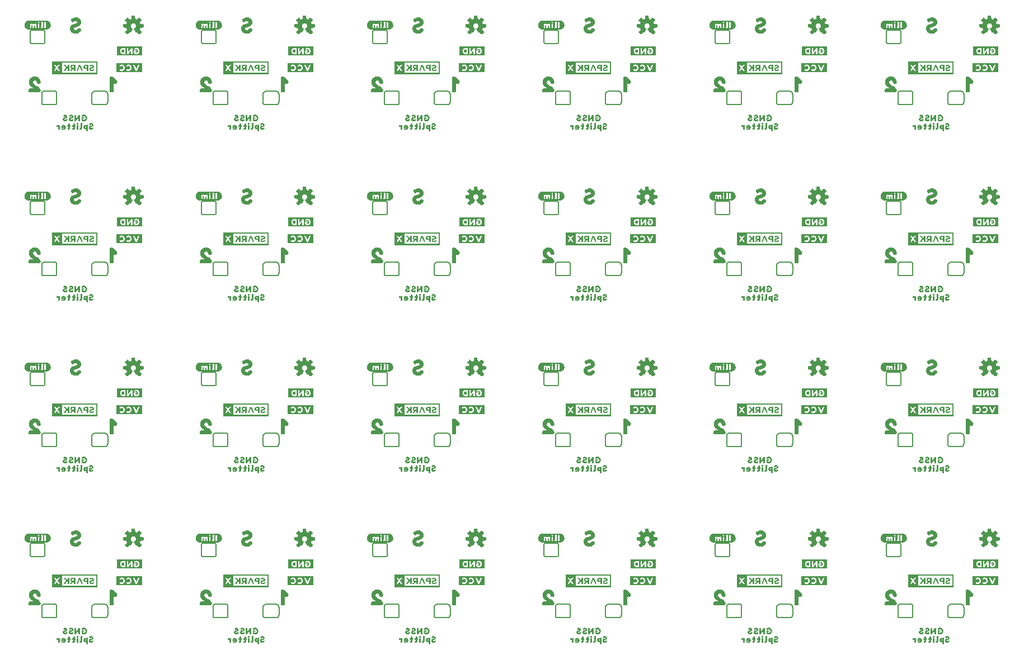
<source format=gbo>
G04 EAGLE Gerber RS-274X export*
G75*
%MOMM*%
%FSLAX34Y34*%
%LPD*%
%INSilkscreen Bottom*%
%IPPOS*%
%AMOC8*
5,1,8,0,0,1.08239X$1,22.5*%
G01*
%ADD10C,0.203200*%
%ADD11C,0.152400*%

G36*
X161337Y622955D02*
X161337Y622955D01*
X161332Y622963D01*
X161339Y622969D01*
X161339Y641951D01*
X161303Y641999D01*
X161296Y641993D01*
X161290Y642001D01*
X92710Y642001D01*
X92663Y641965D01*
X92668Y641957D01*
X92661Y641951D01*
X92661Y622969D01*
X92697Y622921D01*
X92704Y622927D01*
X92710Y622919D01*
X161290Y622919D01*
X161337Y622955D01*
G37*
G36*
X1456737Y882035D02*
X1456737Y882035D01*
X1456732Y882043D01*
X1456739Y882049D01*
X1456739Y901031D01*
X1456703Y901079D01*
X1456696Y901073D01*
X1456690Y901081D01*
X1388110Y901081D01*
X1388063Y901045D01*
X1388068Y901037D01*
X1388061Y901031D01*
X1388061Y882049D01*
X1388097Y882001D01*
X1388104Y882007D01*
X1388110Y881999D01*
X1456690Y881999D01*
X1456737Y882035D01*
G37*
G36*
X938577Y882035D02*
X938577Y882035D01*
X938572Y882043D01*
X938579Y882049D01*
X938579Y901031D01*
X938543Y901079D01*
X938536Y901073D01*
X938530Y901081D01*
X869950Y901081D01*
X869903Y901045D01*
X869908Y901037D01*
X869901Y901031D01*
X869901Y882049D01*
X869937Y882001D01*
X869944Y882007D01*
X869950Y881999D01*
X938530Y881999D01*
X938577Y882035D01*
G37*
G36*
X1197657Y882035D02*
X1197657Y882035D01*
X1197652Y882043D01*
X1197659Y882049D01*
X1197659Y901031D01*
X1197623Y901079D01*
X1197616Y901073D01*
X1197610Y901081D01*
X1129030Y901081D01*
X1128983Y901045D01*
X1128988Y901037D01*
X1128981Y901031D01*
X1128981Y882049D01*
X1129017Y882001D01*
X1129024Y882007D01*
X1129030Y881999D01*
X1197610Y881999D01*
X1197657Y882035D01*
G37*
G36*
X679497Y882035D02*
X679497Y882035D01*
X679492Y882043D01*
X679499Y882049D01*
X679499Y901031D01*
X679463Y901079D01*
X679456Y901073D01*
X679450Y901081D01*
X610870Y901081D01*
X610823Y901045D01*
X610828Y901037D01*
X610821Y901031D01*
X610821Y882049D01*
X610857Y882001D01*
X610864Y882007D01*
X610870Y881999D01*
X679450Y881999D01*
X679497Y882035D01*
G37*
G36*
X938577Y622955D02*
X938577Y622955D01*
X938572Y622963D01*
X938579Y622969D01*
X938579Y641951D01*
X938543Y641999D01*
X938536Y641993D01*
X938530Y642001D01*
X869950Y642001D01*
X869903Y641965D01*
X869908Y641957D01*
X869901Y641951D01*
X869901Y622969D01*
X869937Y622921D01*
X869944Y622927D01*
X869950Y622919D01*
X938530Y622919D01*
X938577Y622955D01*
G37*
G36*
X679497Y104795D02*
X679497Y104795D01*
X679492Y104803D01*
X679499Y104809D01*
X679499Y123791D01*
X679463Y123839D01*
X679456Y123833D01*
X679450Y123841D01*
X610870Y123841D01*
X610823Y123805D01*
X610828Y123797D01*
X610821Y123791D01*
X610821Y104809D01*
X610857Y104761D01*
X610864Y104767D01*
X610870Y104759D01*
X679450Y104759D01*
X679497Y104795D01*
G37*
G36*
X938577Y363875D02*
X938577Y363875D01*
X938572Y363883D01*
X938579Y363889D01*
X938579Y382871D01*
X938543Y382919D01*
X938536Y382913D01*
X938530Y382921D01*
X869950Y382921D01*
X869903Y382885D01*
X869908Y382877D01*
X869901Y382871D01*
X869901Y363889D01*
X869937Y363841D01*
X869944Y363847D01*
X869950Y363839D01*
X938530Y363839D01*
X938577Y363875D01*
G37*
G36*
X1197657Y363875D02*
X1197657Y363875D01*
X1197652Y363883D01*
X1197659Y363889D01*
X1197659Y382871D01*
X1197623Y382919D01*
X1197616Y382913D01*
X1197610Y382921D01*
X1129030Y382921D01*
X1128983Y382885D01*
X1128988Y382877D01*
X1128981Y382871D01*
X1128981Y363889D01*
X1129017Y363841D01*
X1129024Y363847D01*
X1129030Y363839D01*
X1197610Y363839D01*
X1197657Y363875D01*
G37*
G36*
X1456737Y104795D02*
X1456737Y104795D01*
X1456732Y104803D01*
X1456739Y104809D01*
X1456739Y123791D01*
X1456703Y123839D01*
X1456696Y123833D01*
X1456690Y123841D01*
X1388110Y123841D01*
X1388063Y123805D01*
X1388068Y123797D01*
X1388061Y123791D01*
X1388061Y104809D01*
X1388097Y104761D01*
X1388104Y104767D01*
X1388110Y104759D01*
X1456690Y104759D01*
X1456737Y104795D01*
G37*
G36*
X92697Y104761D02*
X92697Y104761D01*
X92704Y104767D01*
X92710Y104759D01*
X161290Y104759D01*
X161337Y104795D01*
X161332Y104803D01*
X161339Y104809D01*
X161339Y123791D01*
X161303Y123839D01*
X161296Y123833D01*
X161290Y123841D01*
X92710Y123841D01*
X92663Y123805D01*
X92668Y123797D01*
X92661Y123791D01*
X92661Y104809D01*
X92697Y104761D01*
G37*
G36*
X679497Y363875D02*
X679497Y363875D01*
X679492Y363883D01*
X679499Y363889D01*
X679499Y382871D01*
X679463Y382919D01*
X679456Y382913D01*
X679450Y382921D01*
X610870Y382921D01*
X610823Y382885D01*
X610828Y382877D01*
X610821Y382871D01*
X610821Y363889D01*
X610857Y363841D01*
X610864Y363847D01*
X610870Y363839D01*
X679450Y363839D01*
X679497Y363875D01*
G37*
G36*
X161337Y363875D02*
X161337Y363875D01*
X161332Y363883D01*
X161339Y363889D01*
X161339Y382871D01*
X161303Y382919D01*
X161296Y382913D01*
X161290Y382921D01*
X92710Y382921D01*
X92663Y382885D01*
X92668Y382877D01*
X92661Y382871D01*
X92661Y363889D01*
X92697Y363841D01*
X92704Y363847D01*
X92710Y363839D01*
X161290Y363839D01*
X161337Y363875D01*
G37*
G36*
X1197657Y104795D02*
X1197657Y104795D01*
X1197652Y104803D01*
X1197659Y104809D01*
X1197659Y123791D01*
X1197623Y123839D01*
X1197616Y123833D01*
X1197610Y123841D01*
X1129030Y123841D01*
X1128983Y123805D01*
X1128988Y123797D01*
X1128981Y123791D01*
X1128981Y104809D01*
X1129017Y104761D01*
X1129024Y104767D01*
X1129030Y104759D01*
X1197610Y104759D01*
X1197657Y104795D01*
G37*
G36*
X420417Y363875D02*
X420417Y363875D01*
X420412Y363883D01*
X420419Y363889D01*
X420419Y382871D01*
X420383Y382919D01*
X420376Y382913D01*
X420370Y382921D01*
X351790Y382921D01*
X351743Y382885D01*
X351748Y382877D01*
X351741Y382871D01*
X351741Y363889D01*
X351777Y363841D01*
X351784Y363847D01*
X351790Y363839D01*
X420370Y363839D01*
X420417Y363875D01*
G37*
G36*
X420417Y104795D02*
X420417Y104795D01*
X420412Y104803D01*
X420419Y104809D01*
X420419Y123791D01*
X420383Y123839D01*
X420376Y123833D01*
X420370Y123841D01*
X351790Y123841D01*
X351743Y123805D01*
X351748Y123797D01*
X351741Y123791D01*
X351741Y104809D01*
X351777Y104761D01*
X351784Y104767D01*
X351790Y104759D01*
X420370Y104759D01*
X420417Y104795D01*
G37*
G36*
X161337Y882035D02*
X161337Y882035D01*
X161332Y882043D01*
X161339Y882049D01*
X161339Y901031D01*
X161303Y901079D01*
X161296Y901073D01*
X161290Y901081D01*
X92710Y901081D01*
X92663Y901045D01*
X92668Y901037D01*
X92661Y901031D01*
X92661Y882049D01*
X92697Y882001D01*
X92704Y882007D01*
X92710Y881999D01*
X161290Y881999D01*
X161337Y882035D01*
G37*
G36*
X420417Y882035D02*
X420417Y882035D01*
X420412Y882043D01*
X420419Y882049D01*
X420419Y901031D01*
X420383Y901079D01*
X420376Y901073D01*
X420370Y901081D01*
X351790Y901081D01*
X351743Y901045D01*
X351748Y901037D01*
X351741Y901031D01*
X351741Y882049D01*
X351777Y882001D01*
X351784Y882007D01*
X351790Y881999D01*
X420370Y881999D01*
X420417Y882035D01*
G37*
G36*
X938577Y104795D02*
X938577Y104795D01*
X938572Y104803D01*
X938579Y104809D01*
X938579Y123791D01*
X938543Y123839D01*
X938536Y123833D01*
X938530Y123841D01*
X869950Y123841D01*
X869903Y123805D01*
X869908Y123797D01*
X869901Y123791D01*
X869901Y104809D01*
X869937Y104761D01*
X869944Y104767D01*
X869950Y104759D01*
X938530Y104759D01*
X938577Y104795D01*
G37*
G36*
X420417Y622955D02*
X420417Y622955D01*
X420412Y622963D01*
X420419Y622969D01*
X420419Y641951D01*
X420383Y641999D01*
X420376Y641993D01*
X420370Y642001D01*
X351790Y642001D01*
X351743Y641965D01*
X351748Y641957D01*
X351741Y641951D01*
X351741Y622969D01*
X351777Y622921D01*
X351784Y622927D01*
X351790Y622919D01*
X420370Y622919D01*
X420417Y622955D01*
G37*
G36*
X1456737Y363875D02*
X1456737Y363875D01*
X1456732Y363883D01*
X1456739Y363889D01*
X1456739Y382871D01*
X1456703Y382919D01*
X1456696Y382913D01*
X1456690Y382921D01*
X1388110Y382921D01*
X1388063Y382885D01*
X1388068Y382877D01*
X1388061Y382871D01*
X1388061Y363889D01*
X1388097Y363841D01*
X1388104Y363847D01*
X1388110Y363839D01*
X1456690Y363839D01*
X1456737Y363875D01*
G37*
G36*
X1197657Y622955D02*
X1197657Y622955D01*
X1197652Y622963D01*
X1197659Y622969D01*
X1197659Y641951D01*
X1197623Y641999D01*
X1197616Y641993D01*
X1197610Y642001D01*
X1129030Y642001D01*
X1128983Y641965D01*
X1128988Y641957D01*
X1128981Y641951D01*
X1128981Y622969D01*
X1129017Y622921D01*
X1129024Y622927D01*
X1129030Y622919D01*
X1197610Y622919D01*
X1197657Y622955D01*
G37*
G36*
X1456737Y622955D02*
X1456737Y622955D01*
X1456732Y622963D01*
X1456739Y622969D01*
X1456739Y641951D01*
X1456703Y641999D01*
X1456696Y641993D01*
X1456690Y642001D01*
X1388110Y642001D01*
X1388063Y641965D01*
X1388068Y641957D01*
X1388061Y641951D01*
X1388061Y622969D01*
X1388097Y622921D01*
X1388104Y622927D01*
X1388110Y622919D01*
X1456690Y622919D01*
X1456737Y622955D01*
G37*
G36*
X679497Y622955D02*
X679497Y622955D01*
X679492Y622963D01*
X679499Y622969D01*
X679499Y641951D01*
X679463Y641999D01*
X679456Y641993D01*
X679450Y642001D01*
X610870Y642001D01*
X610823Y641965D01*
X610828Y641957D01*
X610821Y641951D01*
X610821Y622969D01*
X610857Y622921D01*
X610864Y622927D01*
X610870Y622919D01*
X679450Y622919D01*
X679497Y622955D01*
G37*
%LPC*%
G36*
X626240Y883860D02*
X626240Y883860D01*
X626240Y899220D01*
X677638Y899220D01*
X677638Y883860D01*
X626240Y883860D01*
G37*
%LPD*%
%LPC*%
G36*
X1403480Y883860D02*
X1403480Y883860D01*
X1403480Y899220D01*
X1454878Y899220D01*
X1454878Y883860D01*
X1403480Y883860D01*
G37*
%LPD*%
%LPC*%
G36*
X626240Y365700D02*
X626240Y365700D01*
X626240Y381060D01*
X677638Y381060D01*
X677638Y365700D01*
X626240Y365700D01*
G37*
%LPD*%
%LPC*%
G36*
X1403480Y365700D02*
X1403480Y365700D01*
X1403480Y381060D01*
X1454878Y381060D01*
X1454878Y365700D01*
X1403480Y365700D01*
G37*
%LPD*%
%LPC*%
G36*
X108080Y365700D02*
X108080Y365700D01*
X108080Y381060D01*
X159478Y381060D01*
X159478Y365700D01*
X108080Y365700D01*
G37*
%LPD*%
%LPC*%
G36*
X885320Y365700D02*
X885320Y365700D01*
X885320Y381060D01*
X936718Y381060D01*
X936718Y365700D01*
X885320Y365700D01*
G37*
%LPD*%
%LPC*%
G36*
X885320Y106620D02*
X885320Y106620D01*
X885320Y121980D01*
X936718Y121980D01*
X936718Y106620D01*
X885320Y106620D01*
G37*
%LPD*%
%LPC*%
G36*
X1144400Y106620D02*
X1144400Y106620D01*
X1144400Y121980D01*
X1195798Y121980D01*
X1195798Y106620D01*
X1144400Y106620D01*
G37*
%LPD*%
%LPC*%
G36*
X1403480Y106620D02*
X1403480Y106620D01*
X1403480Y121980D01*
X1454878Y121980D01*
X1454878Y106620D01*
X1403480Y106620D01*
G37*
%LPD*%
%LPC*%
G36*
X626240Y106620D02*
X626240Y106620D01*
X626240Y121980D01*
X677638Y121980D01*
X677638Y106620D01*
X626240Y106620D01*
G37*
%LPD*%
%LPC*%
G36*
X159478Y121980D02*
X159478Y121980D01*
X159478Y106620D01*
X108080Y106620D01*
X108080Y121980D01*
X159478Y121980D01*
G37*
%LPD*%
%LPC*%
G36*
X367160Y106620D02*
X367160Y106620D01*
X367160Y121980D01*
X418558Y121980D01*
X418558Y106620D01*
X367160Y106620D01*
G37*
%LPD*%
%LPC*%
G36*
X367160Y365700D02*
X367160Y365700D01*
X367160Y381060D01*
X418558Y381060D01*
X418558Y365700D01*
X367160Y365700D01*
G37*
%LPD*%
%LPC*%
G36*
X1144400Y883860D02*
X1144400Y883860D01*
X1144400Y899220D01*
X1195798Y899220D01*
X1195798Y883860D01*
X1144400Y883860D01*
G37*
%LPD*%
%LPC*%
G36*
X1144400Y365700D02*
X1144400Y365700D01*
X1144400Y381060D01*
X1195798Y381060D01*
X1195798Y365700D01*
X1144400Y365700D01*
G37*
%LPD*%
%LPC*%
G36*
X885320Y883860D02*
X885320Y883860D01*
X885320Y899220D01*
X936718Y899220D01*
X936718Y883860D01*
X885320Y883860D01*
G37*
%LPD*%
%LPC*%
G36*
X367160Y883860D02*
X367160Y883860D01*
X367160Y899220D01*
X418558Y899220D01*
X418558Y883860D01*
X367160Y883860D01*
G37*
%LPD*%
%LPC*%
G36*
X108080Y883860D02*
X108080Y883860D01*
X108080Y899220D01*
X159478Y899220D01*
X159478Y883860D01*
X108080Y883860D01*
G37*
%LPD*%
%LPC*%
G36*
X108080Y624780D02*
X108080Y624780D01*
X108080Y640140D01*
X159478Y640140D01*
X159478Y624780D01*
X108080Y624780D01*
G37*
%LPD*%
%LPC*%
G36*
X885320Y624780D02*
X885320Y624780D01*
X885320Y640140D01*
X936718Y640140D01*
X936718Y624780D01*
X885320Y624780D01*
G37*
%LPD*%
%LPC*%
G36*
X626240Y624780D02*
X626240Y624780D01*
X626240Y640140D01*
X677638Y640140D01*
X677638Y624780D01*
X626240Y624780D01*
G37*
%LPD*%
%LPC*%
G36*
X367160Y624780D02*
X367160Y624780D01*
X367160Y640140D01*
X418558Y640140D01*
X418558Y624780D01*
X367160Y624780D01*
G37*
%LPD*%
%LPC*%
G36*
X1403480Y624780D02*
X1403480Y624780D01*
X1403480Y640140D01*
X1454878Y640140D01*
X1454878Y624780D01*
X1403480Y624780D01*
G37*
%LPD*%
%LPC*%
G36*
X1144400Y624780D02*
X1144400Y624780D01*
X1144400Y640140D01*
X1195798Y640140D01*
X1195798Y624780D01*
X1144400Y624780D01*
G37*
%LPD*%
G36*
X488037Y366567D02*
X488037Y366567D01*
X488035Y366570D01*
X488039Y366572D01*
X488139Y367172D01*
X488136Y367177D01*
X488139Y367180D01*
X488139Y380080D01*
X488103Y380127D01*
X488100Y380125D01*
X488098Y380129D01*
X487498Y380229D01*
X487493Y380226D01*
X487490Y380229D01*
X449490Y380229D01*
X449481Y380222D01*
X449472Y380216D01*
X449460Y380219D01*
X449060Y379919D01*
X449055Y379900D01*
X449043Y379891D01*
X449047Y379885D01*
X449041Y379880D01*
X449041Y366980D01*
X449054Y366962D01*
X449051Y366950D01*
X449351Y366550D01*
X449382Y366542D01*
X449390Y366531D01*
X487990Y366531D01*
X488037Y366567D01*
G37*
G36*
X228957Y884727D02*
X228957Y884727D01*
X228955Y884730D01*
X228959Y884732D01*
X229059Y885332D01*
X229056Y885337D01*
X229059Y885340D01*
X229059Y898240D01*
X229023Y898287D01*
X229020Y898285D01*
X229018Y898289D01*
X228418Y898389D01*
X228413Y898386D01*
X228410Y898389D01*
X190410Y898389D01*
X190401Y898382D01*
X190392Y898376D01*
X190380Y898379D01*
X189980Y898079D01*
X189975Y898060D01*
X189963Y898051D01*
X189967Y898045D01*
X189961Y898040D01*
X189961Y885140D01*
X189974Y885122D01*
X189971Y885110D01*
X190271Y884710D01*
X190302Y884702D01*
X190310Y884691D01*
X228910Y884691D01*
X228957Y884727D01*
G37*
G36*
X228957Y366567D02*
X228957Y366567D01*
X228955Y366570D01*
X228959Y366572D01*
X229059Y367172D01*
X229056Y367177D01*
X229059Y367180D01*
X229059Y380080D01*
X229023Y380127D01*
X229020Y380125D01*
X229018Y380129D01*
X228418Y380229D01*
X228413Y380226D01*
X228410Y380229D01*
X190410Y380229D01*
X190401Y380222D01*
X190392Y380216D01*
X190380Y380219D01*
X189980Y379919D01*
X189975Y379900D01*
X189963Y379891D01*
X189967Y379885D01*
X189961Y379880D01*
X189961Y366980D01*
X189974Y366962D01*
X189971Y366950D01*
X190271Y366550D01*
X190302Y366542D01*
X190310Y366531D01*
X228910Y366531D01*
X228957Y366567D01*
G37*
G36*
X1524357Y366567D02*
X1524357Y366567D01*
X1524355Y366570D01*
X1524359Y366572D01*
X1524459Y367172D01*
X1524456Y367177D01*
X1524459Y367180D01*
X1524459Y380080D01*
X1524423Y380127D01*
X1524420Y380125D01*
X1524418Y380129D01*
X1523818Y380229D01*
X1523813Y380226D01*
X1523810Y380229D01*
X1485810Y380229D01*
X1485801Y380222D01*
X1485792Y380216D01*
X1485780Y380219D01*
X1485380Y379919D01*
X1485375Y379900D01*
X1485363Y379891D01*
X1485367Y379885D01*
X1485361Y379880D01*
X1485361Y366980D01*
X1485374Y366962D01*
X1485371Y366950D01*
X1485671Y366550D01*
X1485702Y366542D01*
X1485710Y366531D01*
X1524310Y366531D01*
X1524357Y366567D01*
G37*
G36*
X747117Y884727D02*
X747117Y884727D01*
X747115Y884730D01*
X747119Y884732D01*
X747219Y885332D01*
X747216Y885337D01*
X747219Y885340D01*
X747219Y898240D01*
X747183Y898287D01*
X747180Y898285D01*
X747178Y898289D01*
X746578Y898389D01*
X746573Y898386D01*
X746570Y898389D01*
X708570Y898389D01*
X708561Y898382D01*
X708552Y898376D01*
X708540Y898379D01*
X708140Y898079D01*
X708135Y898060D01*
X708123Y898051D01*
X708127Y898045D01*
X708121Y898040D01*
X708121Y885140D01*
X708134Y885122D01*
X708131Y885110D01*
X708431Y884710D01*
X708462Y884702D01*
X708470Y884691D01*
X747070Y884691D01*
X747117Y884727D01*
G37*
G36*
X488037Y884727D02*
X488037Y884727D01*
X488035Y884730D01*
X488039Y884732D01*
X488139Y885332D01*
X488136Y885337D01*
X488139Y885340D01*
X488139Y898240D01*
X488103Y898287D01*
X488100Y898285D01*
X488098Y898289D01*
X487498Y898389D01*
X487493Y898386D01*
X487490Y898389D01*
X449490Y898389D01*
X449481Y898382D01*
X449472Y898376D01*
X449460Y898379D01*
X449060Y898079D01*
X449055Y898060D01*
X449043Y898051D01*
X449047Y898045D01*
X449041Y898040D01*
X449041Y885140D01*
X449054Y885122D01*
X449051Y885110D01*
X449351Y884710D01*
X449382Y884702D01*
X449390Y884691D01*
X487990Y884691D01*
X488037Y884727D01*
G37*
G36*
X488037Y107487D02*
X488037Y107487D01*
X488035Y107490D01*
X488039Y107492D01*
X488139Y108092D01*
X488136Y108097D01*
X488139Y108100D01*
X488139Y121000D01*
X488103Y121047D01*
X488100Y121045D01*
X488098Y121049D01*
X487498Y121149D01*
X487493Y121146D01*
X487490Y121149D01*
X449490Y121149D01*
X449481Y121142D01*
X449472Y121136D01*
X449460Y121139D01*
X449060Y120839D01*
X449055Y120820D01*
X449043Y120811D01*
X449047Y120805D01*
X449041Y120800D01*
X449041Y107900D01*
X449054Y107882D01*
X449051Y107870D01*
X449351Y107470D01*
X449382Y107462D01*
X449390Y107451D01*
X487990Y107451D01*
X488037Y107487D01*
G37*
G36*
X1265277Y107487D02*
X1265277Y107487D01*
X1265275Y107490D01*
X1265279Y107492D01*
X1265379Y108092D01*
X1265376Y108097D01*
X1265379Y108100D01*
X1265379Y121000D01*
X1265343Y121047D01*
X1265340Y121045D01*
X1265338Y121049D01*
X1264738Y121149D01*
X1264733Y121146D01*
X1264730Y121149D01*
X1226730Y121149D01*
X1226721Y121142D01*
X1226712Y121136D01*
X1226700Y121139D01*
X1226300Y120839D01*
X1226295Y120820D01*
X1226283Y120811D01*
X1226287Y120805D01*
X1226281Y120800D01*
X1226281Y107900D01*
X1226294Y107882D01*
X1226291Y107870D01*
X1226591Y107470D01*
X1226622Y107462D01*
X1226630Y107451D01*
X1265230Y107451D01*
X1265277Y107487D01*
G37*
G36*
X1524357Y107487D02*
X1524357Y107487D01*
X1524355Y107490D01*
X1524359Y107492D01*
X1524459Y108092D01*
X1524456Y108097D01*
X1524459Y108100D01*
X1524459Y121000D01*
X1524423Y121047D01*
X1524420Y121045D01*
X1524418Y121049D01*
X1523818Y121149D01*
X1523813Y121146D01*
X1523810Y121149D01*
X1485810Y121149D01*
X1485801Y121142D01*
X1485792Y121136D01*
X1485780Y121139D01*
X1485380Y120839D01*
X1485375Y120820D01*
X1485363Y120811D01*
X1485367Y120805D01*
X1485361Y120800D01*
X1485361Y107900D01*
X1485374Y107882D01*
X1485371Y107870D01*
X1485671Y107470D01*
X1485702Y107462D01*
X1485710Y107451D01*
X1524310Y107451D01*
X1524357Y107487D01*
G37*
G36*
X1006197Y107487D02*
X1006197Y107487D01*
X1006195Y107490D01*
X1006199Y107492D01*
X1006299Y108092D01*
X1006296Y108097D01*
X1006299Y108100D01*
X1006299Y121000D01*
X1006263Y121047D01*
X1006260Y121045D01*
X1006258Y121049D01*
X1005658Y121149D01*
X1005653Y121146D01*
X1005650Y121149D01*
X967650Y121149D01*
X967641Y121142D01*
X967632Y121136D01*
X967620Y121139D01*
X967220Y120839D01*
X967215Y120820D01*
X967203Y120811D01*
X967207Y120805D01*
X967201Y120800D01*
X967201Y107900D01*
X967214Y107882D01*
X967211Y107870D01*
X967511Y107470D01*
X967542Y107462D01*
X967550Y107451D01*
X1006150Y107451D01*
X1006197Y107487D01*
G37*
G36*
X747117Y107487D02*
X747117Y107487D01*
X747115Y107490D01*
X747119Y107492D01*
X747219Y108092D01*
X747216Y108097D01*
X747219Y108100D01*
X747219Y121000D01*
X747183Y121047D01*
X747180Y121045D01*
X747178Y121049D01*
X746578Y121149D01*
X746573Y121146D01*
X746570Y121149D01*
X708570Y121149D01*
X708561Y121142D01*
X708552Y121136D01*
X708540Y121139D01*
X708140Y120839D01*
X708135Y120820D01*
X708123Y120811D01*
X708127Y120805D01*
X708121Y120800D01*
X708121Y107900D01*
X708134Y107882D01*
X708131Y107870D01*
X708431Y107470D01*
X708462Y107462D01*
X708470Y107451D01*
X747070Y107451D01*
X747117Y107487D01*
G37*
G36*
X488037Y625647D02*
X488037Y625647D01*
X488035Y625650D01*
X488039Y625652D01*
X488139Y626252D01*
X488136Y626257D01*
X488139Y626260D01*
X488139Y639160D01*
X488103Y639207D01*
X488100Y639205D01*
X488098Y639209D01*
X487498Y639309D01*
X487493Y639306D01*
X487490Y639309D01*
X449490Y639309D01*
X449481Y639302D01*
X449472Y639296D01*
X449460Y639299D01*
X449060Y638999D01*
X449055Y638980D01*
X449043Y638971D01*
X449047Y638965D01*
X449041Y638960D01*
X449041Y626060D01*
X449054Y626042D01*
X449051Y626030D01*
X449351Y625630D01*
X449382Y625622D01*
X449390Y625611D01*
X487990Y625611D01*
X488037Y625647D01*
G37*
G36*
X1524357Y625647D02*
X1524357Y625647D01*
X1524355Y625650D01*
X1524359Y625652D01*
X1524459Y626252D01*
X1524456Y626257D01*
X1524459Y626260D01*
X1524459Y639160D01*
X1524423Y639207D01*
X1524420Y639205D01*
X1524418Y639209D01*
X1523818Y639309D01*
X1523813Y639306D01*
X1523810Y639309D01*
X1485810Y639309D01*
X1485801Y639302D01*
X1485792Y639296D01*
X1485780Y639299D01*
X1485380Y638999D01*
X1485375Y638980D01*
X1485363Y638971D01*
X1485367Y638965D01*
X1485361Y638960D01*
X1485361Y626060D01*
X1485374Y626042D01*
X1485371Y626030D01*
X1485671Y625630D01*
X1485702Y625622D01*
X1485710Y625611D01*
X1524310Y625611D01*
X1524357Y625647D01*
G37*
G36*
X228957Y625647D02*
X228957Y625647D01*
X228955Y625650D01*
X228959Y625652D01*
X229059Y626252D01*
X229056Y626257D01*
X229059Y626260D01*
X229059Y639160D01*
X229023Y639207D01*
X229020Y639205D01*
X229018Y639209D01*
X228418Y639309D01*
X228413Y639306D01*
X228410Y639309D01*
X190410Y639309D01*
X190401Y639302D01*
X190392Y639296D01*
X190380Y639299D01*
X189980Y638999D01*
X189975Y638980D01*
X189963Y638971D01*
X189967Y638965D01*
X189961Y638960D01*
X189961Y626060D01*
X189974Y626042D01*
X189971Y626030D01*
X190271Y625630D01*
X190302Y625622D01*
X190310Y625611D01*
X228910Y625611D01*
X228957Y625647D01*
G37*
G36*
X228957Y107487D02*
X228957Y107487D01*
X228955Y107490D01*
X228959Y107492D01*
X229059Y108092D01*
X229056Y108097D01*
X229059Y108100D01*
X229059Y121000D01*
X229023Y121047D01*
X229020Y121045D01*
X229018Y121049D01*
X228418Y121149D01*
X228413Y121146D01*
X228410Y121149D01*
X190410Y121149D01*
X190401Y121142D01*
X190392Y121136D01*
X190380Y121139D01*
X189980Y120839D01*
X189975Y120820D01*
X189963Y120811D01*
X189967Y120805D01*
X189961Y120800D01*
X189961Y107900D01*
X189974Y107882D01*
X189971Y107870D01*
X190271Y107470D01*
X190302Y107462D01*
X190310Y107451D01*
X228910Y107451D01*
X228957Y107487D01*
G37*
G36*
X1265277Y625647D02*
X1265277Y625647D01*
X1265275Y625650D01*
X1265279Y625652D01*
X1265379Y626252D01*
X1265376Y626257D01*
X1265379Y626260D01*
X1265379Y639160D01*
X1265343Y639207D01*
X1265340Y639205D01*
X1265338Y639209D01*
X1264738Y639309D01*
X1264733Y639306D01*
X1264730Y639309D01*
X1226730Y639309D01*
X1226721Y639302D01*
X1226712Y639296D01*
X1226700Y639299D01*
X1226300Y638999D01*
X1226295Y638980D01*
X1226283Y638971D01*
X1226287Y638965D01*
X1226281Y638960D01*
X1226281Y626060D01*
X1226294Y626042D01*
X1226291Y626030D01*
X1226591Y625630D01*
X1226622Y625622D01*
X1226630Y625611D01*
X1265230Y625611D01*
X1265277Y625647D01*
G37*
G36*
X747117Y625647D02*
X747117Y625647D01*
X747115Y625650D01*
X747119Y625652D01*
X747219Y626252D01*
X747216Y626257D01*
X747219Y626260D01*
X747219Y639160D01*
X747183Y639207D01*
X747180Y639205D01*
X747178Y639209D01*
X746578Y639309D01*
X746573Y639306D01*
X746570Y639309D01*
X708570Y639309D01*
X708561Y639302D01*
X708552Y639296D01*
X708540Y639299D01*
X708140Y638999D01*
X708135Y638980D01*
X708123Y638971D01*
X708127Y638965D01*
X708121Y638960D01*
X708121Y626060D01*
X708134Y626042D01*
X708131Y626030D01*
X708431Y625630D01*
X708462Y625622D01*
X708470Y625611D01*
X747070Y625611D01*
X747117Y625647D01*
G37*
G36*
X747117Y366567D02*
X747117Y366567D01*
X747115Y366570D01*
X747119Y366572D01*
X747219Y367172D01*
X747216Y367177D01*
X747219Y367180D01*
X747219Y380080D01*
X747183Y380127D01*
X747180Y380125D01*
X747178Y380129D01*
X746578Y380229D01*
X746573Y380226D01*
X746570Y380229D01*
X708570Y380229D01*
X708561Y380222D01*
X708552Y380216D01*
X708540Y380219D01*
X708140Y379919D01*
X708135Y379900D01*
X708123Y379891D01*
X708127Y379885D01*
X708121Y379880D01*
X708121Y366980D01*
X708134Y366962D01*
X708131Y366950D01*
X708431Y366550D01*
X708462Y366542D01*
X708470Y366531D01*
X747070Y366531D01*
X747117Y366567D01*
G37*
G36*
X1524357Y884727D02*
X1524357Y884727D01*
X1524355Y884730D01*
X1524359Y884732D01*
X1524459Y885332D01*
X1524456Y885337D01*
X1524459Y885340D01*
X1524459Y898240D01*
X1524423Y898287D01*
X1524420Y898285D01*
X1524418Y898289D01*
X1523818Y898389D01*
X1523813Y898386D01*
X1523810Y898389D01*
X1485810Y898389D01*
X1485801Y898382D01*
X1485792Y898376D01*
X1485780Y898379D01*
X1485380Y898079D01*
X1485375Y898060D01*
X1485363Y898051D01*
X1485367Y898045D01*
X1485361Y898040D01*
X1485361Y885140D01*
X1485374Y885122D01*
X1485371Y885110D01*
X1485671Y884710D01*
X1485702Y884702D01*
X1485710Y884691D01*
X1524310Y884691D01*
X1524357Y884727D01*
G37*
G36*
X1265277Y884727D02*
X1265277Y884727D01*
X1265275Y884730D01*
X1265279Y884732D01*
X1265379Y885332D01*
X1265376Y885337D01*
X1265379Y885340D01*
X1265379Y898240D01*
X1265343Y898287D01*
X1265340Y898285D01*
X1265338Y898289D01*
X1264738Y898389D01*
X1264733Y898386D01*
X1264730Y898389D01*
X1226730Y898389D01*
X1226721Y898382D01*
X1226712Y898376D01*
X1226700Y898379D01*
X1226300Y898079D01*
X1226295Y898060D01*
X1226283Y898051D01*
X1226287Y898045D01*
X1226281Y898040D01*
X1226281Y885140D01*
X1226294Y885122D01*
X1226291Y885110D01*
X1226591Y884710D01*
X1226622Y884702D01*
X1226630Y884691D01*
X1265230Y884691D01*
X1265277Y884727D01*
G37*
G36*
X1006197Y884727D02*
X1006197Y884727D01*
X1006195Y884730D01*
X1006199Y884732D01*
X1006299Y885332D01*
X1006296Y885337D01*
X1006299Y885340D01*
X1006299Y898240D01*
X1006263Y898287D01*
X1006260Y898285D01*
X1006258Y898289D01*
X1005658Y898389D01*
X1005653Y898386D01*
X1005650Y898389D01*
X967650Y898389D01*
X967641Y898382D01*
X967632Y898376D01*
X967620Y898379D01*
X967220Y898079D01*
X967215Y898060D01*
X967203Y898051D01*
X967207Y898045D01*
X967201Y898040D01*
X967201Y885140D01*
X967214Y885122D01*
X967211Y885110D01*
X967511Y884710D01*
X967542Y884702D01*
X967550Y884691D01*
X1006150Y884691D01*
X1006197Y884727D01*
G37*
G36*
X1006197Y366567D02*
X1006197Y366567D01*
X1006195Y366570D01*
X1006199Y366572D01*
X1006299Y367172D01*
X1006296Y367177D01*
X1006299Y367180D01*
X1006299Y380080D01*
X1006263Y380127D01*
X1006260Y380125D01*
X1006258Y380129D01*
X1005658Y380229D01*
X1005653Y380226D01*
X1005650Y380229D01*
X967650Y380229D01*
X967641Y380222D01*
X967632Y380216D01*
X967620Y380219D01*
X967220Y379919D01*
X967215Y379900D01*
X967203Y379891D01*
X967207Y379885D01*
X967201Y379880D01*
X967201Y366980D01*
X967214Y366962D01*
X967211Y366950D01*
X967511Y366550D01*
X967542Y366542D01*
X967550Y366531D01*
X1006150Y366531D01*
X1006197Y366567D01*
G37*
G36*
X1265277Y366567D02*
X1265277Y366567D01*
X1265275Y366570D01*
X1265279Y366572D01*
X1265379Y367172D01*
X1265376Y367177D01*
X1265379Y367180D01*
X1265379Y380080D01*
X1265343Y380127D01*
X1265340Y380125D01*
X1265338Y380129D01*
X1264738Y380229D01*
X1264733Y380226D01*
X1264730Y380229D01*
X1226730Y380229D01*
X1226721Y380222D01*
X1226712Y380216D01*
X1226700Y380219D01*
X1226300Y379919D01*
X1226295Y379900D01*
X1226283Y379891D01*
X1226287Y379885D01*
X1226281Y379880D01*
X1226281Y366980D01*
X1226294Y366962D01*
X1226291Y366950D01*
X1226591Y366550D01*
X1226622Y366542D01*
X1226630Y366531D01*
X1265230Y366531D01*
X1265277Y366567D01*
G37*
G36*
X1006197Y625647D02*
X1006197Y625647D01*
X1006195Y625650D01*
X1006199Y625652D01*
X1006299Y626252D01*
X1006296Y626257D01*
X1006299Y626260D01*
X1006299Y639160D01*
X1006263Y639207D01*
X1006260Y639205D01*
X1006258Y639209D01*
X1005658Y639309D01*
X1005653Y639306D01*
X1005650Y639309D01*
X967650Y639309D01*
X967641Y639302D01*
X967632Y639296D01*
X967620Y639299D01*
X967220Y638999D01*
X967215Y638980D01*
X967203Y638971D01*
X967207Y638965D01*
X967201Y638960D01*
X967201Y626060D01*
X967214Y626042D01*
X967211Y626030D01*
X967511Y625630D01*
X967542Y625622D01*
X967550Y625611D01*
X1006150Y625611D01*
X1006197Y625647D01*
G37*
G36*
X487495Y651014D02*
X487495Y651014D01*
X487498Y651011D01*
X488098Y651111D01*
X488139Y651155D01*
X488136Y651158D01*
X488139Y651160D01*
X488139Y664660D01*
X488103Y664707D01*
X488096Y664702D01*
X488090Y664709D01*
X450890Y664709D01*
X450885Y664706D01*
X450882Y664709D01*
X450282Y664609D01*
X450245Y664570D01*
X450243Y664568D01*
X450243Y664567D01*
X450241Y664565D01*
X450244Y664563D01*
X450241Y664560D01*
X450241Y651060D01*
X450277Y651013D01*
X450284Y651018D01*
X450290Y651011D01*
X487490Y651011D01*
X487495Y651014D01*
G37*
G36*
X1264735Y651014D02*
X1264735Y651014D01*
X1264738Y651011D01*
X1265338Y651111D01*
X1265379Y651155D01*
X1265376Y651158D01*
X1265379Y651160D01*
X1265379Y664660D01*
X1265343Y664707D01*
X1265336Y664702D01*
X1265330Y664709D01*
X1228130Y664709D01*
X1228125Y664706D01*
X1228122Y664709D01*
X1227522Y664609D01*
X1227485Y664570D01*
X1227483Y664568D01*
X1227483Y664567D01*
X1227481Y664565D01*
X1227484Y664563D01*
X1227481Y664560D01*
X1227481Y651060D01*
X1227517Y651013D01*
X1227524Y651018D01*
X1227530Y651011D01*
X1264730Y651011D01*
X1264735Y651014D01*
G37*
G36*
X746575Y910094D02*
X746575Y910094D01*
X746578Y910091D01*
X747178Y910191D01*
X747219Y910235D01*
X747216Y910238D01*
X747219Y910240D01*
X747219Y923740D01*
X747183Y923787D01*
X747176Y923782D01*
X747170Y923789D01*
X709970Y923789D01*
X709965Y923786D01*
X709962Y923789D01*
X709362Y923689D01*
X709325Y923650D01*
X709323Y923648D01*
X709323Y923647D01*
X709321Y923645D01*
X709324Y923643D01*
X709321Y923640D01*
X709321Y910140D01*
X709357Y910093D01*
X709364Y910098D01*
X709370Y910091D01*
X746570Y910091D01*
X746575Y910094D01*
G37*
G36*
X746575Y651014D02*
X746575Y651014D01*
X746578Y651011D01*
X747178Y651111D01*
X747219Y651155D01*
X747216Y651158D01*
X747219Y651160D01*
X747219Y664660D01*
X747183Y664707D01*
X747176Y664702D01*
X747170Y664709D01*
X709970Y664709D01*
X709965Y664706D01*
X709962Y664709D01*
X709362Y664609D01*
X709325Y664570D01*
X709323Y664568D01*
X709323Y664567D01*
X709321Y664565D01*
X709324Y664563D01*
X709321Y664560D01*
X709321Y651060D01*
X709357Y651013D01*
X709364Y651018D01*
X709370Y651011D01*
X746570Y651011D01*
X746575Y651014D01*
G37*
G36*
X1005655Y651014D02*
X1005655Y651014D01*
X1005658Y651011D01*
X1006258Y651111D01*
X1006299Y651155D01*
X1006296Y651158D01*
X1006299Y651160D01*
X1006299Y664660D01*
X1006263Y664707D01*
X1006256Y664702D01*
X1006250Y664709D01*
X969050Y664709D01*
X969045Y664706D01*
X969042Y664709D01*
X968442Y664609D01*
X968405Y664570D01*
X968403Y664568D01*
X968403Y664567D01*
X968401Y664565D01*
X968404Y664563D01*
X968401Y664560D01*
X968401Y651060D01*
X968437Y651013D01*
X968444Y651018D01*
X968450Y651011D01*
X1005650Y651011D01*
X1005655Y651014D01*
G37*
G36*
X1264735Y910094D02*
X1264735Y910094D01*
X1264738Y910091D01*
X1265338Y910191D01*
X1265379Y910235D01*
X1265376Y910238D01*
X1265379Y910240D01*
X1265379Y923740D01*
X1265343Y923787D01*
X1265336Y923782D01*
X1265330Y923789D01*
X1228130Y923789D01*
X1228125Y923786D01*
X1228122Y923789D01*
X1227522Y923689D01*
X1227485Y923650D01*
X1227483Y923648D01*
X1227483Y923647D01*
X1227481Y923645D01*
X1227484Y923643D01*
X1227481Y923640D01*
X1227481Y910140D01*
X1227517Y910093D01*
X1227524Y910098D01*
X1227530Y910091D01*
X1264730Y910091D01*
X1264735Y910094D01*
G37*
G36*
X1523815Y910094D02*
X1523815Y910094D01*
X1523818Y910091D01*
X1524418Y910191D01*
X1524459Y910235D01*
X1524456Y910238D01*
X1524459Y910240D01*
X1524459Y923740D01*
X1524423Y923787D01*
X1524416Y923782D01*
X1524410Y923789D01*
X1487210Y923789D01*
X1487205Y923786D01*
X1487202Y923789D01*
X1486602Y923689D01*
X1486565Y923650D01*
X1486563Y923648D01*
X1486563Y923647D01*
X1486561Y923645D01*
X1486564Y923643D01*
X1486561Y923640D01*
X1486561Y910140D01*
X1486597Y910093D01*
X1486604Y910098D01*
X1486610Y910091D01*
X1523810Y910091D01*
X1523815Y910094D01*
G37*
G36*
X487495Y910094D02*
X487495Y910094D01*
X487498Y910091D01*
X488098Y910191D01*
X488139Y910235D01*
X488136Y910238D01*
X488139Y910240D01*
X488139Y923740D01*
X488103Y923787D01*
X488096Y923782D01*
X488090Y923789D01*
X450890Y923789D01*
X450885Y923786D01*
X450882Y923789D01*
X450282Y923689D01*
X450245Y923650D01*
X450243Y923648D01*
X450243Y923647D01*
X450241Y923645D01*
X450244Y923643D01*
X450241Y923640D01*
X450241Y910140D01*
X450277Y910093D01*
X450284Y910098D01*
X450290Y910091D01*
X487490Y910091D01*
X487495Y910094D01*
G37*
G36*
X228415Y910094D02*
X228415Y910094D01*
X228418Y910091D01*
X229018Y910191D01*
X229059Y910235D01*
X229056Y910238D01*
X229059Y910240D01*
X229059Y923740D01*
X229023Y923787D01*
X229016Y923782D01*
X229010Y923789D01*
X191810Y923789D01*
X191805Y923786D01*
X191802Y923789D01*
X191202Y923689D01*
X191165Y923650D01*
X191163Y923648D01*
X191163Y923647D01*
X191161Y923645D01*
X191164Y923643D01*
X191161Y923640D01*
X191161Y910140D01*
X191197Y910093D01*
X191204Y910098D01*
X191210Y910091D01*
X228410Y910091D01*
X228415Y910094D01*
G37*
G36*
X1005655Y910094D02*
X1005655Y910094D01*
X1005658Y910091D01*
X1006258Y910191D01*
X1006299Y910235D01*
X1006296Y910238D01*
X1006299Y910240D01*
X1006299Y923740D01*
X1006263Y923787D01*
X1006256Y923782D01*
X1006250Y923789D01*
X969050Y923789D01*
X969045Y923786D01*
X969042Y923789D01*
X968442Y923689D01*
X968405Y923650D01*
X968403Y923648D01*
X968403Y923647D01*
X968401Y923645D01*
X968404Y923643D01*
X968401Y923640D01*
X968401Y910140D01*
X968437Y910093D01*
X968444Y910098D01*
X968450Y910091D01*
X1005650Y910091D01*
X1005655Y910094D01*
G37*
G36*
X1523815Y391934D02*
X1523815Y391934D01*
X1523818Y391931D01*
X1524418Y392031D01*
X1524459Y392075D01*
X1524456Y392078D01*
X1524459Y392080D01*
X1524459Y405580D01*
X1524423Y405627D01*
X1524416Y405622D01*
X1524410Y405629D01*
X1487210Y405629D01*
X1487205Y405626D01*
X1487202Y405629D01*
X1486602Y405529D01*
X1486565Y405490D01*
X1486563Y405488D01*
X1486563Y405487D01*
X1486561Y405485D01*
X1486564Y405483D01*
X1486561Y405480D01*
X1486561Y391980D01*
X1486597Y391933D01*
X1486604Y391938D01*
X1486610Y391931D01*
X1523810Y391931D01*
X1523815Y391934D01*
G37*
G36*
X1264735Y391934D02*
X1264735Y391934D01*
X1264738Y391931D01*
X1265338Y392031D01*
X1265379Y392075D01*
X1265376Y392078D01*
X1265379Y392080D01*
X1265379Y405580D01*
X1265343Y405627D01*
X1265336Y405622D01*
X1265330Y405629D01*
X1228130Y405629D01*
X1228125Y405626D01*
X1228122Y405629D01*
X1227522Y405529D01*
X1227485Y405490D01*
X1227483Y405488D01*
X1227483Y405487D01*
X1227481Y405485D01*
X1227484Y405483D01*
X1227481Y405480D01*
X1227481Y391980D01*
X1227517Y391933D01*
X1227524Y391938D01*
X1227530Y391931D01*
X1264730Y391931D01*
X1264735Y391934D01*
G37*
G36*
X228415Y132854D02*
X228415Y132854D01*
X228418Y132851D01*
X229018Y132951D01*
X229059Y132995D01*
X229056Y132998D01*
X229059Y133000D01*
X229059Y146500D01*
X229023Y146547D01*
X229016Y146542D01*
X229010Y146549D01*
X191810Y146549D01*
X191805Y146546D01*
X191802Y146549D01*
X191202Y146449D01*
X191165Y146410D01*
X191163Y146408D01*
X191163Y146407D01*
X191161Y146405D01*
X191164Y146403D01*
X191161Y146400D01*
X191161Y132900D01*
X191197Y132853D01*
X191204Y132858D01*
X191210Y132851D01*
X228410Y132851D01*
X228415Y132854D01*
G37*
G36*
X1005655Y391934D02*
X1005655Y391934D01*
X1005658Y391931D01*
X1006258Y392031D01*
X1006299Y392075D01*
X1006296Y392078D01*
X1006299Y392080D01*
X1006299Y405580D01*
X1006263Y405627D01*
X1006256Y405622D01*
X1006250Y405629D01*
X969050Y405629D01*
X969045Y405626D01*
X969042Y405629D01*
X968442Y405529D01*
X968405Y405490D01*
X968403Y405488D01*
X968403Y405487D01*
X968401Y405485D01*
X968404Y405483D01*
X968401Y405480D01*
X968401Y391980D01*
X968437Y391933D01*
X968444Y391938D01*
X968450Y391931D01*
X1005650Y391931D01*
X1005655Y391934D01*
G37*
G36*
X228415Y391934D02*
X228415Y391934D01*
X228418Y391931D01*
X229018Y392031D01*
X229059Y392075D01*
X229056Y392078D01*
X229059Y392080D01*
X229059Y405580D01*
X229023Y405627D01*
X229016Y405622D01*
X229010Y405629D01*
X191810Y405629D01*
X191805Y405626D01*
X191802Y405629D01*
X191202Y405529D01*
X191165Y405490D01*
X191163Y405488D01*
X191163Y405487D01*
X191161Y405485D01*
X191164Y405483D01*
X191161Y405480D01*
X191161Y391980D01*
X191197Y391933D01*
X191204Y391938D01*
X191210Y391931D01*
X228410Y391931D01*
X228415Y391934D01*
G37*
G36*
X746575Y132854D02*
X746575Y132854D01*
X746578Y132851D01*
X747178Y132951D01*
X747219Y132995D01*
X747216Y132998D01*
X747219Y133000D01*
X747219Y146500D01*
X747183Y146547D01*
X747176Y146542D01*
X747170Y146549D01*
X709970Y146549D01*
X709965Y146546D01*
X709962Y146549D01*
X709362Y146449D01*
X709325Y146410D01*
X709323Y146408D01*
X709323Y146407D01*
X709321Y146405D01*
X709324Y146403D01*
X709321Y146400D01*
X709321Y132900D01*
X709357Y132853D01*
X709364Y132858D01*
X709370Y132851D01*
X746570Y132851D01*
X746575Y132854D01*
G37*
G36*
X228415Y651014D02*
X228415Y651014D01*
X228418Y651011D01*
X229018Y651111D01*
X229059Y651155D01*
X229056Y651158D01*
X229059Y651160D01*
X229059Y664660D01*
X229023Y664707D01*
X229016Y664702D01*
X229010Y664709D01*
X191810Y664709D01*
X191805Y664706D01*
X191802Y664709D01*
X191202Y664609D01*
X191165Y664570D01*
X191163Y664568D01*
X191163Y664567D01*
X191161Y664565D01*
X191164Y664563D01*
X191161Y664560D01*
X191161Y651060D01*
X191197Y651013D01*
X191204Y651018D01*
X191210Y651011D01*
X228410Y651011D01*
X228415Y651014D01*
G37*
G36*
X1264735Y132854D02*
X1264735Y132854D01*
X1264738Y132851D01*
X1265338Y132951D01*
X1265379Y132995D01*
X1265376Y132998D01*
X1265379Y133000D01*
X1265379Y146500D01*
X1265343Y146547D01*
X1265336Y146542D01*
X1265330Y146549D01*
X1228130Y146549D01*
X1228125Y146546D01*
X1228122Y146549D01*
X1227522Y146449D01*
X1227485Y146410D01*
X1227483Y146408D01*
X1227483Y146407D01*
X1227481Y146405D01*
X1227484Y146403D01*
X1227481Y146400D01*
X1227481Y132900D01*
X1227517Y132853D01*
X1227524Y132858D01*
X1227530Y132851D01*
X1264730Y132851D01*
X1264735Y132854D01*
G37*
G36*
X1523815Y132854D02*
X1523815Y132854D01*
X1523818Y132851D01*
X1524418Y132951D01*
X1524459Y132995D01*
X1524456Y132998D01*
X1524459Y133000D01*
X1524459Y146500D01*
X1524423Y146547D01*
X1524416Y146542D01*
X1524410Y146549D01*
X1487210Y146549D01*
X1487205Y146546D01*
X1487202Y146549D01*
X1486602Y146449D01*
X1486565Y146410D01*
X1486563Y146408D01*
X1486563Y146407D01*
X1486561Y146405D01*
X1486564Y146403D01*
X1486561Y146400D01*
X1486561Y132900D01*
X1486597Y132853D01*
X1486604Y132858D01*
X1486610Y132851D01*
X1523810Y132851D01*
X1523815Y132854D01*
G37*
G36*
X487495Y132854D02*
X487495Y132854D01*
X487498Y132851D01*
X488098Y132951D01*
X488139Y132995D01*
X488136Y132998D01*
X488139Y133000D01*
X488139Y146500D01*
X488103Y146547D01*
X488096Y146542D01*
X488090Y146549D01*
X450890Y146549D01*
X450885Y146546D01*
X450882Y146549D01*
X450282Y146449D01*
X450245Y146410D01*
X450243Y146408D01*
X450243Y146407D01*
X450241Y146405D01*
X450244Y146403D01*
X450241Y146400D01*
X450241Y132900D01*
X450277Y132853D01*
X450284Y132858D01*
X450290Y132851D01*
X487490Y132851D01*
X487495Y132854D01*
G37*
G36*
X1005655Y132854D02*
X1005655Y132854D01*
X1005658Y132851D01*
X1006258Y132951D01*
X1006299Y132995D01*
X1006296Y132998D01*
X1006299Y133000D01*
X1006299Y146500D01*
X1006263Y146547D01*
X1006256Y146542D01*
X1006250Y146549D01*
X969050Y146549D01*
X969045Y146546D01*
X969042Y146549D01*
X968442Y146449D01*
X968405Y146410D01*
X968403Y146408D01*
X968403Y146407D01*
X968401Y146405D01*
X968404Y146403D01*
X968401Y146400D01*
X968401Y132900D01*
X968437Y132853D01*
X968444Y132858D01*
X968450Y132851D01*
X1005650Y132851D01*
X1005655Y132854D01*
G37*
G36*
X746575Y391934D02*
X746575Y391934D01*
X746578Y391931D01*
X747178Y392031D01*
X747219Y392075D01*
X747216Y392078D01*
X747219Y392080D01*
X747219Y405580D01*
X747183Y405627D01*
X747176Y405622D01*
X747170Y405629D01*
X709970Y405629D01*
X709965Y405626D01*
X709962Y405629D01*
X709362Y405529D01*
X709325Y405490D01*
X709323Y405488D01*
X709323Y405487D01*
X709321Y405485D01*
X709324Y405483D01*
X709321Y405480D01*
X709321Y391980D01*
X709357Y391933D01*
X709364Y391938D01*
X709370Y391931D01*
X746570Y391931D01*
X746575Y391934D01*
G37*
G36*
X1523815Y651014D02*
X1523815Y651014D01*
X1523818Y651011D01*
X1524418Y651111D01*
X1524459Y651155D01*
X1524456Y651158D01*
X1524459Y651160D01*
X1524459Y664660D01*
X1524423Y664707D01*
X1524416Y664702D01*
X1524410Y664709D01*
X1487210Y664709D01*
X1487205Y664706D01*
X1487202Y664709D01*
X1486602Y664609D01*
X1486565Y664570D01*
X1486563Y664568D01*
X1486563Y664567D01*
X1486561Y664565D01*
X1486564Y664563D01*
X1486561Y664560D01*
X1486561Y651060D01*
X1486597Y651013D01*
X1486604Y651018D01*
X1486610Y651011D01*
X1523810Y651011D01*
X1523815Y651014D01*
G37*
G36*
X487495Y391934D02*
X487495Y391934D01*
X487498Y391931D01*
X488098Y392031D01*
X488139Y392075D01*
X488136Y392078D01*
X488139Y392080D01*
X488139Y405580D01*
X488103Y405627D01*
X488096Y405622D01*
X488090Y405629D01*
X450890Y405629D01*
X450885Y405626D01*
X450882Y405629D01*
X450282Y405529D01*
X450245Y405490D01*
X450243Y405488D01*
X450243Y405487D01*
X450241Y405485D01*
X450244Y405483D01*
X450241Y405480D01*
X450241Y391980D01*
X450277Y391933D01*
X450284Y391938D01*
X450290Y391931D01*
X487490Y391931D01*
X487495Y391934D01*
G37*
G36*
X1379724Y172224D02*
X1379724Y172224D01*
X1379727Y172221D01*
X1381127Y172421D01*
X1381132Y172426D01*
X1381136Y172423D01*
X1382336Y172823D01*
X1382337Y172826D01*
X1382339Y172825D01*
X1383039Y173125D01*
X1383044Y173133D01*
X1383051Y173132D01*
X1383549Y173530D01*
X1384147Y173929D01*
X1384151Y173939D01*
X1384158Y173939D01*
X1384557Y174437D01*
X1385055Y174935D01*
X1385055Y174939D01*
X1385058Y174939D01*
X1385458Y175439D01*
X1385459Y175447D01*
X1385464Y175448D01*
X1385764Y176048D01*
X1385764Y176050D01*
X1385765Y176051D01*
X1386065Y176751D01*
X1386065Y176754D01*
X1386067Y176754D01*
X1386267Y177354D01*
X1386265Y177361D01*
X1386269Y177363D01*
X1386369Y178062D01*
X1386469Y178662D01*
X1386466Y178667D01*
X1386469Y178670D01*
X1386469Y179370D01*
X1386466Y179374D01*
X1386469Y179377D01*
X1386369Y180077D01*
X1386368Y180078D01*
X1386369Y180078D01*
X1386269Y180678D01*
X1386265Y180681D01*
X1386267Y180684D01*
X1386067Y181384D01*
X1386062Y181388D01*
X1386064Y181392D01*
X1385464Y182592D01*
X1385460Y182594D01*
X1385461Y182597D01*
X1385061Y183197D01*
X1385058Y183198D01*
X1385058Y183201D01*
X1384658Y183701D01*
X1384654Y183702D01*
X1384655Y183705D01*
X1384155Y184205D01*
X1384151Y184205D01*
X1384151Y184208D01*
X1383651Y184608D01*
X1383647Y184609D01*
X1383647Y184611D01*
X1383047Y185011D01*
X1383043Y185011D01*
X1383042Y185014D01*
X1382442Y185314D01*
X1382437Y185313D01*
X1382436Y185317D01*
X1381836Y185517D01*
X1381834Y185516D01*
X1381834Y185517D01*
X1381134Y185717D01*
X1381130Y185716D01*
X1381128Y185719D01*
X1380528Y185819D01*
X1380527Y185818D01*
X1380527Y185819D01*
X1379827Y185919D01*
X1379822Y185916D01*
X1379820Y185919D01*
X1353220Y185919D01*
X1353216Y185916D01*
X1353213Y185919D01*
X1352513Y185819D01*
X1352512Y185818D01*
X1352512Y185819D01*
X1351912Y185719D01*
X1351909Y185715D01*
X1351906Y185717D01*
X1351206Y185517D01*
X1351205Y185516D01*
X1351204Y185517D01*
X1350604Y185317D01*
X1350599Y185309D01*
X1350593Y185311D01*
X1349995Y184913D01*
X1349398Y184614D01*
X1349395Y184607D01*
X1349389Y184608D01*
X1348889Y184208D01*
X1348888Y184204D01*
X1348885Y184205D01*
X1348385Y183705D01*
X1348385Y183701D01*
X1348382Y183701D01*
X1347982Y183201D01*
X1347981Y183197D01*
X1347979Y183197D01*
X1347579Y182597D01*
X1347579Y182593D01*
X1347576Y182592D01*
X1346976Y181392D01*
X1346977Y181385D01*
X1346973Y181384D01*
X1346962Y181345D01*
X1346920Y181198D01*
X1346877Y181050D01*
X1346863Y181001D01*
X1346821Y180853D01*
X1346779Y180705D01*
X1346773Y180684D01*
X1346774Y180680D01*
X1346771Y180678D01*
X1346671Y180078D01*
X1346672Y180077D01*
X1346671Y180077D01*
X1346571Y179377D01*
X1346574Y179372D01*
X1346571Y179370D01*
X1346571Y178670D01*
X1346574Y178666D01*
X1346571Y178663D01*
X1346671Y177963D01*
X1346672Y177962D01*
X1346671Y177962D01*
X1346771Y177362D01*
X1346778Y177356D01*
X1346775Y177351D01*
X1347074Y176652D01*
X1347273Y176054D01*
X1347278Y176051D01*
X1347276Y176048D01*
X1347576Y175448D01*
X1347583Y175445D01*
X1347582Y175439D01*
X1347982Y174939D01*
X1347982Y174938D01*
X1348482Y174338D01*
X1348489Y174337D01*
X1348489Y174332D01*
X1349489Y173532D01*
X1349493Y173531D01*
X1349493Y173529D01*
X1350093Y173129D01*
X1350097Y173129D01*
X1350098Y173126D01*
X1350698Y172826D01*
X1350703Y172827D01*
X1350704Y172823D01*
X1351304Y172623D01*
X1351306Y172624D01*
X1351306Y172623D01*
X1352006Y172423D01*
X1352010Y172424D01*
X1352012Y172421D01*
X1352612Y172321D01*
X1352613Y172322D01*
X1352613Y172321D01*
X1353313Y172221D01*
X1353318Y172224D01*
X1353320Y172221D01*
X1379720Y172221D01*
X1379724Y172224D01*
G37*
G36*
X602484Y431304D02*
X602484Y431304D01*
X602487Y431301D01*
X603887Y431501D01*
X603892Y431506D01*
X603896Y431503D01*
X605096Y431903D01*
X605097Y431906D01*
X605099Y431905D01*
X605799Y432205D01*
X605804Y432213D01*
X605811Y432212D01*
X606309Y432610D01*
X606907Y433009D01*
X606911Y433019D01*
X606918Y433019D01*
X607317Y433517D01*
X607815Y434015D01*
X607815Y434019D01*
X607818Y434019D01*
X608218Y434519D01*
X608219Y434527D01*
X608224Y434528D01*
X608524Y435128D01*
X608524Y435130D01*
X608525Y435131D01*
X608825Y435831D01*
X608825Y435834D01*
X608827Y435834D01*
X609027Y436434D01*
X609025Y436441D01*
X609029Y436443D01*
X609129Y437142D01*
X609229Y437742D01*
X609226Y437747D01*
X609229Y437750D01*
X609229Y438450D01*
X609226Y438454D01*
X609229Y438457D01*
X609129Y439157D01*
X609128Y439158D01*
X609129Y439158D01*
X609029Y439758D01*
X609025Y439761D01*
X609027Y439764D01*
X608827Y440464D01*
X608822Y440468D01*
X608824Y440472D01*
X608224Y441672D01*
X608220Y441674D01*
X608221Y441677D01*
X607821Y442277D01*
X607818Y442278D01*
X607818Y442281D01*
X607418Y442781D01*
X607414Y442782D01*
X607415Y442785D01*
X606915Y443285D01*
X606911Y443285D01*
X606911Y443288D01*
X606411Y443688D01*
X606407Y443689D01*
X606407Y443691D01*
X605807Y444091D01*
X605803Y444091D01*
X605802Y444094D01*
X605202Y444394D01*
X605197Y444393D01*
X605196Y444397D01*
X604596Y444597D01*
X604594Y444596D01*
X604594Y444597D01*
X603894Y444797D01*
X603890Y444796D01*
X603888Y444799D01*
X603288Y444899D01*
X603287Y444898D01*
X603287Y444899D01*
X602587Y444999D01*
X602582Y444996D01*
X602580Y444999D01*
X575980Y444999D01*
X575976Y444996D01*
X575973Y444999D01*
X575273Y444899D01*
X575272Y444898D01*
X575272Y444899D01*
X574672Y444799D01*
X574669Y444795D01*
X574666Y444797D01*
X573966Y444597D01*
X573965Y444596D01*
X573964Y444597D01*
X573364Y444397D01*
X573359Y444389D01*
X573353Y444391D01*
X572755Y443993D01*
X572158Y443694D01*
X572155Y443687D01*
X572149Y443688D01*
X571649Y443288D01*
X571648Y443284D01*
X571645Y443285D01*
X571145Y442785D01*
X571145Y442781D01*
X571142Y442781D01*
X570742Y442281D01*
X570741Y442277D01*
X570739Y442277D01*
X570339Y441677D01*
X570339Y441673D01*
X570336Y441672D01*
X569736Y440472D01*
X569737Y440465D01*
X569733Y440464D01*
X569722Y440425D01*
X569680Y440278D01*
X569637Y440130D01*
X569623Y440081D01*
X569581Y439933D01*
X569539Y439785D01*
X569533Y439764D01*
X569534Y439760D01*
X569531Y439758D01*
X569431Y439158D01*
X569432Y439157D01*
X569431Y439157D01*
X569331Y438457D01*
X569334Y438452D01*
X569331Y438450D01*
X569331Y437750D01*
X569334Y437746D01*
X569331Y437743D01*
X569431Y437043D01*
X569432Y437042D01*
X569431Y437042D01*
X569531Y436442D01*
X569538Y436436D01*
X569535Y436431D01*
X569834Y435732D01*
X570033Y435134D01*
X570038Y435131D01*
X570036Y435128D01*
X570336Y434528D01*
X570343Y434525D01*
X570342Y434519D01*
X570742Y434019D01*
X570742Y434018D01*
X571242Y433418D01*
X571249Y433417D01*
X571249Y433412D01*
X572249Y432612D01*
X572253Y432611D01*
X572253Y432609D01*
X572853Y432209D01*
X572857Y432209D01*
X572858Y432206D01*
X573458Y431906D01*
X573463Y431907D01*
X573464Y431903D01*
X574064Y431703D01*
X574066Y431704D01*
X574066Y431703D01*
X574766Y431503D01*
X574770Y431504D01*
X574772Y431501D01*
X575372Y431401D01*
X575373Y431402D01*
X575373Y431401D01*
X576073Y431301D01*
X576078Y431304D01*
X576080Y431301D01*
X602480Y431301D01*
X602484Y431304D01*
G37*
G36*
X343404Y431304D02*
X343404Y431304D01*
X343407Y431301D01*
X344807Y431501D01*
X344812Y431506D01*
X344816Y431503D01*
X346016Y431903D01*
X346017Y431906D01*
X346019Y431905D01*
X346719Y432205D01*
X346724Y432213D01*
X346731Y432212D01*
X347229Y432610D01*
X347827Y433009D01*
X347831Y433019D01*
X347838Y433019D01*
X348237Y433517D01*
X348735Y434015D01*
X348735Y434019D01*
X348738Y434019D01*
X349138Y434519D01*
X349139Y434527D01*
X349144Y434528D01*
X349444Y435128D01*
X349444Y435130D01*
X349445Y435131D01*
X349745Y435831D01*
X349745Y435834D01*
X349747Y435834D01*
X349947Y436434D01*
X349945Y436441D01*
X349949Y436443D01*
X350049Y437142D01*
X350149Y437742D01*
X350146Y437747D01*
X350149Y437750D01*
X350149Y438450D01*
X350146Y438454D01*
X350149Y438457D01*
X350049Y439157D01*
X350048Y439158D01*
X350049Y439158D01*
X349949Y439758D01*
X349945Y439761D01*
X349947Y439764D01*
X349747Y440464D01*
X349742Y440468D01*
X349744Y440472D01*
X349144Y441672D01*
X349140Y441674D01*
X349141Y441677D01*
X348741Y442277D01*
X348738Y442278D01*
X348738Y442281D01*
X348338Y442781D01*
X348334Y442782D01*
X348335Y442785D01*
X347835Y443285D01*
X347831Y443285D01*
X347831Y443288D01*
X347331Y443688D01*
X347327Y443689D01*
X347327Y443691D01*
X346727Y444091D01*
X346723Y444091D01*
X346722Y444094D01*
X346122Y444394D01*
X346117Y444393D01*
X346116Y444397D01*
X345516Y444597D01*
X345514Y444596D01*
X345514Y444597D01*
X344814Y444797D01*
X344810Y444796D01*
X344808Y444799D01*
X344208Y444899D01*
X344207Y444898D01*
X344207Y444899D01*
X343507Y444999D01*
X343502Y444996D01*
X343500Y444999D01*
X316900Y444999D01*
X316896Y444996D01*
X316893Y444999D01*
X316193Y444899D01*
X316192Y444898D01*
X316192Y444899D01*
X315592Y444799D01*
X315589Y444795D01*
X315586Y444797D01*
X314886Y444597D01*
X314885Y444596D01*
X314884Y444597D01*
X314284Y444397D01*
X314279Y444389D01*
X314273Y444391D01*
X313675Y443993D01*
X313078Y443694D01*
X313075Y443687D01*
X313069Y443688D01*
X312569Y443288D01*
X312568Y443284D01*
X312565Y443285D01*
X312065Y442785D01*
X312065Y442781D01*
X312062Y442781D01*
X311662Y442281D01*
X311661Y442277D01*
X311659Y442277D01*
X311259Y441677D01*
X311259Y441673D01*
X311256Y441672D01*
X310656Y440472D01*
X310657Y440465D01*
X310653Y440464D01*
X310642Y440425D01*
X310600Y440278D01*
X310557Y440130D01*
X310543Y440081D01*
X310501Y439933D01*
X310459Y439785D01*
X310453Y439764D01*
X310454Y439760D01*
X310451Y439758D01*
X310351Y439158D01*
X310352Y439157D01*
X310351Y439157D01*
X310251Y438457D01*
X310254Y438452D01*
X310251Y438450D01*
X310251Y437750D01*
X310254Y437746D01*
X310251Y437743D01*
X310351Y437043D01*
X310352Y437042D01*
X310351Y437042D01*
X310451Y436442D01*
X310458Y436436D01*
X310455Y436431D01*
X310754Y435732D01*
X310953Y435134D01*
X310958Y435131D01*
X310956Y435128D01*
X311256Y434528D01*
X311263Y434525D01*
X311262Y434519D01*
X311662Y434019D01*
X311662Y434018D01*
X312162Y433418D01*
X312169Y433417D01*
X312169Y433412D01*
X313169Y432612D01*
X313173Y432611D01*
X313173Y432609D01*
X313773Y432209D01*
X313777Y432209D01*
X313778Y432206D01*
X314378Y431906D01*
X314383Y431907D01*
X314384Y431903D01*
X314984Y431703D01*
X314986Y431704D01*
X314986Y431703D01*
X315686Y431503D01*
X315690Y431504D01*
X315692Y431501D01*
X316292Y431401D01*
X316293Y431402D01*
X316293Y431401D01*
X316993Y431301D01*
X316998Y431304D01*
X317000Y431301D01*
X343400Y431301D01*
X343404Y431304D01*
G37*
G36*
X861564Y431304D02*
X861564Y431304D01*
X861567Y431301D01*
X862967Y431501D01*
X862972Y431506D01*
X862976Y431503D01*
X864176Y431903D01*
X864177Y431906D01*
X864179Y431905D01*
X864879Y432205D01*
X864884Y432213D01*
X864891Y432212D01*
X865389Y432610D01*
X865987Y433009D01*
X865991Y433019D01*
X865998Y433019D01*
X866397Y433517D01*
X866895Y434015D01*
X866895Y434019D01*
X866898Y434019D01*
X867298Y434519D01*
X867299Y434527D01*
X867304Y434528D01*
X867604Y435128D01*
X867604Y435130D01*
X867605Y435131D01*
X867905Y435831D01*
X867905Y435834D01*
X867907Y435834D01*
X868107Y436434D01*
X868105Y436441D01*
X868109Y436443D01*
X868209Y437142D01*
X868309Y437742D01*
X868306Y437747D01*
X868309Y437750D01*
X868309Y438450D01*
X868306Y438454D01*
X868309Y438457D01*
X868209Y439157D01*
X868208Y439158D01*
X868209Y439158D01*
X868109Y439758D01*
X868105Y439761D01*
X868107Y439764D01*
X867907Y440464D01*
X867902Y440468D01*
X867904Y440472D01*
X867304Y441672D01*
X867300Y441674D01*
X867301Y441677D01*
X866901Y442277D01*
X866898Y442278D01*
X866898Y442281D01*
X866498Y442781D01*
X866494Y442782D01*
X866495Y442785D01*
X865995Y443285D01*
X865991Y443285D01*
X865991Y443288D01*
X865491Y443688D01*
X865487Y443689D01*
X865487Y443691D01*
X864887Y444091D01*
X864883Y444091D01*
X864882Y444094D01*
X864282Y444394D01*
X864277Y444393D01*
X864276Y444397D01*
X863676Y444597D01*
X863674Y444596D01*
X863674Y444597D01*
X862974Y444797D01*
X862970Y444796D01*
X862968Y444799D01*
X862368Y444899D01*
X862367Y444898D01*
X862367Y444899D01*
X861667Y444999D01*
X861662Y444996D01*
X861660Y444999D01*
X835060Y444999D01*
X835056Y444996D01*
X835053Y444999D01*
X834353Y444899D01*
X834352Y444898D01*
X834352Y444899D01*
X833752Y444799D01*
X833749Y444795D01*
X833746Y444797D01*
X833046Y444597D01*
X833045Y444596D01*
X833044Y444597D01*
X832444Y444397D01*
X832439Y444389D01*
X832433Y444391D01*
X831835Y443993D01*
X831238Y443694D01*
X831235Y443687D01*
X831229Y443688D01*
X830729Y443288D01*
X830728Y443284D01*
X830725Y443285D01*
X830225Y442785D01*
X830225Y442781D01*
X830222Y442781D01*
X829822Y442281D01*
X829821Y442277D01*
X829819Y442277D01*
X829419Y441677D01*
X829419Y441673D01*
X829416Y441672D01*
X828816Y440472D01*
X828817Y440465D01*
X828813Y440464D01*
X828802Y440425D01*
X828760Y440278D01*
X828717Y440130D01*
X828703Y440081D01*
X828661Y439933D01*
X828619Y439785D01*
X828613Y439764D01*
X828614Y439760D01*
X828611Y439758D01*
X828511Y439158D01*
X828512Y439157D01*
X828511Y439157D01*
X828411Y438457D01*
X828414Y438452D01*
X828411Y438450D01*
X828411Y437750D01*
X828414Y437746D01*
X828411Y437743D01*
X828511Y437043D01*
X828512Y437042D01*
X828511Y437042D01*
X828611Y436442D01*
X828618Y436436D01*
X828615Y436431D01*
X828914Y435732D01*
X829113Y435134D01*
X829118Y435131D01*
X829116Y435128D01*
X829416Y434528D01*
X829423Y434525D01*
X829422Y434519D01*
X829822Y434019D01*
X829822Y434018D01*
X830322Y433418D01*
X830329Y433417D01*
X830329Y433412D01*
X831329Y432612D01*
X831333Y432611D01*
X831333Y432609D01*
X831933Y432209D01*
X831937Y432209D01*
X831938Y432206D01*
X832538Y431906D01*
X832543Y431907D01*
X832544Y431903D01*
X833144Y431703D01*
X833146Y431704D01*
X833146Y431703D01*
X833846Y431503D01*
X833850Y431504D01*
X833852Y431501D01*
X834452Y431401D01*
X834453Y431402D01*
X834453Y431401D01*
X835153Y431301D01*
X835158Y431304D01*
X835160Y431301D01*
X861560Y431301D01*
X861564Y431304D01*
G37*
G36*
X1120644Y172224D02*
X1120644Y172224D01*
X1120647Y172221D01*
X1122047Y172421D01*
X1122052Y172426D01*
X1122056Y172423D01*
X1123256Y172823D01*
X1123257Y172826D01*
X1123259Y172825D01*
X1123959Y173125D01*
X1123964Y173133D01*
X1123971Y173132D01*
X1124469Y173530D01*
X1125067Y173929D01*
X1125071Y173939D01*
X1125078Y173939D01*
X1125477Y174437D01*
X1125975Y174935D01*
X1125975Y174939D01*
X1125978Y174939D01*
X1126378Y175439D01*
X1126379Y175447D01*
X1126384Y175448D01*
X1126684Y176048D01*
X1126684Y176050D01*
X1126685Y176051D01*
X1126985Y176751D01*
X1126985Y176754D01*
X1126987Y176754D01*
X1127187Y177354D01*
X1127185Y177361D01*
X1127189Y177363D01*
X1127289Y178062D01*
X1127389Y178662D01*
X1127386Y178667D01*
X1127389Y178670D01*
X1127389Y179370D01*
X1127386Y179374D01*
X1127389Y179377D01*
X1127289Y180077D01*
X1127288Y180078D01*
X1127289Y180078D01*
X1127189Y180678D01*
X1127185Y180681D01*
X1127187Y180684D01*
X1126987Y181384D01*
X1126982Y181388D01*
X1126984Y181392D01*
X1126384Y182592D01*
X1126380Y182594D01*
X1126381Y182597D01*
X1125981Y183197D01*
X1125978Y183198D01*
X1125978Y183201D01*
X1125578Y183701D01*
X1125574Y183702D01*
X1125575Y183705D01*
X1125075Y184205D01*
X1125071Y184205D01*
X1125071Y184208D01*
X1124571Y184608D01*
X1124567Y184609D01*
X1124567Y184611D01*
X1123967Y185011D01*
X1123963Y185011D01*
X1123962Y185014D01*
X1123362Y185314D01*
X1123357Y185313D01*
X1123356Y185317D01*
X1122756Y185517D01*
X1122754Y185516D01*
X1122754Y185517D01*
X1122054Y185717D01*
X1122050Y185716D01*
X1122048Y185719D01*
X1121448Y185819D01*
X1121447Y185818D01*
X1121447Y185819D01*
X1120747Y185919D01*
X1120742Y185916D01*
X1120740Y185919D01*
X1094140Y185919D01*
X1094136Y185916D01*
X1094133Y185919D01*
X1093433Y185819D01*
X1093432Y185818D01*
X1093432Y185819D01*
X1092832Y185719D01*
X1092829Y185715D01*
X1092826Y185717D01*
X1092126Y185517D01*
X1092125Y185516D01*
X1092124Y185517D01*
X1091524Y185317D01*
X1091519Y185309D01*
X1091513Y185311D01*
X1090915Y184913D01*
X1090318Y184614D01*
X1090315Y184607D01*
X1090309Y184608D01*
X1089809Y184208D01*
X1089808Y184204D01*
X1089805Y184205D01*
X1089305Y183705D01*
X1089305Y183701D01*
X1089302Y183701D01*
X1088902Y183201D01*
X1088901Y183197D01*
X1088899Y183197D01*
X1088499Y182597D01*
X1088499Y182593D01*
X1088496Y182592D01*
X1087896Y181392D01*
X1087897Y181385D01*
X1087893Y181384D01*
X1087882Y181345D01*
X1087840Y181198D01*
X1087797Y181050D01*
X1087783Y181001D01*
X1087741Y180853D01*
X1087699Y180705D01*
X1087693Y180684D01*
X1087694Y180680D01*
X1087691Y180678D01*
X1087591Y180078D01*
X1087592Y180077D01*
X1087591Y180077D01*
X1087491Y179377D01*
X1087494Y179372D01*
X1087491Y179370D01*
X1087491Y178670D01*
X1087494Y178666D01*
X1087491Y178663D01*
X1087591Y177963D01*
X1087592Y177962D01*
X1087591Y177962D01*
X1087691Y177362D01*
X1087698Y177356D01*
X1087695Y177351D01*
X1087994Y176652D01*
X1088193Y176054D01*
X1088198Y176051D01*
X1088196Y176048D01*
X1088496Y175448D01*
X1088503Y175445D01*
X1088502Y175439D01*
X1088902Y174939D01*
X1088902Y174938D01*
X1089402Y174338D01*
X1089409Y174337D01*
X1089409Y174332D01*
X1090409Y173532D01*
X1090413Y173531D01*
X1090413Y173529D01*
X1091013Y173129D01*
X1091017Y173129D01*
X1091018Y173126D01*
X1091618Y172826D01*
X1091623Y172827D01*
X1091624Y172823D01*
X1092224Y172623D01*
X1092226Y172624D01*
X1092226Y172623D01*
X1092926Y172423D01*
X1092930Y172424D01*
X1092932Y172421D01*
X1093532Y172321D01*
X1093533Y172322D01*
X1093533Y172321D01*
X1094233Y172221D01*
X1094238Y172224D01*
X1094240Y172221D01*
X1120640Y172221D01*
X1120644Y172224D01*
G37*
G36*
X861564Y172224D02*
X861564Y172224D01*
X861567Y172221D01*
X862967Y172421D01*
X862972Y172426D01*
X862976Y172423D01*
X864176Y172823D01*
X864177Y172826D01*
X864179Y172825D01*
X864879Y173125D01*
X864884Y173133D01*
X864891Y173132D01*
X865389Y173530D01*
X865987Y173929D01*
X865991Y173939D01*
X865998Y173939D01*
X866397Y174437D01*
X866895Y174935D01*
X866895Y174939D01*
X866898Y174939D01*
X867298Y175439D01*
X867299Y175447D01*
X867304Y175448D01*
X867604Y176048D01*
X867604Y176050D01*
X867605Y176051D01*
X867905Y176751D01*
X867905Y176754D01*
X867907Y176754D01*
X868107Y177354D01*
X868105Y177361D01*
X868109Y177363D01*
X868209Y178062D01*
X868309Y178662D01*
X868306Y178667D01*
X868309Y178670D01*
X868309Y179370D01*
X868306Y179374D01*
X868309Y179377D01*
X868209Y180077D01*
X868208Y180078D01*
X868209Y180078D01*
X868109Y180678D01*
X868105Y180681D01*
X868107Y180684D01*
X867907Y181384D01*
X867902Y181388D01*
X867904Y181392D01*
X867304Y182592D01*
X867300Y182594D01*
X867301Y182597D01*
X866901Y183197D01*
X866898Y183198D01*
X866898Y183201D01*
X866498Y183701D01*
X866494Y183702D01*
X866495Y183705D01*
X865995Y184205D01*
X865991Y184205D01*
X865991Y184208D01*
X865491Y184608D01*
X865487Y184609D01*
X865487Y184611D01*
X864887Y185011D01*
X864883Y185011D01*
X864882Y185014D01*
X864282Y185314D01*
X864277Y185313D01*
X864276Y185317D01*
X863676Y185517D01*
X863674Y185516D01*
X863674Y185517D01*
X862974Y185717D01*
X862970Y185716D01*
X862968Y185719D01*
X862368Y185819D01*
X862367Y185818D01*
X862367Y185819D01*
X861667Y185919D01*
X861662Y185916D01*
X861660Y185919D01*
X835060Y185919D01*
X835056Y185916D01*
X835053Y185919D01*
X834353Y185819D01*
X834352Y185818D01*
X834352Y185819D01*
X833752Y185719D01*
X833749Y185715D01*
X833746Y185717D01*
X833046Y185517D01*
X833045Y185516D01*
X833044Y185517D01*
X832444Y185317D01*
X832439Y185309D01*
X832433Y185311D01*
X831835Y184913D01*
X831238Y184614D01*
X831235Y184607D01*
X831229Y184608D01*
X830729Y184208D01*
X830728Y184204D01*
X830725Y184205D01*
X830225Y183705D01*
X830225Y183701D01*
X830222Y183701D01*
X829822Y183201D01*
X829821Y183197D01*
X829819Y183197D01*
X829419Y182597D01*
X829419Y182593D01*
X829416Y182592D01*
X828816Y181392D01*
X828817Y181385D01*
X828813Y181384D01*
X828802Y181345D01*
X828760Y181198D01*
X828717Y181050D01*
X828703Y181001D01*
X828661Y180853D01*
X828619Y180705D01*
X828613Y180684D01*
X828614Y180680D01*
X828611Y180678D01*
X828511Y180078D01*
X828512Y180077D01*
X828511Y180077D01*
X828411Y179377D01*
X828414Y179372D01*
X828411Y179370D01*
X828411Y178670D01*
X828414Y178666D01*
X828411Y178663D01*
X828511Y177963D01*
X828512Y177962D01*
X828511Y177962D01*
X828611Y177362D01*
X828618Y177356D01*
X828615Y177351D01*
X828914Y176652D01*
X829113Y176054D01*
X829118Y176051D01*
X829116Y176048D01*
X829416Y175448D01*
X829423Y175445D01*
X829422Y175439D01*
X829822Y174939D01*
X829822Y174938D01*
X830322Y174338D01*
X830329Y174337D01*
X830329Y174332D01*
X831329Y173532D01*
X831333Y173531D01*
X831333Y173529D01*
X831933Y173129D01*
X831937Y173129D01*
X831938Y173126D01*
X832538Y172826D01*
X832543Y172827D01*
X832544Y172823D01*
X833144Y172623D01*
X833146Y172624D01*
X833146Y172623D01*
X833846Y172423D01*
X833850Y172424D01*
X833852Y172421D01*
X834452Y172321D01*
X834453Y172322D01*
X834453Y172321D01*
X835153Y172221D01*
X835158Y172224D01*
X835160Y172221D01*
X861560Y172221D01*
X861564Y172224D01*
G37*
G36*
X84324Y172224D02*
X84324Y172224D01*
X84327Y172221D01*
X85727Y172421D01*
X85732Y172426D01*
X85736Y172423D01*
X86936Y172823D01*
X86937Y172826D01*
X86939Y172825D01*
X87639Y173125D01*
X87644Y173133D01*
X87651Y173132D01*
X88149Y173530D01*
X88747Y173929D01*
X88751Y173939D01*
X88758Y173939D01*
X89157Y174437D01*
X89655Y174935D01*
X89655Y174939D01*
X89658Y174939D01*
X90058Y175439D01*
X90059Y175447D01*
X90064Y175448D01*
X90364Y176048D01*
X90364Y176050D01*
X90365Y176051D01*
X90665Y176751D01*
X90665Y176754D01*
X90667Y176754D01*
X90867Y177354D01*
X90865Y177361D01*
X90869Y177363D01*
X90969Y178062D01*
X91069Y178662D01*
X91066Y178667D01*
X91069Y178670D01*
X91069Y179370D01*
X91066Y179374D01*
X91069Y179377D01*
X90969Y180077D01*
X90968Y180078D01*
X90969Y180078D01*
X90869Y180678D01*
X90865Y180681D01*
X90867Y180684D01*
X90667Y181384D01*
X90662Y181388D01*
X90664Y181392D01*
X90064Y182592D01*
X90060Y182594D01*
X90061Y182597D01*
X89661Y183197D01*
X89658Y183198D01*
X89658Y183201D01*
X89258Y183701D01*
X89254Y183702D01*
X89255Y183705D01*
X88755Y184205D01*
X88751Y184205D01*
X88751Y184208D01*
X88251Y184608D01*
X88247Y184609D01*
X88247Y184611D01*
X87647Y185011D01*
X87643Y185011D01*
X87642Y185014D01*
X87042Y185314D01*
X87037Y185313D01*
X87036Y185317D01*
X86436Y185517D01*
X86434Y185516D01*
X86434Y185517D01*
X85734Y185717D01*
X85730Y185716D01*
X85728Y185719D01*
X85128Y185819D01*
X85127Y185818D01*
X85127Y185819D01*
X84427Y185919D01*
X84422Y185916D01*
X84420Y185919D01*
X57820Y185919D01*
X57816Y185916D01*
X57813Y185919D01*
X57113Y185819D01*
X57112Y185818D01*
X57112Y185819D01*
X56512Y185719D01*
X56509Y185715D01*
X56506Y185717D01*
X55806Y185517D01*
X55805Y185516D01*
X55804Y185517D01*
X55204Y185317D01*
X55199Y185309D01*
X55193Y185311D01*
X54595Y184913D01*
X53998Y184614D01*
X53995Y184607D01*
X53989Y184608D01*
X53489Y184208D01*
X53488Y184204D01*
X53485Y184205D01*
X52985Y183705D01*
X52985Y183701D01*
X52982Y183701D01*
X52582Y183201D01*
X52581Y183197D01*
X52579Y183197D01*
X52179Y182597D01*
X52179Y182593D01*
X52176Y182592D01*
X51576Y181392D01*
X51577Y181385D01*
X51573Y181384D01*
X51562Y181345D01*
X51520Y181198D01*
X51477Y181050D01*
X51463Y181001D01*
X51421Y180853D01*
X51379Y180705D01*
X51373Y180684D01*
X51374Y180680D01*
X51371Y180678D01*
X51271Y180078D01*
X51272Y180077D01*
X51271Y180077D01*
X51171Y179377D01*
X51174Y179372D01*
X51171Y179370D01*
X51171Y178670D01*
X51174Y178666D01*
X51171Y178663D01*
X51271Y177963D01*
X51272Y177962D01*
X51271Y177962D01*
X51371Y177362D01*
X51378Y177356D01*
X51375Y177351D01*
X51674Y176652D01*
X51873Y176054D01*
X51878Y176051D01*
X51876Y176048D01*
X52176Y175448D01*
X52183Y175445D01*
X52182Y175439D01*
X52582Y174939D01*
X52582Y174938D01*
X53082Y174338D01*
X53089Y174337D01*
X53089Y174332D01*
X54089Y173532D01*
X54093Y173531D01*
X54093Y173529D01*
X54693Y173129D01*
X54697Y173129D01*
X54698Y173126D01*
X55298Y172826D01*
X55303Y172827D01*
X55304Y172823D01*
X55904Y172623D01*
X55906Y172624D01*
X55906Y172623D01*
X56606Y172423D01*
X56610Y172424D01*
X56612Y172421D01*
X57212Y172321D01*
X57213Y172322D01*
X57213Y172321D01*
X57913Y172221D01*
X57918Y172224D01*
X57920Y172221D01*
X84320Y172221D01*
X84324Y172224D01*
G37*
G36*
X602484Y172224D02*
X602484Y172224D01*
X602487Y172221D01*
X603887Y172421D01*
X603892Y172426D01*
X603896Y172423D01*
X605096Y172823D01*
X605097Y172826D01*
X605099Y172825D01*
X605799Y173125D01*
X605804Y173133D01*
X605811Y173132D01*
X606309Y173530D01*
X606907Y173929D01*
X606911Y173939D01*
X606918Y173939D01*
X607317Y174437D01*
X607815Y174935D01*
X607815Y174939D01*
X607818Y174939D01*
X608218Y175439D01*
X608219Y175447D01*
X608224Y175448D01*
X608524Y176048D01*
X608524Y176050D01*
X608525Y176051D01*
X608825Y176751D01*
X608825Y176754D01*
X608827Y176754D01*
X609027Y177354D01*
X609025Y177361D01*
X609029Y177363D01*
X609129Y178062D01*
X609229Y178662D01*
X609226Y178667D01*
X609229Y178670D01*
X609229Y179370D01*
X609226Y179374D01*
X609229Y179377D01*
X609129Y180077D01*
X609128Y180078D01*
X609129Y180078D01*
X609029Y180678D01*
X609025Y180681D01*
X609027Y180684D01*
X608827Y181384D01*
X608822Y181388D01*
X608824Y181392D01*
X608224Y182592D01*
X608220Y182594D01*
X608221Y182597D01*
X607821Y183197D01*
X607818Y183198D01*
X607818Y183201D01*
X607418Y183701D01*
X607414Y183702D01*
X607415Y183705D01*
X606915Y184205D01*
X606911Y184205D01*
X606911Y184208D01*
X606411Y184608D01*
X606407Y184609D01*
X606407Y184611D01*
X605807Y185011D01*
X605803Y185011D01*
X605802Y185014D01*
X605202Y185314D01*
X605197Y185313D01*
X605196Y185317D01*
X604596Y185517D01*
X604594Y185516D01*
X604594Y185517D01*
X603894Y185717D01*
X603890Y185716D01*
X603888Y185719D01*
X603288Y185819D01*
X603287Y185818D01*
X603287Y185819D01*
X602587Y185919D01*
X602582Y185916D01*
X602580Y185919D01*
X575980Y185919D01*
X575976Y185916D01*
X575973Y185919D01*
X575273Y185819D01*
X575272Y185818D01*
X575272Y185819D01*
X574672Y185719D01*
X574669Y185715D01*
X574666Y185717D01*
X573966Y185517D01*
X573965Y185516D01*
X573964Y185517D01*
X573364Y185317D01*
X573359Y185309D01*
X573353Y185311D01*
X572755Y184913D01*
X572158Y184614D01*
X572155Y184607D01*
X572149Y184608D01*
X571649Y184208D01*
X571648Y184204D01*
X571645Y184205D01*
X571145Y183705D01*
X571145Y183701D01*
X571142Y183701D01*
X570742Y183201D01*
X570741Y183197D01*
X570739Y183197D01*
X570339Y182597D01*
X570339Y182593D01*
X570336Y182592D01*
X569736Y181392D01*
X569737Y181385D01*
X569733Y181384D01*
X569722Y181345D01*
X569680Y181198D01*
X569637Y181050D01*
X569623Y181001D01*
X569581Y180853D01*
X569539Y180705D01*
X569533Y180684D01*
X569534Y180680D01*
X569531Y180678D01*
X569431Y180078D01*
X569432Y180077D01*
X569431Y180077D01*
X569331Y179377D01*
X569334Y179372D01*
X569331Y179370D01*
X569331Y178670D01*
X569334Y178666D01*
X569331Y178663D01*
X569431Y177963D01*
X569432Y177962D01*
X569431Y177962D01*
X569531Y177362D01*
X569538Y177356D01*
X569535Y177351D01*
X569834Y176652D01*
X570033Y176054D01*
X570038Y176051D01*
X570036Y176048D01*
X570336Y175448D01*
X570343Y175445D01*
X570342Y175439D01*
X570742Y174939D01*
X570742Y174938D01*
X571242Y174338D01*
X571249Y174337D01*
X571249Y174332D01*
X572249Y173532D01*
X572253Y173531D01*
X572253Y173529D01*
X572853Y173129D01*
X572857Y173129D01*
X572858Y173126D01*
X573458Y172826D01*
X573463Y172827D01*
X573464Y172823D01*
X574064Y172623D01*
X574066Y172624D01*
X574066Y172623D01*
X574766Y172423D01*
X574770Y172424D01*
X574772Y172421D01*
X575372Y172321D01*
X575373Y172322D01*
X575373Y172321D01*
X576073Y172221D01*
X576078Y172224D01*
X576080Y172221D01*
X602480Y172221D01*
X602484Y172224D01*
G37*
G36*
X343404Y949464D02*
X343404Y949464D01*
X343407Y949461D01*
X344807Y949661D01*
X344812Y949666D01*
X344816Y949663D01*
X346016Y950063D01*
X346017Y950066D01*
X346019Y950065D01*
X346719Y950365D01*
X346724Y950373D01*
X346731Y950372D01*
X347229Y950770D01*
X347827Y951169D01*
X347831Y951179D01*
X347838Y951179D01*
X348237Y951677D01*
X348735Y952175D01*
X348735Y952179D01*
X348738Y952179D01*
X349138Y952679D01*
X349139Y952687D01*
X349144Y952688D01*
X349444Y953288D01*
X349444Y953290D01*
X349445Y953291D01*
X349745Y953991D01*
X349745Y953994D01*
X349747Y953994D01*
X349947Y954594D01*
X349945Y954601D01*
X349949Y954603D01*
X350049Y955302D01*
X350149Y955902D01*
X350146Y955907D01*
X350149Y955910D01*
X350149Y956610D01*
X350146Y956614D01*
X350149Y956617D01*
X350049Y957317D01*
X350048Y957318D01*
X350049Y957318D01*
X349949Y957918D01*
X349945Y957921D01*
X349947Y957924D01*
X349747Y958624D01*
X349742Y958628D01*
X349744Y958632D01*
X349144Y959832D01*
X349140Y959834D01*
X349141Y959837D01*
X348741Y960437D01*
X348738Y960438D01*
X348738Y960441D01*
X348338Y960941D01*
X348334Y960942D01*
X348335Y960945D01*
X347835Y961445D01*
X347831Y961445D01*
X347831Y961448D01*
X347331Y961848D01*
X347327Y961849D01*
X347327Y961851D01*
X346727Y962251D01*
X346723Y962251D01*
X346722Y962254D01*
X346122Y962554D01*
X346117Y962553D01*
X346116Y962557D01*
X345516Y962757D01*
X345514Y962756D01*
X345514Y962757D01*
X344814Y962957D01*
X344810Y962956D01*
X344808Y962959D01*
X344208Y963059D01*
X344207Y963058D01*
X344207Y963059D01*
X343507Y963159D01*
X343502Y963156D01*
X343500Y963159D01*
X316900Y963159D01*
X316896Y963156D01*
X316893Y963159D01*
X316193Y963059D01*
X316192Y963058D01*
X316192Y963059D01*
X315592Y962959D01*
X315589Y962955D01*
X315586Y962957D01*
X314886Y962757D01*
X314885Y962756D01*
X314884Y962757D01*
X314284Y962557D01*
X314279Y962549D01*
X314273Y962551D01*
X313675Y962153D01*
X313078Y961854D01*
X313075Y961847D01*
X313069Y961848D01*
X312569Y961448D01*
X312568Y961444D01*
X312565Y961445D01*
X312065Y960945D01*
X312065Y960941D01*
X312062Y960941D01*
X311662Y960441D01*
X311661Y960437D01*
X311659Y960437D01*
X311259Y959837D01*
X311259Y959833D01*
X311256Y959832D01*
X310656Y958632D01*
X310657Y958625D01*
X310653Y958624D01*
X310614Y958487D01*
X310571Y958339D01*
X310557Y958290D01*
X310515Y958142D01*
X310473Y957994D01*
X310459Y957945D01*
X310453Y957924D01*
X310454Y957920D01*
X310451Y957918D01*
X310351Y957318D01*
X310352Y957317D01*
X310351Y957317D01*
X310251Y956617D01*
X310254Y956612D01*
X310251Y956610D01*
X310251Y955910D01*
X310254Y955906D01*
X310251Y955903D01*
X310351Y955203D01*
X310352Y955202D01*
X310351Y955202D01*
X310451Y954602D01*
X310458Y954596D01*
X310455Y954591D01*
X310754Y953892D01*
X310953Y953294D01*
X310958Y953291D01*
X310956Y953288D01*
X311256Y952688D01*
X311263Y952685D01*
X311262Y952679D01*
X311662Y952179D01*
X311662Y952178D01*
X312162Y951578D01*
X312169Y951577D01*
X312169Y951572D01*
X313169Y950772D01*
X313173Y950771D01*
X313173Y950769D01*
X313773Y950369D01*
X313777Y950369D01*
X313778Y950366D01*
X314378Y950066D01*
X314383Y950067D01*
X314384Y950063D01*
X314984Y949863D01*
X314986Y949864D01*
X314986Y949863D01*
X315686Y949663D01*
X315690Y949664D01*
X315692Y949661D01*
X316292Y949561D01*
X316293Y949562D01*
X316293Y949561D01*
X316993Y949461D01*
X316998Y949464D01*
X317000Y949461D01*
X343400Y949461D01*
X343404Y949464D01*
G37*
G36*
X602484Y949464D02*
X602484Y949464D01*
X602487Y949461D01*
X603887Y949661D01*
X603892Y949666D01*
X603896Y949663D01*
X605096Y950063D01*
X605097Y950066D01*
X605099Y950065D01*
X605799Y950365D01*
X605804Y950373D01*
X605811Y950372D01*
X606309Y950770D01*
X606907Y951169D01*
X606911Y951179D01*
X606918Y951179D01*
X607317Y951677D01*
X607815Y952175D01*
X607815Y952179D01*
X607818Y952179D01*
X608218Y952679D01*
X608219Y952687D01*
X608224Y952688D01*
X608524Y953288D01*
X608524Y953290D01*
X608525Y953291D01*
X608825Y953991D01*
X608825Y953994D01*
X608827Y953994D01*
X609027Y954594D01*
X609025Y954601D01*
X609029Y954603D01*
X609129Y955302D01*
X609229Y955902D01*
X609226Y955907D01*
X609229Y955910D01*
X609229Y956610D01*
X609226Y956614D01*
X609229Y956617D01*
X609129Y957317D01*
X609128Y957318D01*
X609129Y957318D01*
X609029Y957918D01*
X609025Y957921D01*
X609027Y957924D01*
X608827Y958624D01*
X608822Y958628D01*
X608824Y958632D01*
X608224Y959832D01*
X608220Y959834D01*
X608221Y959837D01*
X607821Y960437D01*
X607818Y960438D01*
X607818Y960441D01*
X607418Y960941D01*
X607414Y960942D01*
X607415Y960945D01*
X606915Y961445D01*
X606911Y961445D01*
X606911Y961448D01*
X606411Y961848D01*
X606407Y961849D01*
X606407Y961851D01*
X605807Y962251D01*
X605803Y962251D01*
X605802Y962254D01*
X605202Y962554D01*
X605197Y962553D01*
X605196Y962557D01*
X604596Y962757D01*
X604594Y962756D01*
X604594Y962757D01*
X603894Y962957D01*
X603890Y962956D01*
X603888Y962959D01*
X603288Y963059D01*
X603287Y963058D01*
X603287Y963059D01*
X602587Y963159D01*
X602582Y963156D01*
X602580Y963159D01*
X575980Y963159D01*
X575976Y963156D01*
X575973Y963159D01*
X575273Y963059D01*
X575272Y963058D01*
X575272Y963059D01*
X574672Y962959D01*
X574669Y962955D01*
X574666Y962957D01*
X573966Y962757D01*
X573965Y962756D01*
X573964Y962757D01*
X573364Y962557D01*
X573359Y962549D01*
X573353Y962551D01*
X572755Y962153D01*
X572158Y961854D01*
X572155Y961847D01*
X572149Y961848D01*
X571649Y961448D01*
X571648Y961444D01*
X571645Y961445D01*
X571145Y960945D01*
X571145Y960941D01*
X571142Y960941D01*
X570742Y960441D01*
X570741Y960437D01*
X570739Y960437D01*
X570339Y959837D01*
X570339Y959833D01*
X570336Y959832D01*
X569736Y958632D01*
X569737Y958625D01*
X569733Y958624D01*
X569694Y958487D01*
X569651Y958339D01*
X569637Y958290D01*
X569595Y958142D01*
X569553Y957994D01*
X569539Y957945D01*
X569533Y957924D01*
X569534Y957920D01*
X569531Y957918D01*
X569431Y957318D01*
X569432Y957317D01*
X569431Y957317D01*
X569331Y956617D01*
X569334Y956612D01*
X569331Y956610D01*
X569331Y955910D01*
X569334Y955906D01*
X569331Y955903D01*
X569431Y955203D01*
X569432Y955202D01*
X569431Y955202D01*
X569531Y954602D01*
X569538Y954596D01*
X569535Y954591D01*
X569834Y953892D01*
X570033Y953294D01*
X570038Y953291D01*
X570036Y953288D01*
X570336Y952688D01*
X570343Y952685D01*
X570342Y952679D01*
X570742Y952179D01*
X570742Y952178D01*
X571242Y951578D01*
X571249Y951577D01*
X571249Y951572D01*
X572249Y950772D01*
X572253Y950771D01*
X572253Y950769D01*
X572853Y950369D01*
X572857Y950369D01*
X572858Y950366D01*
X573458Y950066D01*
X573463Y950067D01*
X573464Y950063D01*
X574064Y949863D01*
X574066Y949864D01*
X574066Y949863D01*
X574766Y949663D01*
X574770Y949664D01*
X574772Y949661D01*
X575372Y949561D01*
X575373Y949562D01*
X575373Y949561D01*
X576073Y949461D01*
X576078Y949464D01*
X576080Y949461D01*
X602480Y949461D01*
X602484Y949464D01*
G37*
G36*
X84324Y949464D02*
X84324Y949464D01*
X84327Y949461D01*
X85727Y949661D01*
X85732Y949666D01*
X85736Y949663D01*
X86936Y950063D01*
X86937Y950066D01*
X86939Y950065D01*
X87639Y950365D01*
X87644Y950373D01*
X87651Y950372D01*
X88149Y950770D01*
X88747Y951169D01*
X88751Y951179D01*
X88758Y951179D01*
X89157Y951677D01*
X89655Y952175D01*
X89655Y952179D01*
X89658Y952179D01*
X90058Y952679D01*
X90059Y952687D01*
X90064Y952688D01*
X90364Y953288D01*
X90364Y953290D01*
X90365Y953291D01*
X90665Y953991D01*
X90665Y953994D01*
X90667Y953994D01*
X90867Y954594D01*
X90865Y954601D01*
X90869Y954603D01*
X90969Y955302D01*
X91069Y955902D01*
X91066Y955907D01*
X91069Y955910D01*
X91069Y956610D01*
X91066Y956614D01*
X91069Y956617D01*
X90969Y957317D01*
X90968Y957318D01*
X90969Y957318D01*
X90869Y957918D01*
X90865Y957921D01*
X90867Y957924D01*
X90667Y958624D01*
X90662Y958628D01*
X90664Y958632D01*
X90064Y959832D01*
X90060Y959834D01*
X90061Y959837D01*
X89661Y960437D01*
X89658Y960438D01*
X89658Y960441D01*
X89258Y960941D01*
X89254Y960942D01*
X89255Y960945D01*
X88755Y961445D01*
X88751Y961445D01*
X88751Y961448D01*
X88251Y961848D01*
X88247Y961849D01*
X88247Y961851D01*
X87647Y962251D01*
X87643Y962251D01*
X87642Y962254D01*
X87042Y962554D01*
X87037Y962553D01*
X87036Y962557D01*
X86436Y962757D01*
X86434Y962756D01*
X86434Y962757D01*
X85734Y962957D01*
X85730Y962956D01*
X85728Y962959D01*
X85128Y963059D01*
X85127Y963058D01*
X85127Y963059D01*
X84427Y963159D01*
X84422Y963156D01*
X84420Y963159D01*
X57820Y963159D01*
X57816Y963156D01*
X57813Y963159D01*
X57113Y963059D01*
X57112Y963058D01*
X57112Y963059D01*
X56512Y962959D01*
X56509Y962955D01*
X56506Y962957D01*
X55806Y962757D01*
X55805Y962756D01*
X55804Y962757D01*
X55204Y962557D01*
X55199Y962549D01*
X55193Y962551D01*
X54595Y962153D01*
X53998Y961854D01*
X53995Y961847D01*
X53989Y961848D01*
X53489Y961448D01*
X53488Y961444D01*
X53485Y961445D01*
X52985Y960945D01*
X52985Y960941D01*
X52982Y960941D01*
X52582Y960441D01*
X52581Y960437D01*
X52579Y960437D01*
X52179Y959837D01*
X52179Y959833D01*
X52176Y959832D01*
X51576Y958632D01*
X51577Y958625D01*
X51573Y958624D01*
X51534Y958487D01*
X51491Y958339D01*
X51477Y958290D01*
X51435Y958142D01*
X51393Y957994D01*
X51379Y957945D01*
X51373Y957924D01*
X51374Y957920D01*
X51371Y957918D01*
X51271Y957318D01*
X51272Y957317D01*
X51271Y957317D01*
X51171Y956617D01*
X51174Y956612D01*
X51171Y956610D01*
X51171Y955910D01*
X51174Y955906D01*
X51171Y955903D01*
X51271Y955203D01*
X51272Y955202D01*
X51271Y955202D01*
X51371Y954602D01*
X51378Y954596D01*
X51375Y954591D01*
X51674Y953892D01*
X51873Y953294D01*
X51878Y953291D01*
X51876Y953288D01*
X52176Y952688D01*
X52183Y952685D01*
X52182Y952679D01*
X52582Y952179D01*
X52582Y952178D01*
X53082Y951578D01*
X53089Y951577D01*
X53089Y951572D01*
X54089Y950772D01*
X54093Y950771D01*
X54093Y950769D01*
X54693Y950369D01*
X54697Y950369D01*
X54698Y950366D01*
X55298Y950066D01*
X55303Y950067D01*
X55304Y950063D01*
X55904Y949863D01*
X55906Y949864D01*
X55906Y949863D01*
X56606Y949663D01*
X56610Y949664D01*
X56612Y949661D01*
X57212Y949561D01*
X57213Y949562D01*
X57213Y949561D01*
X57913Y949461D01*
X57918Y949464D01*
X57920Y949461D01*
X84320Y949461D01*
X84324Y949464D01*
G37*
G36*
X861564Y949464D02*
X861564Y949464D01*
X861567Y949461D01*
X862967Y949661D01*
X862972Y949666D01*
X862976Y949663D01*
X864176Y950063D01*
X864177Y950066D01*
X864179Y950065D01*
X864879Y950365D01*
X864884Y950373D01*
X864891Y950372D01*
X865389Y950770D01*
X865987Y951169D01*
X865991Y951179D01*
X865998Y951179D01*
X866397Y951677D01*
X866895Y952175D01*
X866895Y952179D01*
X866898Y952179D01*
X867298Y952679D01*
X867299Y952687D01*
X867304Y952688D01*
X867604Y953288D01*
X867604Y953290D01*
X867605Y953291D01*
X867905Y953991D01*
X867905Y953994D01*
X867907Y953994D01*
X868107Y954594D01*
X868105Y954601D01*
X868109Y954603D01*
X868209Y955302D01*
X868309Y955902D01*
X868306Y955907D01*
X868309Y955910D01*
X868309Y956610D01*
X868306Y956614D01*
X868309Y956617D01*
X868209Y957317D01*
X868208Y957318D01*
X868209Y957318D01*
X868109Y957918D01*
X868105Y957921D01*
X868107Y957924D01*
X867907Y958624D01*
X867902Y958628D01*
X867904Y958632D01*
X867304Y959832D01*
X867300Y959834D01*
X867301Y959837D01*
X866901Y960437D01*
X866898Y960438D01*
X866898Y960441D01*
X866498Y960941D01*
X866494Y960942D01*
X866495Y960945D01*
X865995Y961445D01*
X865991Y961445D01*
X865991Y961448D01*
X865491Y961848D01*
X865487Y961849D01*
X865487Y961851D01*
X864887Y962251D01*
X864883Y962251D01*
X864882Y962254D01*
X864282Y962554D01*
X864277Y962553D01*
X864276Y962557D01*
X863676Y962757D01*
X863674Y962756D01*
X863674Y962757D01*
X862974Y962957D01*
X862970Y962956D01*
X862968Y962959D01*
X862368Y963059D01*
X862367Y963058D01*
X862367Y963059D01*
X861667Y963159D01*
X861662Y963156D01*
X861660Y963159D01*
X835060Y963159D01*
X835056Y963156D01*
X835053Y963159D01*
X834353Y963059D01*
X834352Y963058D01*
X834352Y963059D01*
X833752Y962959D01*
X833749Y962955D01*
X833746Y962957D01*
X833046Y962757D01*
X833045Y962756D01*
X833044Y962757D01*
X832444Y962557D01*
X832439Y962549D01*
X832433Y962551D01*
X831835Y962153D01*
X831238Y961854D01*
X831235Y961847D01*
X831229Y961848D01*
X830729Y961448D01*
X830728Y961444D01*
X830725Y961445D01*
X830225Y960945D01*
X830225Y960941D01*
X830222Y960941D01*
X829822Y960441D01*
X829821Y960437D01*
X829819Y960437D01*
X829419Y959837D01*
X829419Y959833D01*
X829416Y959832D01*
X828816Y958632D01*
X828817Y958625D01*
X828813Y958624D01*
X828774Y958487D01*
X828731Y958339D01*
X828717Y958290D01*
X828675Y958142D01*
X828633Y957994D01*
X828619Y957945D01*
X828613Y957924D01*
X828614Y957920D01*
X828611Y957918D01*
X828511Y957318D01*
X828512Y957317D01*
X828511Y957317D01*
X828411Y956617D01*
X828414Y956612D01*
X828411Y956610D01*
X828411Y955910D01*
X828414Y955906D01*
X828411Y955903D01*
X828511Y955203D01*
X828512Y955202D01*
X828511Y955202D01*
X828611Y954602D01*
X828618Y954596D01*
X828615Y954591D01*
X828914Y953892D01*
X829113Y953294D01*
X829118Y953291D01*
X829116Y953288D01*
X829416Y952688D01*
X829423Y952685D01*
X829422Y952679D01*
X829822Y952179D01*
X829822Y952178D01*
X830322Y951578D01*
X830329Y951577D01*
X830329Y951572D01*
X831329Y950772D01*
X831333Y950771D01*
X831333Y950769D01*
X831933Y950369D01*
X831937Y950369D01*
X831938Y950366D01*
X832538Y950066D01*
X832543Y950067D01*
X832544Y950063D01*
X833144Y949863D01*
X833146Y949864D01*
X833146Y949863D01*
X833846Y949663D01*
X833850Y949664D01*
X833852Y949661D01*
X834452Y949561D01*
X834453Y949562D01*
X834453Y949561D01*
X835153Y949461D01*
X835158Y949464D01*
X835160Y949461D01*
X861560Y949461D01*
X861564Y949464D01*
G37*
G36*
X1379724Y949464D02*
X1379724Y949464D01*
X1379727Y949461D01*
X1381127Y949661D01*
X1381132Y949666D01*
X1381136Y949663D01*
X1382336Y950063D01*
X1382337Y950066D01*
X1382339Y950065D01*
X1383039Y950365D01*
X1383044Y950373D01*
X1383051Y950372D01*
X1383549Y950770D01*
X1384147Y951169D01*
X1384151Y951179D01*
X1384158Y951179D01*
X1384557Y951677D01*
X1385055Y952175D01*
X1385055Y952179D01*
X1385058Y952179D01*
X1385458Y952679D01*
X1385459Y952687D01*
X1385464Y952688D01*
X1385764Y953288D01*
X1385764Y953290D01*
X1385765Y953291D01*
X1386065Y953991D01*
X1386065Y953994D01*
X1386067Y953994D01*
X1386267Y954594D01*
X1386265Y954601D01*
X1386269Y954603D01*
X1386369Y955302D01*
X1386469Y955902D01*
X1386466Y955907D01*
X1386469Y955910D01*
X1386469Y956610D01*
X1386466Y956614D01*
X1386469Y956617D01*
X1386369Y957317D01*
X1386368Y957318D01*
X1386369Y957318D01*
X1386269Y957918D01*
X1386265Y957921D01*
X1386267Y957924D01*
X1386067Y958624D01*
X1386062Y958628D01*
X1386064Y958632D01*
X1385464Y959832D01*
X1385460Y959834D01*
X1385461Y959837D01*
X1385061Y960437D01*
X1385058Y960438D01*
X1385058Y960441D01*
X1384658Y960941D01*
X1384654Y960942D01*
X1384655Y960945D01*
X1384155Y961445D01*
X1384151Y961445D01*
X1384151Y961448D01*
X1383651Y961848D01*
X1383647Y961849D01*
X1383647Y961851D01*
X1383047Y962251D01*
X1383043Y962251D01*
X1383042Y962254D01*
X1382442Y962554D01*
X1382437Y962553D01*
X1382436Y962557D01*
X1381836Y962757D01*
X1381834Y962756D01*
X1381834Y962757D01*
X1381134Y962957D01*
X1381130Y962956D01*
X1381128Y962959D01*
X1380528Y963059D01*
X1380527Y963058D01*
X1380527Y963059D01*
X1379827Y963159D01*
X1379822Y963156D01*
X1379820Y963159D01*
X1353220Y963159D01*
X1353216Y963156D01*
X1353213Y963159D01*
X1352513Y963059D01*
X1352512Y963058D01*
X1352512Y963059D01*
X1351912Y962959D01*
X1351909Y962955D01*
X1351906Y962957D01*
X1351206Y962757D01*
X1351205Y962756D01*
X1351204Y962757D01*
X1350604Y962557D01*
X1350599Y962549D01*
X1350593Y962551D01*
X1349995Y962153D01*
X1349398Y961854D01*
X1349395Y961847D01*
X1349389Y961848D01*
X1348889Y961448D01*
X1348888Y961444D01*
X1348885Y961445D01*
X1348385Y960945D01*
X1348385Y960941D01*
X1348382Y960941D01*
X1347982Y960441D01*
X1347981Y960437D01*
X1347979Y960437D01*
X1347579Y959837D01*
X1347579Y959833D01*
X1347576Y959832D01*
X1346976Y958632D01*
X1346977Y958625D01*
X1346973Y958624D01*
X1346934Y958487D01*
X1346891Y958339D01*
X1346877Y958290D01*
X1346835Y958142D01*
X1346793Y957994D01*
X1346779Y957945D01*
X1346773Y957924D01*
X1346774Y957920D01*
X1346771Y957918D01*
X1346671Y957318D01*
X1346672Y957317D01*
X1346671Y957317D01*
X1346571Y956617D01*
X1346574Y956612D01*
X1346571Y956610D01*
X1346571Y955910D01*
X1346574Y955906D01*
X1346571Y955903D01*
X1346671Y955203D01*
X1346672Y955202D01*
X1346671Y955202D01*
X1346771Y954602D01*
X1346778Y954596D01*
X1346775Y954591D01*
X1347074Y953892D01*
X1347273Y953294D01*
X1347278Y953291D01*
X1347276Y953288D01*
X1347576Y952688D01*
X1347583Y952685D01*
X1347582Y952679D01*
X1347982Y952179D01*
X1347982Y952178D01*
X1348482Y951578D01*
X1348489Y951577D01*
X1348489Y951572D01*
X1349489Y950772D01*
X1349493Y950771D01*
X1349493Y950769D01*
X1350093Y950369D01*
X1350097Y950369D01*
X1350098Y950366D01*
X1350698Y950066D01*
X1350703Y950067D01*
X1350704Y950063D01*
X1351304Y949863D01*
X1351306Y949864D01*
X1351306Y949863D01*
X1352006Y949663D01*
X1352010Y949664D01*
X1352012Y949661D01*
X1352612Y949561D01*
X1352613Y949562D01*
X1352613Y949561D01*
X1353313Y949461D01*
X1353318Y949464D01*
X1353320Y949461D01*
X1379720Y949461D01*
X1379724Y949464D01*
G37*
G36*
X1120644Y949464D02*
X1120644Y949464D01*
X1120647Y949461D01*
X1122047Y949661D01*
X1122052Y949666D01*
X1122056Y949663D01*
X1123256Y950063D01*
X1123257Y950066D01*
X1123259Y950065D01*
X1123959Y950365D01*
X1123964Y950373D01*
X1123971Y950372D01*
X1124469Y950770D01*
X1125067Y951169D01*
X1125071Y951179D01*
X1125078Y951179D01*
X1125477Y951677D01*
X1125975Y952175D01*
X1125975Y952179D01*
X1125978Y952179D01*
X1126378Y952679D01*
X1126379Y952687D01*
X1126384Y952688D01*
X1126684Y953288D01*
X1126684Y953290D01*
X1126685Y953291D01*
X1126985Y953991D01*
X1126985Y953994D01*
X1126987Y953994D01*
X1127187Y954594D01*
X1127185Y954601D01*
X1127189Y954603D01*
X1127289Y955302D01*
X1127389Y955902D01*
X1127386Y955907D01*
X1127389Y955910D01*
X1127389Y956610D01*
X1127386Y956614D01*
X1127389Y956617D01*
X1127289Y957317D01*
X1127288Y957318D01*
X1127289Y957318D01*
X1127189Y957918D01*
X1127185Y957921D01*
X1127187Y957924D01*
X1126987Y958624D01*
X1126982Y958628D01*
X1126984Y958632D01*
X1126384Y959832D01*
X1126380Y959834D01*
X1126381Y959837D01*
X1125981Y960437D01*
X1125978Y960438D01*
X1125978Y960441D01*
X1125578Y960941D01*
X1125574Y960942D01*
X1125575Y960945D01*
X1125075Y961445D01*
X1125071Y961445D01*
X1125071Y961448D01*
X1124571Y961848D01*
X1124567Y961849D01*
X1124567Y961851D01*
X1123967Y962251D01*
X1123963Y962251D01*
X1123962Y962254D01*
X1123362Y962554D01*
X1123357Y962553D01*
X1123356Y962557D01*
X1122756Y962757D01*
X1122754Y962756D01*
X1122754Y962757D01*
X1122054Y962957D01*
X1122050Y962956D01*
X1122048Y962959D01*
X1121448Y963059D01*
X1121447Y963058D01*
X1121447Y963059D01*
X1120747Y963159D01*
X1120742Y963156D01*
X1120740Y963159D01*
X1094140Y963159D01*
X1094136Y963156D01*
X1094133Y963159D01*
X1093433Y963059D01*
X1093432Y963058D01*
X1093432Y963059D01*
X1092832Y962959D01*
X1092829Y962955D01*
X1092826Y962957D01*
X1092126Y962757D01*
X1092125Y962756D01*
X1092124Y962757D01*
X1091524Y962557D01*
X1091519Y962549D01*
X1091513Y962551D01*
X1090915Y962153D01*
X1090318Y961854D01*
X1090315Y961847D01*
X1090309Y961848D01*
X1089809Y961448D01*
X1089808Y961444D01*
X1089805Y961445D01*
X1089305Y960945D01*
X1089305Y960941D01*
X1089302Y960941D01*
X1088902Y960441D01*
X1088901Y960437D01*
X1088899Y960437D01*
X1088499Y959837D01*
X1088499Y959833D01*
X1088496Y959832D01*
X1087896Y958632D01*
X1087897Y958625D01*
X1087893Y958624D01*
X1087854Y958487D01*
X1087811Y958339D01*
X1087797Y958290D01*
X1087755Y958142D01*
X1087713Y957994D01*
X1087699Y957945D01*
X1087693Y957924D01*
X1087694Y957920D01*
X1087691Y957918D01*
X1087591Y957318D01*
X1087592Y957317D01*
X1087591Y957317D01*
X1087491Y956617D01*
X1087494Y956612D01*
X1087491Y956610D01*
X1087491Y955910D01*
X1087494Y955906D01*
X1087491Y955903D01*
X1087591Y955203D01*
X1087592Y955202D01*
X1087591Y955202D01*
X1087691Y954602D01*
X1087698Y954596D01*
X1087695Y954591D01*
X1087994Y953892D01*
X1088193Y953294D01*
X1088198Y953291D01*
X1088196Y953288D01*
X1088496Y952688D01*
X1088503Y952685D01*
X1088502Y952679D01*
X1088902Y952179D01*
X1088902Y952178D01*
X1089402Y951578D01*
X1089409Y951577D01*
X1089409Y951572D01*
X1090409Y950772D01*
X1090413Y950771D01*
X1090413Y950769D01*
X1091013Y950369D01*
X1091017Y950369D01*
X1091018Y950366D01*
X1091618Y950066D01*
X1091623Y950067D01*
X1091624Y950063D01*
X1092224Y949863D01*
X1092226Y949864D01*
X1092226Y949863D01*
X1092926Y949663D01*
X1092930Y949664D01*
X1092932Y949661D01*
X1093532Y949561D01*
X1093533Y949562D01*
X1093533Y949561D01*
X1094233Y949461D01*
X1094238Y949464D01*
X1094240Y949461D01*
X1120640Y949461D01*
X1120644Y949464D01*
G37*
G36*
X84324Y690384D02*
X84324Y690384D01*
X84327Y690381D01*
X85727Y690581D01*
X85732Y690586D01*
X85736Y690583D01*
X86936Y690983D01*
X86937Y690986D01*
X86939Y690985D01*
X87639Y691285D01*
X87644Y691293D01*
X87651Y691292D01*
X88149Y691690D01*
X88747Y692089D01*
X88751Y692099D01*
X88758Y692099D01*
X89157Y692597D01*
X89655Y693095D01*
X89655Y693099D01*
X89658Y693099D01*
X90058Y693599D01*
X90059Y693607D01*
X90064Y693608D01*
X90364Y694208D01*
X90364Y694210D01*
X90365Y694211D01*
X90665Y694911D01*
X90665Y694914D01*
X90667Y694914D01*
X90867Y695514D01*
X90865Y695521D01*
X90869Y695523D01*
X90969Y696222D01*
X91069Y696822D01*
X91066Y696827D01*
X91069Y696830D01*
X91069Y697530D01*
X91066Y697534D01*
X91069Y697537D01*
X90969Y698237D01*
X90968Y698238D01*
X90969Y698238D01*
X90869Y698838D01*
X90865Y698841D01*
X90867Y698844D01*
X90667Y699544D01*
X90662Y699548D01*
X90664Y699552D01*
X90064Y700752D01*
X90060Y700754D01*
X90061Y700757D01*
X89661Y701357D01*
X89658Y701358D01*
X89658Y701361D01*
X89258Y701861D01*
X89254Y701862D01*
X89255Y701865D01*
X88755Y702365D01*
X88751Y702365D01*
X88751Y702368D01*
X88251Y702768D01*
X88247Y702769D01*
X88247Y702771D01*
X87647Y703171D01*
X87643Y703171D01*
X87642Y703174D01*
X87042Y703474D01*
X87037Y703473D01*
X87036Y703477D01*
X86436Y703677D01*
X86434Y703676D01*
X86434Y703677D01*
X85734Y703877D01*
X85730Y703876D01*
X85728Y703879D01*
X85128Y703979D01*
X85127Y703978D01*
X85127Y703979D01*
X84427Y704079D01*
X84422Y704076D01*
X84420Y704079D01*
X57820Y704079D01*
X57816Y704076D01*
X57813Y704079D01*
X57113Y703979D01*
X57112Y703978D01*
X57112Y703979D01*
X56512Y703879D01*
X56509Y703875D01*
X56506Y703877D01*
X55806Y703677D01*
X55805Y703676D01*
X55804Y703677D01*
X55204Y703477D01*
X55199Y703469D01*
X55193Y703471D01*
X54595Y703073D01*
X53998Y702774D01*
X53995Y702767D01*
X53989Y702768D01*
X53489Y702368D01*
X53488Y702364D01*
X53485Y702365D01*
X52985Y701865D01*
X52985Y701861D01*
X52982Y701861D01*
X52582Y701361D01*
X52581Y701357D01*
X52579Y701357D01*
X52179Y700757D01*
X52179Y700753D01*
X52176Y700752D01*
X51576Y699552D01*
X51577Y699545D01*
X51573Y699544D01*
X51562Y699505D01*
X51520Y699358D01*
X51477Y699210D01*
X51463Y699161D01*
X51421Y699013D01*
X51379Y698865D01*
X51373Y698844D01*
X51374Y698840D01*
X51371Y698838D01*
X51271Y698238D01*
X51272Y698237D01*
X51271Y698237D01*
X51171Y697537D01*
X51174Y697532D01*
X51171Y697530D01*
X51171Y696830D01*
X51174Y696826D01*
X51171Y696823D01*
X51271Y696123D01*
X51272Y696122D01*
X51271Y696122D01*
X51371Y695522D01*
X51378Y695516D01*
X51375Y695511D01*
X51674Y694812D01*
X51873Y694214D01*
X51878Y694211D01*
X51876Y694208D01*
X52176Y693608D01*
X52183Y693605D01*
X52182Y693599D01*
X52582Y693099D01*
X52582Y693098D01*
X53082Y692498D01*
X53089Y692497D01*
X53089Y692492D01*
X54089Y691692D01*
X54093Y691691D01*
X54093Y691689D01*
X54693Y691289D01*
X54697Y691289D01*
X54698Y691286D01*
X55298Y690986D01*
X55303Y690987D01*
X55304Y690983D01*
X55904Y690783D01*
X55906Y690784D01*
X55906Y690783D01*
X56606Y690583D01*
X56610Y690584D01*
X56612Y690581D01*
X57212Y690481D01*
X57213Y690482D01*
X57213Y690481D01*
X57913Y690381D01*
X57918Y690384D01*
X57920Y690381D01*
X84320Y690381D01*
X84324Y690384D01*
G37*
G36*
X343404Y172224D02*
X343404Y172224D01*
X343407Y172221D01*
X344807Y172421D01*
X344812Y172426D01*
X344816Y172423D01*
X346016Y172823D01*
X346017Y172826D01*
X346019Y172825D01*
X346719Y173125D01*
X346724Y173133D01*
X346731Y173132D01*
X347229Y173530D01*
X347827Y173929D01*
X347831Y173939D01*
X347838Y173939D01*
X348237Y174437D01*
X348735Y174935D01*
X348735Y174939D01*
X348738Y174939D01*
X349138Y175439D01*
X349139Y175447D01*
X349144Y175448D01*
X349444Y176048D01*
X349444Y176050D01*
X349445Y176051D01*
X349745Y176751D01*
X349745Y176754D01*
X349747Y176754D01*
X349947Y177354D01*
X349945Y177361D01*
X349949Y177363D01*
X350049Y178062D01*
X350149Y178662D01*
X350146Y178667D01*
X350149Y178670D01*
X350149Y179370D01*
X350146Y179374D01*
X350149Y179377D01*
X350049Y180077D01*
X350048Y180078D01*
X350049Y180078D01*
X349949Y180678D01*
X349945Y180681D01*
X349947Y180684D01*
X349747Y181384D01*
X349742Y181388D01*
X349744Y181392D01*
X349144Y182592D01*
X349140Y182594D01*
X349141Y182597D01*
X348741Y183197D01*
X348738Y183198D01*
X348738Y183201D01*
X348338Y183701D01*
X348334Y183702D01*
X348335Y183705D01*
X347835Y184205D01*
X347831Y184205D01*
X347831Y184208D01*
X347331Y184608D01*
X347327Y184609D01*
X347327Y184611D01*
X346727Y185011D01*
X346723Y185011D01*
X346722Y185014D01*
X346122Y185314D01*
X346117Y185313D01*
X346116Y185317D01*
X345516Y185517D01*
X345514Y185516D01*
X345514Y185517D01*
X344814Y185717D01*
X344810Y185716D01*
X344808Y185719D01*
X344208Y185819D01*
X344207Y185818D01*
X344207Y185819D01*
X343507Y185919D01*
X343502Y185916D01*
X343500Y185919D01*
X316900Y185919D01*
X316896Y185916D01*
X316893Y185919D01*
X316193Y185819D01*
X316192Y185818D01*
X316192Y185819D01*
X315592Y185719D01*
X315589Y185715D01*
X315586Y185717D01*
X314886Y185517D01*
X314885Y185516D01*
X314884Y185517D01*
X314284Y185317D01*
X314279Y185309D01*
X314273Y185311D01*
X313675Y184913D01*
X313078Y184614D01*
X313075Y184607D01*
X313069Y184608D01*
X312569Y184208D01*
X312568Y184204D01*
X312565Y184205D01*
X312065Y183705D01*
X312065Y183701D01*
X312062Y183701D01*
X311662Y183201D01*
X311661Y183197D01*
X311659Y183197D01*
X311259Y182597D01*
X311259Y182593D01*
X311256Y182592D01*
X310656Y181392D01*
X310657Y181385D01*
X310653Y181384D01*
X310642Y181345D01*
X310600Y181198D01*
X310557Y181050D01*
X310543Y181001D01*
X310501Y180853D01*
X310459Y180705D01*
X310453Y180684D01*
X310454Y180680D01*
X310451Y180678D01*
X310351Y180078D01*
X310352Y180077D01*
X310351Y180077D01*
X310251Y179377D01*
X310254Y179372D01*
X310251Y179370D01*
X310251Y178670D01*
X310254Y178666D01*
X310251Y178663D01*
X310351Y177963D01*
X310352Y177962D01*
X310351Y177962D01*
X310451Y177362D01*
X310458Y177356D01*
X310455Y177351D01*
X310754Y176652D01*
X310953Y176054D01*
X310958Y176051D01*
X310956Y176048D01*
X311256Y175448D01*
X311263Y175445D01*
X311262Y175439D01*
X311662Y174939D01*
X311662Y174938D01*
X312162Y174338D01*
X312169Y174337D01*
X312169Y174332D01*
X313169Y173532D01*
X313173Y173531D01*
X313173Y173529D01*
X313773Y173129D01*
X313777Y173129D01*
X313778Y173126D01*
X314378Y172826D01*
X314383Y172827D01*
X314384Y172823D01*
X314984Y172623D01*
X314986Y172624D01*
X314986Y172623D01*
X315686Y172423D01*
X315690Y172424D01*
X315692Y172421D01*
X316292Y172321D01*
X316293Y172322D01*
X316293Y172321D01*
X316993Y172221D01*
X316998Y172224D01*
X317000Y172221D01*
X343400Y172221D01*
X343404Y172224D01*
G37*
G36*
X343404Y690384D02*
X343404Y690384D01*
X343407Y690381D01*
X344807Y690581D01*
X344812Y690586D01*
X344816Y690583D01*
X346016Y690983D01*
X346017Y690986D01*
X346019Y690985D01*
X346719Y691285D01*
X346724Y691293D01*
X346731Y691292D01*
X347229Y691690D01*
X347827Y692089D01*
X347831Y692099D01*
X347838Y692099D01*
X348237Y692597D01*
X348735Y693095D01*
X348735Y693099D01*
X348738Y693099D01*
X349138Y693599D01*
X349139Y693607D01*
X349144Y693608D01*
X349444Y694208D01*
X349444Y694210D01*
X349445Y694211D01*
X349745Y694911D01*
X349745Y694914D01*
X349747Y694914D01*
X349947Y695514D01*
X349945Y695521D01*
X349949Y695523D01*
X350049Y696222D01*
X350149Y696822D01*
X350146Y696827D01*
X350149Y696830D01*
X350149Y697530D01*
X350146Y697534D01*
X350149Y697537D01*
X350049Y698237D01*
X350048Y698238D01*
X350049Y698238D01*
X349949Y698838D01*
X349945Y698841D01*
X349947Y698844D01*
X349747Y699544D01*
X349742Y699548D01*
X349744Y699552D01*
X349144Y700752D01*
X349140Y700754D01*
X349141Y700757D01*
X348741Y701357D01*
X348738Y701358D01*
X348738Y701361D01*
X348338Y701861D01*
X348334Y701862D01*
X348335Y701865D01*
X347835Y702365D01*
X347831Y702365D01*
X347831Y702368D01*
X347331Y702768D01*
X347327Y702769D01*
X347327Y702771D01*
X346727Y703171D01*
X346723Y703171D01*
X346722Y703174D01*
X346122Y703474D01*
X346117Y703473D01*
X346116Y703477D01*
X345516Y703677D01*
X345514Y703676D01*
X345514Y703677D01*
X344814Y703877D01*
X344810Y703876D01*
X344808Y703879D01*
X344208Y703979D01*
X344207Y703978D01*
X344207Y703979D01*
X343507Y704079D01*
X343502Y704076D01*
X343500Y704079D01*
X316900Y704079D01*
X316896Y704076D01*
X316893Y704079D01*
X316193Y703979D01*
X316192Y703978D01*
X316192Y703979D01*
X315592Y703879D01*
X315589Y703875D01*
X315586Y703877D01*
X314886Y703677D01*
X314885Y703676D01*
X314884Y703677D01*
X314284Y703477D01*
X314279Y703469D01*
X314273Y703471D01*
X313675Y703073D01*
X313078Y702774D01*
X313075Y702767D01*
X313069Y702768D01*
X312569Y702368D01*
X312568Y702364D01*
X312565Y702365D01*
X312065Y701865D01*
X312065Y701861D01*
X312062Y701861D01*
X311662Y701361D01*
X311661Y701357D01*
X311659Y701357D01*
X311259Y700757D01*
X311259Y700753D01*
X311256Y700752D01*
X310656Y699552D01*
X310657Y699545D01*
X310653Y699544D01*
X310642Y699505D01*
X310600Y699358D01*
X310557Y699210D01*
X310543Y699161D01*
X310501Y699013D01*
X310459Y698865D01*
X310453Y698844D01*
X310454Y698840D01*
X310451Y698838D01*
X310351Y698238D01*
X310352Y698237D01*
X310351Y698237D01*
X310251Y697537D01*
X310254Y697532D01*
X310251Y697530D01*
X310251Y696830D01*
X310254Y696826D01*
X310251Y696823D01*
X310351Y696123D01*
X310352Y696122D01*
X310351Y696122D01*
X310451Y695522D01*
X310458Y695516D01*
X310455Y695511D01*
X310754Y694812D01*
X310953Y694214D01*
X310958Y694211D01*
X310956Y694208D01*
X311256Y693608D01*
X311263Y693605D01*
X311262Y693599D01*
X311662Y693099D01*
X311662Y693098D01*
X312162Y692498D01*
X312169Y692497D01*
X312169Y692492D01*
X313169Y691692D01*
X313173Y691691D01*
X313173Y691689D01*
X313773Y691289D01*
X313777Y691289D01*
X313778Y691286D01*
X314378Y690986D01*
X314383Y690987D01*
X314384Y690983D01*
X314984Y690783D01*
X314986Y690784D01*
X314986Y690783D01*
X315686Y690583D01*
X315690Y690584D01*
X315692Y690581D01*
X316292Y690481D01*
X316293Y690482D01*
X316293Y690481D01*
X316993Y690381D01*
X316998Y690384D01*
X317000Y690381D01*
X343400Y690381D01*
X343404Y690384D01*
G37*
G36*
X84324Y431304D02*
X84324Y431304D01*
X84327Y431301D01*
X85727Y431501D01*
X85732Y431506D01*
X85736Y431503D01*
X86936Y431903D01*
X86937Y431906D01*
X86939Y431905D01*
X87639Y432205D01*
X87644Y432213D01*
X87651Y432212D01*
X88149Y432610D01*
X88747Y433009D01*
X88751Y433019D01*
X88758Y433019D01*
X89157Y433517D01*
X89655Y434015D01*
X89655Y434019D01*
X89658Y434019D01*
X90058Y434519D01*
X90059Y434527D01*
X90064Y434528D01*
X90364Y435128D01*
X90364Y435130D01*
X90365Y435131D01*
X90665Y435831D01*
X90665Y435834D01*
X90667Y435834D01*
X90867Y436434D01*
X90865Y436441D01*
X90869Y436443D01*
X90969Y437142D01*
X91069Y437742D01*
X91066Y437747D01*
X91069Y437750D01*
X91069Y438450D01*
X91066Y438454D01*
X91069Y438457D01*
X90969Y439157D01*
X90968Y439158D01*
X90969Y439158D01*
X90869Y439758D01*
X90865Y439761D01*
X90867Y439764D01*
X90667Y440464D01*
X90662Y440468D01*
X90664Y440472D01*
X90064Y441672D01*
X90060Y441674D01*
X90061Y441677D01*
X89661Y442277D01*
X89658Y442278D01*
X89658Y442281D01*
X89258Y442781D01*
X89254Y442782D01*
X89255Y442785D01*
X88755Y443285D01*
X88751Y443285D01*
X88751Y443288D01*
X88251Y443688D01*
X88247Y443689D01*
X88247Y443691D01*
X87647Y444091D01*
X87643Y444091D01*
X87642Y444094D01*
X87042Y444394D01*
X87037Y444393D01*
X87036Y444397D01*
X86436Y444597D01*
X86434Y444596D01*
X86434Y444597D01*
X85734Y444797D01*
X85730Y444796D01*
X85728Y444799D01*
X85128Y444899D01*
X85127Y444898D01*
X85127Y444899D01*
X84427Y444999D01*
X84422Y444996D01*
X84420Y444999D01*
X57820Y444999D01*
X57816Y444996D01*
X57813Y444999D01*
X57113Y444899D01*
X57112Y444898D01*
X57112Y444899D01*
X56512Y444799D01*
X56509Y444795D01*
X56506Y444797D01*
X55806Y444597D01*
X55805Y444596D01*
X55804Y444597D01*
X55204Y444397D01*
X55199Y444389D01*
X55193Y444391D01*
X54595Y443993D01*
X53998Y443694D01*
X53995Y443687D01*
X53989Y443688D01*
X53489Y443288D01*
X53488Y443284D01*
X53485Y443285D01*
X52985Y442785D01*
X52985Y442781D01*
X52982Y442781D01*
X52582Y442281D01*
X52581Y442277D01*
X52579Y442277D01*
X52179Y441677D01*
X52179Y441673D01*
X52176Y441672D01*
X51576Y440472D01*
X51577Y440465D01*
X51573Y440464D01*
X51562Y440425D01*
X51520Y440278D01*
X51477Y440130D01*
X51463Y440081D01*
X51421Y439933D01*
X51379Y439785D01*
X51373Y439764D01*
X51374Y439760D01*
X51371Y439758D01*
X51271Y439158D01*
X51272Y439157D01*
X51271Y439157D01*
X51171Y438457D01*
X51174Y438452D01*
X51171Y438450D01*
X51171Y437750D01*
X51174Y437746D01*
X51171Y437743D01*
X51271Y437043D01*
X51272Y437042D01*
X51271Y437042D01*
X51371Y436442D01*
X51378Y436436D01*
X51375Y436431D01*
X51674Y435732D01*
X51873Y435134D01*
X51878Y435131D01*
X51876Y435128D01*
X52176Y434528D01*
X52183Y434525D01*
X52182Y434519D01*
X52582Y434019D01*
X52582Y434018D01*
X53082Y433418D01*
X53089Y433417D01*
X53089Y433412D01*
X54089Y432612D01*
X54093Y432611D01*
X54093Y432609D01*
X54693Y432209D01*
X54697Y432209D01*
X54698Y432206D01*
X55298Y431906D01*
X55303Y431907D01*
X55304Y431903D01*
X55904Y431703D01*
X55906Y431704D01*
X55906Y431703D01*
X56606Y431503D01*
X56610Y431504D01*
X56612Y431501D01*
X57212Y431401D01*
X57213Y431402D01*
X57213Y431401D01*
X57913Y431301D01*
X57918Y431304D01*
X57920Y431301D01*
X84320Y431301D01*
X84324Y431304D01*
G37*
G36*
X1379724Y690384D02*
X1379724Y690384D01*
X1379727Y690381D01*
X1381127Y690581D01*
X1381132Y690586D01*
X1381136Y690583D01*
X1382336Y690983D01*
X1382337Y690986D01*
X1382339Y690985D01*
X1383039Y691285D01*
X1383044Y691293D01*
X1383051Y691292D01*
X1383549Y691690D01*
X1384147Y692089D01*
X1384151Y692099D01*
X1384158Y692099D01*
X1384557Y692597D01*
X1385055Y693095D01*
X1385055Y693099D01*
X1385058Y693099D01*
X1385458Y693599D01*
X1385459Y693607D01*
X1385464Y693608D01*
X1385764Y694208D01*
X1385764Y694210D01*
X1385765Y694211D01*
X1386065Y694911D01*
X1386065Y694914D01*
X1386067Y694914D01*
X1386267Y695514D01*
X1386265Y695521D01*
X1386269Y695523D01*
X1386369Y696222D01*
X1386469Y696822D01*
X1386466Y696827D01*
X1386469Y696830D01*
X1386469Y697530D01*
X1386466Y697534D01*
X1386469Y697537D01*
X1386369Y698237D01*
X1386368Y698238D01*
X1386369Y698238D01*
X1386269Y698838D01*
X1386265Y698841D01*
X1386267Y698844D01*
X1386067Y699544D01*
X1386062Y699548D01*
X1386064Y699552D01*
X1385464Y700752D01*
X1385460Y700754D01*
X1385461Y700757D01*
X1385061Y701357D01*
X1385058Y701358D01*
X1385058Y701361D01*
X1384658Y701861D01*
X1384654Y701862D01*
X1384655Y701865D01*
X1384155Y702365D01*
X1384151Y702365D01*
X1384151Y702368D01*
X1383651Y702768D01*
X1383647Y702769D01*
X1383647Y702771D01*
X1383047Y703171D01*
X1383043Y703171D01*
X1383042Y703174D01*
X1382442Y703474D01*
X1382437Y703473D01*
X1382436Y703477D01*
X1381836Y703677D01*
X1381834Y703676D01*
X1381834Y703677D01*
X1381134Y703877D01*
X1381130Y703876D01*
X1381128Y703879D01*
X1380528Y703979D01*
X1380527Y703978D01*
X1380527Y703979D01*
X1379827Y704079D01*
X1379822Y704076D01*
X1379820Y704079D01*
X1353220Y704079D01*
X1353216Y704076D01*
X1353213Y704079D01*
X1352513Y703979D01*
X1352512Y703978D01*
X1352512Y703979D01*
X1351912Y703879D01*
X1351909Y703875D01*
X1351906Y703877D01*
X1351206Y703677D01*
X1351205Y703676D01*
X1351204Y703677D01*
X1350604Y703477D01*
X1350599Y703469D01*
X1350593Y703471D01*
X1349995Y703073D01*
X1349398Y702774D01*
X1349395Y702767D01*
X1349389Y702768D01*
X1348889Y702368D01*
X1348888Y702364D01*
X1348885Y702365D01*
X1348385Y701865D01*
X1348385Y701861D01*
X1348382Y701861D01*
X1347982Y701361D01*
X1347981Y701357D01*
X1347979Y701357D01*
X1347579Y700757D01*
X1347579Y700753D01*
X1347576Y700752D01*
X1346976Y699552D01*
X1346977Y699545D01*
X1346973Y699544D01*
X1346962Y699505D01*
X1346920Y699358D01*
X1346877Y699210D01*
X1346863Y699161D01*
X1346821Y699013D01*
X1346779Y698865D01*
X1346773Y698844D01*
X1346774Y698840D01*
X1346771Y698838D01*
X1346671Y698238D01*
X1346672Y698237D01*
X1346671Y698237D01*
X1346571Y697537D01*
X1346574Y697532D01*
X1346571Y697530D01*
X1346571Y696830D01*
X1346574Y696826D01*
X1346571Y696823D01*
X1346671Y696123D01*
X1346672Y696122D01*
X1346671Y696122D01*
X1346771Y695522D01*
X1346778Y695516D01*
X1346775Y695511D01*
X1347074Y694812D01*
X1347273Y694214D01*
X1347278Y694211D01*
X1347276Y694208D01*
X1347576Y693608D01*
X1347583Y693605D01*
X1347582Y693599D01*
X1347982Y693099D01*
X1347982Y693098D01*
X1348482Y692498D01*
X1348489Y692497D01*
X1348489Y692492D01*
X1349489Y691692D01*
X1349493Y691691D01*
X1349493Y691689D01*
X1350093Y691289D01*
X1350097Y691289D01*
X1350098Y691286D01*
X1350698Y690986D01*
X1350703Y690987D01*
X1350704Y690983D01*
X1351304Y690783D01*
X1351306Y690784D01*
X1351306Y690783D01*
X1352006Y690583D01*
X1352010Y690584D01*
X1352012Y690581D01*
X1352612Y690481D01*
X1352613Y690482D01*
X1352613Y690481D01*
X1353313Y690381D01*
X1353318Y690384D01*
X1353320Y690381D01*
X1379720Y690381D01*
X1379724Y690384D01*
G37*
G36*
X861564Y690384D02*
X861564Y690384D01*
X861567Y690381D01*
X862967Y690581D01*
X862972Y690586D01*
X862976Y690583D01*
X864176Y690983D01*
X864177Y690986D01*
X864179Y690985D01*
X864879Y691285D01*
X864884Y691293D01*
X864891Y691292D01*
X865389Y691690D01*
X865987Y692089D01*
X865991Y692099D01*
X865998Y692099D01*
X866397Y692597D01*
X866895Y693095D01*
X866895Y693099D01*
X866898Y693099D01*
X867298Y693599D01*
X867299Y693607D01*
X867304Y693608D01*
X867604Y694208D01*
X867604Y694210D01*
X867605Y694211D01*
X867905Y694911D01*
X867905Y694914D01*
X867907Y694914D01*
X868107Y695514D01*
X868105Y695521D01*
X868109Y695523D01*
X868209Y696222D01*
X868309Y696822D01*
X868306Y696827D01*
X868309Y696830D01*
X868309Y697530D01*
X868306Y697534D01*
X868309Y697537D01*
X868209Y698237D01*
X868208Y698238D01*
X868209Y698238D01*
X868109Y698838D01*
X868105Y698841D01*
X868107Y698844D01*
X867907Y699544D01*
X867902Y699548D01*
X867904Y699552D01*
X867304Y700752D01*
X867300Y700754D01*
X867301Y700757D01*
X866901Y701357D01*
X866898Y701358D01*
X866898Y701361D01*
X866498Y701861D01*
X866494Y701862D01*
X866495Y701865D01*
X865995Y702365D01*
X865991Y702365D01*
X865991Y702368D01*
X865491Y702768D01*
X865487Y702769D01*
X865487Y702771D01*
X864887Y703171D01*
X864883Y703171D01*
X864882Y703174D01*
X864282Y703474D01*
X864277Y703473D01*
X864276Y703477D01*
X863676Y703677D01*
X863674Y703676D01*
X863674Y703677D01*
X862974Y703877D01*
X862970Y703876D01*
X862968Y703879D01*
X862368Y703979D01*
X862367Y703978D01*
X862367Y703979D01*
X861667Y704079D01*
X861662Y704076D01*
X861660Y704079D01*
X835060Y704079D01*
X835056Y704076D01*
X835053Y704079D01*
X834353Y703979D01*
X834352Y703978D01*
X834352Y703979D01*
X833752Y703879D01*
X833749Y703875D01*
X833746Y703877D01*
X833046Y703677D01*
X833045Y703676D01*
X833044Y703677D01*
X832444Y703477D01*
X832439Y703469D01*
X832433Y703471D01*
X831835Y703073D01*
X831238Y702774D01*
X831235Y702767D01*
X831229Y702768D01*
X830729Y702368D01*
X830728Y702364D01*
X830725Y702365D01*
X830225Y701865D01*
X830225Y701861D01*
X830222Y701861D01*
X829822Y701361D01*
X829821Y701357D01*
X829819Y701357D01*
X829419Y700757D01*
X829419Y700753D01*
X829416Y700752D01*
X828816Y699552D01*
X828817Y699545D01*
X828813Y699544D01*
X828802Y699505D01*
X828760Y699358D01*
X828717Y699210D01*
X828703Y699161D01*
X828661Y699013D01*
X828619Y698865D01*
X828613Y698844D01*
X828614Y698840D01*
X828611Y698838D01*
X828511Y698238D01*
X828512Y698237D01*
X828511Y698237D01*
X828411Y697537D01*
X828414Y697532D01*
X828411Y697530D01*
X828411Y696830D01*
X828414Y696826D01*
X828411Y696823D01*
X828511Y696123D01*
X828512Y696122D01*
X828511Y696122D01*
X828611Y695522D01*
X828618Y695516D01*
X828615Y695511D01*
X828914Y694812D01*
X829113Y694214D01*
X829118Y694211D01*
X829116Y694208D01*
X829416Y693608D01*
X829423Y693605D01*
X829422Y693599D01*
X829822Y693099D01*
X829822Y693098D01*
X830322Y692498D01*
X830329Y692497D01*
X830329Y692492D01*
X831329Y691692D01*
X831333Y691691D01*
X831333Y691689D01*
X831933Y691289D01*
X831937Y691289D01*
X831938Y691286D01*
X832538Y690986D01*
X832543Y690987D01*
X832544Y690983D01*
X833144Y690783D01*
X833146Y690784D01*
X833146Y690783D01*
X833846Y690583D01*
X833850Y690584D01*
X833852Y690581D01*
X834452Y690481D01*
X834453Y690482D01*
X834453Y690481D01*
X835153Y690381D01*
X835158Y690384D01*
X835160Y690381D01*
X861560Y690381D01*
X861564Y690384D01*
G37*
G36*
X1120644Y431304D02*
X1120644Y431304D01*
X1120647Y431301D01*
X1122047Y431501D01*
X1122052Y431506D01*
X1122056Y431503D01*
X1123256Y431903D01*
X1123257Y431906D01*
X1123259Y431905D01*
X1123959Y432205D01*
X1123964Y432213D01*
X1123971Y432212D01*
X1124469Y432610D01*
X1125067Y433009D01*
X1125071Y433019D01*
X1125078Y433019D01*
X1125477Y433517D01*
X1125975Y434015D01*
X1125975Y434019D01*
X1125978Y434019D01*
X1126378Y434519D01*
X1126379Y434527D01*
X1126384Y434528D01*
X1126684Y435128D01*
X1126684Y435130D01*
X1126685Y435131D01*
X1126985Y435831D01*
X1126985Y435834D01*
X1126987Y435834D01*
X1127187Y436434D01*
X1127185Y436441D01*
X1127189Y436443D01*
X1127289Y437142D01*
X1127389Y437742D01*
X1127386Y437747D01*
X1127389Y437750D01*
X1127389Y438450D01*
X1127386Y438454D01*
X1127389Y438457D01*
X1127289Y439157D01*
X1127288Y439158D01*
X1127289Y439158D01*
X1127189Y439758D01*
X1127185Y439761D01*
X1127187Y439764D01*
X1126987Y440464D01*
X1126982Y440468D01*
X1126984Y440472D01*
X1126384Y441672D01*
X1126380Y441674D01*
X1126381Y441677D01*
X1125981Y442277D01*
X1125978Y442278D01*
X1125978Y442281D01*
X1125578Y442781D01*
X1125574Y442782D01*
X1125575Y442785D01*
X1125075Y443285D01*
X1125071Y443285D01*
X1125071Y443288D01*
X1124571Y443688D01*
X1124567Y443689D01*
X1124567Y443691D01*
X1123967Y444091D01*
X1123963Y444091D01*
X1123962Y444094D01*
X1123362Y444394D01*
X1123357Y444393D01*
X1123356Y444397D01*
X1122756Y444597D01*
X1122754Y444596D01*
X1122754Y444597D01*
X1122054Y444797D01*
X1122050Y444796D01*
X1122048Y444799D01*
X1121448Y444899D01*
X1121447Y444898D01*
X1121447Y444899D01*
X1120747Y444999D01*
X1120742Y444996D01*
X1120740Y444999D01*
X1094140Y444999D01*
X1094136Y444996D01*
X1094133Y444999D01*
X1093433Y444899D01*
X1093432Y444898D01*
X1093432Y444899D01*
X1092832Y444799D01*
X1092829Y444795D01*
X1092826Y444797D01*
X1092126Y444597D01*
X1092125Y444596D01*
X1092124Y444597D01*
X1091524Y444397D01*
X1091519Y444389D01*
X1091513Y444391D01*
X1090915Y443993D01*
X1090318Y443694D01*
X1090315Y443687D01*
X1090309Y443688D01*
X1089809Y443288D01*
X1089808Y443284D01*
X1089805Y443285D01*
X1089305Y442785D01*
X1089305Y442781D01*
X1089302Y442781D01*
X1088902Y442281D01*
X1088901Y442277D01*
X1088899Y442277D01*
X1088499Y441677D01*
X1088499Y441673D01*
X1088496Y441672D01*
X1087896Y440472D01*
X1087897Y440465D01*
X1087893Y440464D01*
X1087882Y440425D01*
X1087840Y440278D01*
X1087797Y440130D01*
X1087783Y440081D01*
X1087741Y439933D01*
X1087699Y439785D01*
X1087693Y439764D01*
X1087694Y439760D01*
X1087691Y439758D01*
X1087591Y439158D01*
X1087592Y439157D01*
X1087591Y439157D01*
X1087491Y438457D01*
X1087494Y438452D01*
X1087491Y438450D01*
X1087491Y437750D01*
X1087494Y437746D01*
X1087491Y437743D01*
X1087591Y437043D01*
X1087592Y437042D01*
X1087591Y437042D01*
X1087691Y436442D01*
X1087698Y436436D01*
X1087695Y436431D01*
X1087994Y435732D01*
X1088193Y435134D01*
X1088198Y435131D01*
X1088196Y435128D01*
X1088496Y434528D01*
X1088503Y434525D01*
X1088502Y434519D01*
X1088902Y434019D01*
X1088902Y434018D01*
X1089402Y433418D01*
X1089409Y433417D01*
X1089409Y433412D01*
X1090409Y432612D01*
X1090413Y432611D01*
X1090413Y432609D01*
X1091013Y432209D01*
X1091017Y432209D01*
X1091018Y432206D01*
X1091618Y431906D01*
X1091623Y431907D01*
X1091624Y431903D01*
X1092224Y431703D01*
X1092226Y431704D01*
X1092226Y431703D01*
X1092926Y431503D01*
X1092930Y431504D01*
X1092932Y431501D01*
X1093532Y431401D01*
X1093533Y431402D01*
X1093533Y431401D01*
X1094233Y431301D01*
X1094238Y431304D01*
X1094240Y431301D01*
X1120640Y431301D01*
X1120644Y431304D01*
G37*
G36*
X1379724Y431304D02*
X1379724Y431304D01*
X1379727Y431301D01*
X1381127Y431501D01*
X1381132Y431506D01*
X1381136Y431503D01*
X1382336Y431903D01*
X1382337Y431906D01*
X1382339Y431905D01*
X1383039Y432205D01*
X1383044Y432213D01*
X1383051Y432212D01*
X1383549Y432610D01*
X1384147Y433009D01*
X1384151Y433019D01*
X1384158Y433019D01*
X1384557Y433517D01*
X1385055Y434015D01*
X1385055Y434019D01*
X1385058Y434019D01*
X1385458Y434519D01*
X1385459Y434527D01*
X1385464Y434528D01*
X1385764Y435128D01*
X1385764Y435130D01*
X1385765Y435131D01*
X1386065Y435831D01*
X1386065Y435834D01*
X1386067Y435834D01*
X1386267Y436434D01*
X1386265Y436441D01*
X1386269Y436443D01*
X1386369Y437142D01*
X1386469Y437742D01*
X1386466Y437747D01*
X1386469Y437750D01*
X1386469Y438450D01*
X1386466Y438454D01*
X1386469Y438457D01*
X1386369Y439157D01*
X1386368Y439158D01*
X1386369Y439158D01*
X1386269Y439758D01*
X1386265Y439761D01*
X1386267Y439764D01*
X1386067Y440464D01*
X1386062Y440468D01*
X1386064Y440472D01*
X1385464Y441672D01*
X1385460Y441674D01*
X1385461Y441677D01*
X1385061Y442277D01*
X1385058Y442278D01*
X1385058Y442281D01*
X1384658Y442781D01*
X1384654Y442782D01*
X1384655Y442785D01*
X1384155Y443285D01*
X1384151Y443285D01*
X1384151Y443288D01*
X1383651Y443688D01*
X1383647Y443689D01*
X1383647Y443691D01*
X1383047Y444091D01*
X1383043Y444091D01*
X1383042Y444094D01*
X1382442Y444394D01*
X1382437Y444393D01*
X1382436Y444397D01*
X1381836Y444597D01*
X1381834Y444596D01*
X1381834Y444597D01*
X1381134Y444797D01*
X1381130Y444796D01*
X1381128Y444799D01*
X1380528Y444899D01*
X1380527Y444898D01*
X1380527Y444899D01*
X1379827Y444999D01*
X1379822Y444996D01*
X1379820Y444999D01*
X1353220Y444999D01*
X1353216Y444996D01*
X1353213Y444999D01*
X1352513Y444899D01*
X1352512Y444898D01*
X1352512Y444899D01*
X1351912Y444799D01*
X1351909Y444795D01*
X1351906Y444797D01*
X1351206Y444597D01*
X1351205Y444596D01*
X1351204Y444597D01*
X1350604Y444397D01*
X1350599Y444389D01*
X1350593Y444391D01*
X1349995Y443993D01*
X1349398Y443694D01*
X1349395Y443687D01*
X1349389Y443688D01*
X1348889Y443288D01*
X1348888Y443284D01*
X1348885Y443285D01*
X1348385Y442785D01*
X1348385Y442781D01*
X1348382Y442781D01*
X1347982Y442281D01*
X1347981Y442277D01*
X1347979Y442277D01*
X1347579Y441677D01*
X1347579Y441673D01*
X1347576Y441672D01*
X1346976Y440472D01*
X1346977Y440465D01*
X1346973Y440464D01*
X1346962Y440425D01*
X1346920Y440278D01*
X1346877Y440130D01*
X1346863Y440081D01*
X1346821Y439933D01*
X1346779Y439785D01*
X1346773Y439764D01*
X1346774Y439760D01*
X1346771Y439758D01*
X1346671Y439158D01*
X1346672Y439157D01*
X1346671Y439157D01*
X1346571Y438457D01*
X1346574Y438452D01*
X1346571Y438450D01*
X1346571Y437750D01*
X1346574Y437746D01*
X1346571Y437743D01*
X1346671Y437043D01*
X1346672Y437042D01*
X1346671Y437042D01*
X1346771Y436442D01*
X1346778Y436436D01*
X1346775Y436431D01*
X1347074Y435732D01*
X1347273Y435134D01*
X1347278Y435131D01*
X1347276Y435128D01*
X1347576Y434528D01*
X1347583Y434525D01*
X1347582Y434519D01*
X1347982Y434019D01*
X1347982Y434018D01*
X1348482Y433418D01*
X1348489Y433417D01*
X1348489Y433412D01*
X1349489Y432612D01*
X1349493Y432611D01*
X1349493Y432609D01*
X1350093Y432209D01*
X1350097Y432209D01*
X1350098Y432206D01*
X1350698Y431906D01*
X1350703Y431907D01*
X1350704Y431903D01*
X1351304Y431703D01*
X1351306Y431704D01*
X1351306Y431703D01*
X1352006Y431503D01*
X1352010Y431504D01*
X1352012Y431501D01*
X1352612Y431401D01*
X1352613Y431402D01*
X1352613Y431401D01*
X1353313Y431301D01*
X1353318Y431304D01*
X1353320Y431301D01*
X1379720Y431301D01*
X1379724Y431304D01*
G37*
G36*
X602484Y690384D02*
X602484Y690384D01*
X602487Y690381D01*
X603887Y690581D01*
X603892Y690586D01*
X603896Y690583D01*
X605096Y690983D01*
X605097Y690986D01*
X605099Y690985D01*
X605799Y691285D01*
X605804Y691293D01*
X605811Y691292D01*
X606309Y691690D01*
X606907Y692089D01*
X606911Y692099D01*
X606918Y692099D01*
X607317Y692597D01*
X607815Y693095D01*
X607815Y693099D01*
X607818Y693099D01*
X608218Y693599D01*
X608219Y693607D01*
X608224Y693608D01*
X608524Y694208D01*
X608524Y694210D01*
X608525Y694211D01*
X608825Y694911D01*
X608825Y694914D01*
X608827Y694914D01*
X609027Y695514D01*
X609025Y695521D01*
X609029Y695523D01*
X609129Y696222D01*
X609229Y696822D01*
X609226Y696827D01*
X609229Y696830D01*
X609229Y697530D01*
X609226Y697534D01*
X609229Y697537D01*
X609129Y698237D01*
X609128Y698238D01*
X609129Y698238D01*
X609029Y698838D01*
X609025Y698841D01*
X609027Y698844D01*
X608827Y699544D01*
X608822Y699548D01*
X608824Y699552D01*
X608224Y700752D01*
X608220Y700754D01*
X608221Y700757D01*
X607821Y701357D01*
X607818Y701358D01*
X607818Y701361D01*
X607418Y701861D01*
X607414Y701862D01*
X607415Y701865D01*
X606915Y702365D01*
X606911Y702365D01*
X606911Y702368D01*
X606411Y702768D01*
X606407Y702769D01*
X606407Y702771D01*
X605807Y703171D01*
X605803Y703171D01*
X605802Y703174D01*
X605202Y703474D01*
X605197Y703473D01*
X605196Y703477D01*
X604596Y703677D01*
X604594Y703676D01*
X604594Y703677D01*
X603894Y703877D01*
X603890Y703876D01*
X603888Y703879D01*
X603288Y703979D01*
X603287Y703978D01*
X603287Y703979D01*
X602587Y704079D01*
X602582Y704076D01*
X602580Y704079D01*
X575980Y704079D01*
X575976Y704076D01*
X575973Y704079D01*
X575273Y703979D01*
X575272Y703978D01*
X575272Y703979D01*
X574672Y703879D01*
X574669Y703875D01*
X574666Y703877D01*
X573966Y703677D01*
X573965Y703676D01*
X573964Y703677D01*
X573364Y703477D01*
X573359Y703469D01*
X573353Y703471D01*
X572755Y703073D01*
X572158Y702774D01*
X572155Y702767D01*
X572149Y702768D01*
X571649Y702368D01*
X571648Y702364D01*
X571645Y702365D01*
X571145Y701865D01*
X571145Y701861D01*
X571142Y701861D01*
X570742Y701361D01*
X570741Y701357D01*
X570739Y701357D01*
X570339Y700757D01*
X570339Y700753D01*
X570336Y700752D01*
X569736Y699552D01*
X569737Y699545D01*
X569733Y699544D01*
X569722Y699505D01*
X569680Y699358D01*
X569637Y699210D01*
X569623Y699161D01*
X569581Y699013D01*
X569539Y698865D01*
X569533Y698844D01*
X569534Y698840D01*
X569531Y698838D01*
X569431Y698238D01*
X569432Y698237D01*
X569431Y698237D01*
X569331Y697537D01*
X569334Y697532D01*
X569331Y697530D01*
X569331Y696830D01*
X569334Y696826D01*
X569331Y696823D01*
X569431Y696123D01*
X569432Y696122D01*
X569431Y696122D01*
X569531Y695522D01*
X569538Y695516D01*
X569535Y695511D01*
X569834Y694812D01*
X570033Y694214D01*
X570038Y694211D01*
X570036Y694208D01*
X570336Y693608D01*
X570343Y693605D01*
X570342Y693599D01*
X570742Y693099D01*
X570742Y693098D01*
X571242Y692498D01*
X571249Y692497D01*
X571249Y692492D01*
X572249Y691692D01*
X572253Y691691D01*
X572253Y691689D01*
X572853Y691289D01*
X572857Y691289D01*
X572858Y691286D01*
X573458Y690986D01*
X573463Y690987D01*
X573464Y690983D01*
X574064Y690783D01*
X574066Y690784D01*
X574066Y690783D01*
X574766Y690583D01*
X574770Y690584D01*
X574772Y690581D01*
X575372Y690481D01*
X575373Y690482D01*
X575373Y690481D01*
X576073Y690381D01*
X576078Y690384D01*
X576080Y690381D01*
X602480Y690381D01*
X602484Y690384D01*
G37*
G36*
X1120644Y690384D02*
X1120644Y690384D01*
X1120647Y690381D01*
X1122047Y690581D01*
X1122052Y690586D01*
X1122056Y690583D01*
X1123256Y690983D01*
X1123257Y690986D01*
X1123259Y690985D01*
X1123959Y691285D01*
X1123964Y691293D01*
X1123971Y691292D01*
X1124469Y691690D01*
X1125067Y692089D01*
X1125071Y692099D01*
X1125078Y692099D01*
X1125477Y692597D01*
X1125975Y693095D01*
X1125975Y693099D01*
X1125978Y693099D01*
X1126378Y693599D01*
X1126379Y693607D01*
X1126384Y693608D01*
X1126684Y694208D01*
X1126684Y694210D01*
X1126685Y694211D01*
X1126985Y694911D01*
X1126985Y694914D01*
X1126987Y694914D01*
X1127187Y695514D01*
X1127185Y695521D01*
X1127189Y695523D01*
X1127289Y696222D01*
X1127389Y696822D01*
X1127386Y696827D01*
X1127389Y696830D01*
X1127389Y697530D01*
X1127386Y697534D01*
X1127389Y697537D01*
X1127289Y698237D01*
X1127288Y698238D01*
X1127289Y698238D01*
X1127189Y698838D01*
X1127185Y698841D01*
X1127187Y698844D01*
X1126987Y699544D01*
X1126982Y699548D01*
X1126984Y699552D01*
X1126384Y700752D01*
X1126380Y700754D01*
X1126381Y700757D01*
X1125981Y701357D01*
X1125978Y701358D01*
X1125978Y701361D01*
X1125578Y701861D01*
X1125574Y701862D01*
X1125575Y701865D01*
X1125075Y702365D01*
X1125071Y702365D01*
X1125071Y702368D01*
X1124571Y702768D01*
X1124567Y702769D01*
X1124567Y702771D01*
X1123967Y703171D01*
X1123963Y703171D01*
X1123962Y703174D01*
X1123362Y703474D01*
X1123357Y703473D01*
X1123356Y703477D01*
X1122756Y703677D01*
X1122754Y703676D01*
X1122754Y703677D01*
X1122054Y703877D01*
X1122050Y703876D01*
X1122048Y703879D01*
X1121448Y703979D01*
X1121447Y703978D01*
X1121447Y703979D01*
X1120747Y704079D01*
X1120742Y704076D01*
X1120740Y704079D01*
X1094140Y704079D01*
X1094136Y704076D01*
X1094133Y704079D01*
X1093433Y703979D01*
X1093432Y703978D01*
X1093432Y703979D01*
X1092832Y703879D01*
X1092829Y703875D01*
X1092826Y703877D01*
X1092126Y703677D01*
X1092125Y703676D01*
X1092124Y703677D01*
X1091524Y703477D01*
X1091519Y703469D01*
X1091513Y703471D01*
X1090915Y703073D01*
X1090318Y702774D01*
X1090315Y702767D01*
X1090309Y702768D01*
X1089809Y702368D01*
X1089808Y702364D01*
X1089805Y702365D01*
X1089305Y701865D01*
X1089305Y701861D01*
X1089302Y701861D01*
X1088902Y701361D01*
X1088901Y701357D01*
X1088899Y701357D01*
X1088499Y700757D01*
X1088499Y700753D01*
X1088496Y700752D01*
X1087896Y699552D01*
X1087897Y699545D01*
X1087893Y699544D01*
X1087882Y699505D01*
X1087840Y699358D01*
X1087797Y699210D01*
X1087783Y699161D01*
X1087741Y699013D01*
X1087699Y698865D01*
X1087693Y698844D01*
X1087694Y698840D01*
X1087691Y698838D01*
X1087591Y698238D01*
X1087592Y698237D01*
X1087591Y698237D01*
X1087491Y697537D01*
X1087494Y697532D01*
X1087491Y697530D01*
X1087491Y696830D01*
X1087494Y696826D01*
X1087491Y696823D01*
X1087591Y696123D01*
X1087592Y696122D01*
X1087591Y696122D01*
X1087691Y695522D01*
X1087698Y695516D01*
X1087695Y695511D01*
X1087994Y694812D01*
X1088193Y694214D01*
X1088198Y694211D01*
X1088196Y694208D01*
X1088496Y693608D01*
X1088503Y693605D01*
X1088502Y693599D01*
X1088902Y693099D01*
X1088902Y693098D01*
X1089402Y692498D01*
X1089409Y692497D01*
X1089409Y692492D01*
X1090409Y691692D01*
X1090413Y691691D01*
X1090413Y691689D01*
X1091013Y691289D01*
X1091017Y691289D01*
X1091018Y691286D01*
X1091618Y690986D01*
X1091623Y690987D01*
X1091624Y690983D01*
X1092224Y690783D01*
X1092226Y690784D01*
X1092226Y690783D01*
X1092926Y690583D01*
X1092930Y690584D01*
X1092932Y690581D01*
X1093532Y690481D01*
X1093533Y690482D01*
X1093533Y690481D01*
X1094233Y690381D01*
X1094238Y690384D01*
X1094240Y690381D01*
X1120640Y690381D01*
X1120644Y690384D01*
G37*
G36*
X1261540Y683406D02*
X1261540Y683406D01*
X1261648Y683416D01*
X1261661Y683422D01*
X1261675Y683424D01*
X1261772Y683472D01*
X1261871Y683517D01*
X1261884Y683528D01*
X1261893Y683532D01*
X1261908Y683548D01*
X1261985Y683610D01*
X1264570Y686195D01*
X1264633Y686284D01*
X1264699Y686369D01*
X1264704Y686382D01*
X1264712Y686394D01*
X1264743Y686497D01*
X1264779Y686600D01*
X1264779Y686614D01*
X1264783Y686627D01*
X1264779Y686735D01*
X1264780Y686844D01*
X1264775Y686857D01*
X1264775Y686871D01*
X1264737Y686973D01*
X1264702Y687075D01*
X1264693Y687090D01*
X1264689Y687099D01*
X1264675Y687116D01*
X1264621Y687198D01*
X1261857Y690588D01*
X1262414Y691670D01*
X1262420Y691690D01*
X1262462Y691785D01*
X1262833Y692944D01*
X1267184Y693387D01*
X1267288Y693415D01*
X1267394Y693440D01*
X1267406Y693447D01*
X1267419Y693450D01*
X1267509Y693511D01*
X1267602Y693568D01*
X1267610Y693579D01*
X1267622Y693587D01*
X1267688Y693673D01*
X1267757Y693757D01*
X1267761Y693770D01*
X1267770Y693781D01*
X1267804Y693884D01*
X1267843Y693985D01*
X1267844Y694003D01*
X1267848Y694012D01*
X1267848Y694034D01*
X1267857Y694132D01*
X1267857Y697788D01*
X1267840Y697895D01*
X1267826Y698003D01*
X1267820Y698015D01*
X1267818Y698029D01*
X1267766Y698125D01*
X1267719Y698222D01*
X1267709Y698232D01*
X1267703Y698244D01*
X1267623Y698318D01*
X1267547Y698395D01*
X1267535Y698401D01*
X1267525Y698411D01*
X1267426Y698456D01*
X1267329Y698504D01*
X1267311Y698508D01*
X1267302Y698512D01*
X1267281Y698514D01*
X1267184Y698533D01*
X1262833Y698976D01*
X1262462Y700135D01*
X1262453Y700153D01*
X1262451Y700160D01*
X1262447Y700167D01*
X1262414Y700250D01*
X1261857Y701332D01*
X1264621Y704722D01*
X1264675Y704816D01*
X1264732Y704908D01*
X1264735Y704921D01*
X1264742Y704933D01*
X1264763Y705040D01*
X1264788Y705145D01*
X1264786Y705159D01*
X1264789Y705173D01*
X1264774Y705280D01*
X1264764Y705388D01*
X1264758Y705401D01*
X1264756Y705415D01*
X1264708Y705512D01*
X1264663Y705611D01*
X1264652Y705624D01*
X1264648Y705633D01*
X1264632Y705648D01*
X1264570Y705725D01*
X1261985Y708310D01*
X1261896Y708373D01*
X1261811Y708439D01*
X1261798Y708444D01*
X1261786Y708452D01*
X1261683Y708483D01*
X1261580Y708519D01*
X1261566Y708519D01*
X1261553Y708523D01*
X1261445Y708519D01*
X1261336Y708520D01*
X1261323Y708515D01*
X1261309Y708515D01*
X1261207Y708477D01*
X1261105Y708442D01*
X1261090Y708433D01*
X1261081Y708429D01*
X1261064Y708415D01*
X1260982Y708361D01*
X1257592Y705597D01*
X1256510Y706154D01*
X1256490Y706160D01*
X1256395Y706202D01*
X1255236Y706573D01*
X1254793Y710924D01*
X1254765Y711028D01*
X1254740Y711134D01*
X1254733Y711146D01*
X1254730Y711159D01*
X1254669Y711249D01*
X1254612Y711342D01*
X1254601Y711350D01*
X1254593Y711362D01*
X1254507Y711428D01*
X1254423Y711497D01*
X1254410Y711501D01*
X1254399Y711510D01*
X1254296Y711544D01*
X1254195Y711583D01*
X1254177Y711584D01*
X1254168Y711588D01*
X1254146Y711588D01*
X1254048Y711597D01*
X1250392Y711597D01*
X1250285Y711580D01*
X1250177Y711566D01*
X1250165Y711560D01*
X1250151Y711558D01*
X1250055Y711506D01*
X1249958Y711459D01*
X1249948Y711449D01*
X1249936Y711443D01*
X1249862Y711363D01*
X1249785Y711287D01*
X1249779Y711275D01*
X1249769Y711265D01*
X1249724Y711166D01*
X1249676Y711069D01*
X1249672Y711051D01*
X1249668Y711042D01*
X1249666Y711021D01*
X1249647Y710924D01*
X1249204Y706573D01*
X1248045Y706202D01*
X1248027Y706192D01*
X1247930Y706154D01*
X1246848Y705597D01*
X1243458Y708361D01*
X1243364Y708415D01*
X1243272Y708472D01*
X1243259Y708475D01*
X1243247Y708482D01*
X1243140Y708503D01*
X1243035Y708528D01*
X1243021Y708526D01*
X1243007Y708529D01*
X1242900Y708514D01*
X1242792Y708504D01*
X1242779Y708498D01*
X1242766Y708496D01*
X1242668Y708448D01*
X1242569Y708403D01*
X1242556Y708392D01*
X1242547Y708388D01*
X1242532Y708372D01*
X1242455Y708310D01*
X1239870Y705725D01*
X1239807Y705636D01*
X1239741Y705551D01*
X1239736Y705538D01*
X1239728Y705526D01*
X1239697Y705423D01*
X1239661Y705320D01*
X1239661Y705306D01*
X1239657Y705293D01*
X1239661Y705185D01*
X1239660Y705076D01*
X1239665Y705063D01*
X1239665Y705049D01*
X1239703Y704947D01*
X1239738Y704845D01*
X1239747Y704830D01*
X1239751Y704821D01*
X1239765Y704804D01*
X1239819Y704722D01*
X1242583Y701332D01*
X1242026Y700250D01*
X1242020Y700230D01*
X1241978Y700135D01*
X1241607Y698976D01*
X1237256Y698533D01*
X1237152Y698505D01*
X1237046Y698480D01*
X1237034Y698473D01*
X1237021Y698470D01*
X1236931Y698409D01*
X1236838Y698352D01*
X1236830Y698341D01*
X1236818Y698333D01*
X1236752Y698247D01*
X1236684Y698163D01*
X1236679Y698150D01*
X1236670Y698139D01*
X1236636Y698036D01*
X1236597Y697935D01*
X1236596Y697917D01*
X1236592Y697908D01*
X1236593Y697886D01*
X1236583Y697788D01*
X1236583Y694132D01*
X1236600Y694025D01*
X1236614Y693917D01*
X1236620Y693905D01*
X1236622Y693891D01*
X1236674Y693795D01*
X1236721Y693698D01*
X1236731Y693688D01*
X1236737Y693676D01*
X1236817Y693602D01*
X1236893Y693525D01*
X1236905Y693519D01*
X1236916Y693509D01*
X1237014Y693464D01*
X1237111Y693416D01*
X1237129Y693412D01*
X1237138Y693408D01*
X1237159Y693406D01*
X1237256Y693387D01*
X1241607Y692944D01*
X1241978Y691785D01*
X1241988Y691767D01*
X1242026Y691670D01*
X1242583Y690588D01*
X1239819Y687198D01*
X1239765Y687104D01*
X1239708Y687012D01*
X1239705Y686999D01*
X1239698Y686987D01*
X1239677Y686880D01*
X1239652Y686775D01*
X1239654Y686761D01*
X1239651Y686747D01*
X1239666Y686640D01*
X1239676Y686532D01*
X1239682Y686519D01*
X1239684Y686506D01*
X1239732Y686408D01*
X1239777Y686309D01*
X1239788Y686296D01*
X1239792Y686287D01*
X1239808Y686272D01*
X1239870Y686195D01*
X1242455Y683610D01*
X1242544Y683547D01*
X1242629Y683481D01*
X1242642Y683476D01*
X1242654Y683468D01*
X1242757Y683437D01*
X1242860Y683401D01*
X1242874Y683401D01*
X1242887Y683397D01*
X1242995Y683401D01*
X1243104Y683400D01*
X1243117Y683405D01*
X1243131Y683405D01*
X1243233Y683443D01*
X1243335Y683478D01*
X1243350Y683487D01*
X1243359Y683491D01*
X1243376Y683505D01*
X1243458Y683559D01*
X1246848Y686323D01*
X1247930Y685766D01*
X1247983Y685749D01*
X1248032Y685723D01*
X1248098Y685712D01*
X1248162Y685691D01*
X1248218Y685692D01*
X1248272Y685683D01*
X1248339Y685694D01*
X1248406Y685695D01*
X1248458Y685713D01*
X1248513Y685722D01*
X1248573Y685754D01*
X1248636Y685777D01*
X1248679Y685811D01*
X1248729Y685837D01*
X1248775Y685886D01*
X1248827Y685928D01*
X1248858Y685975D01*
X1248896Y686015D01*
X1248952Y686120D01*
X1248960Y686133D01*
X1248961Y686138D01*
X1248965Y686145D01*
X1251118Y691342D01*
X1251138Y691425D01*
X1251143Y691438D01*
X1251145Y691454D01*
X1251170Y691539D01*
X1251169Y691560D01*
X1251174Y691580D01*
X1251166Y691662D01*
X1251167Y691681D01*
X1251163Y691701D01*
X1251159Y691782D01*
X1251152Y691802D01*
X1251150Y691823D01*
X1251118Y691892D01*
X1251112Y691919D01*
X1251097Y691943D01*
X1251071Y692010D01*
X1251058Y692026D01*
X1251049Y692045D01*
X1251004Y692094D01*
X1250984Y692126D01*
X1250953Y692151D01*
X1250915Y692197D01*
X1250892Y692213D01*
X1250882Y692223D01*
X1250861Y692235D01*
X1250796Y692280D01*
X1250795Y692281D01*
X1250794Y692282D01*
X1249895Y692788D01*
X1249208Y693432D01*
X1248693Y694220D01*
X1248381Y695108D01*
X1248289Y696045D01*
X1248422Y696977D01*
X1248773Y697851D01*
X1249322Y698616D01*
X1250036Y699229D01*
X1250876Y699654D01*
X1251793Y699868D01*
X1252734Y699858D01*
X1253646Y699624D01*
X1254476Y699181D01*
X1255177Y698552D01*
X1255709Y697775D01*
X1256040Y696894D01*
X1256153Y695959D01*
X1256045Y695042D01*
X1255725Y694174D01*
X1255211Y693405D01*
X1254532Y692778D01*
X1253648Y692283D01*
X1253606Y692250D01*
X1253564Y692227D01*
X1253533Y692194D01*
X1253485Y692159D01*
X1253473Y692143D01*
X1253457Y692130D01*
X1253422Y692075D01*
X1253397Y692049D01*
X1253384Y692019D01*
X1253342Y691961D01*
X1253336Y691942D01*
X1253326Y691925D01*
X1253307Y691850D01*
X1253297Y691827D01*
X1253294Y691803D01*
X1253271Y691728D01*
X1253272Y691708D01*
X1253267Y691688D01*
X1253274Y691602D01*
X1253273Y691584D01*
X1253276Y691568D01*
X1253279Y691484D01*
X1253287Y691459D01*
X1253288Y691445D01*
X1253298Y691423D01*
X1253322Y691342D01*
X1254251Y689099D01*
X1254251Y689098D01*
X1255182Y686851D01*
X1255183Y686851D01*
X1255475Y686145D01*
X1255504Y686098D01*
X1255525Y686046D01*
X1255568Y685995D01*
X1255604Y685938D01*
X1255647Y685903D01*
X1255683Y685860D01*
X1255740Y685826D01*
X1255792Y685783D01*
X1255844Y685764D01*
X1255892Y685735D01*
X1255958Y685721D01*
X1256021Y685697D01*
X1256076Y685695D01*
X1256130Y685684D01*
X1256197Y685691D01*
X1256264Y685689D01*
X1256318Y685705D01*
X1256373Y685712D01*
X1256484Y685756D01*
X1256498Y685760D01*
X1256502Y685763D01*
X1256510Y685766D01*
X1257592Y686323D01*
X1260982Y683559D01*
X1261076Y683505D01*
X1261168Y683448D01*
X1261181Y683445D01*
X1261193Y683438D01*
X1261300Y683417D01*
X1261405Y683392D01*
X1261419Y683394D01*
X1261433Y683391D01*
X1261540Y683406D01*
G37*
G36*
X1520620Y942486D02*
X1520620Y942486D01*
X1520728Y942496D01*
X1520741Y942502D01*
X1520755Y942504D01*
X1520852Y942552D01*
X1520951Y942597D01*
X1520964Y942608D01*
X1520973Y942612D01*
X1520988Y942628D01*
X1521065Y942690D01*
X1523650Y945275D01*
X1523713Y945364D01*
X1523779Y945449D01*
X1523784Y945462D01*
X1523792Y945474D01*
X1523823Y945577D01*
X1523859Y945680D01*
X1523859Y945694D01*
X1523863Y945707D01*
X1523859Y945815D01*
X1523860Y945924D01*
X1523855Y945937D01*
X1523855Y945951D01*
X1523817Y946053D01*
X1523782Y946155D01*
X1523773Y946170D01*
X1523769Y946179D01*
X1523755Y946196D01*
X1523701Y946278D01*
X1520937Y949668D01*
X1521494Y950750D01*
X1521500Y950770D01*
X1521542Y950865D01*
X1521913Y952024D01*
X1526264Y952467D01*
X1526368Y952495D01*
X1526474Y952520D01*
X1526486Y952527D01*
X1526499Y952530D01*
X1526589Y952591D01*
X1526682Y952648D01*
X1526690Y952659D01*
X1526702Y952667D01*
X1526768Y952753D01*
X1526837Y952837D01*
X1526841Y952850D01*
X1526850Y952861D01*
X1526884Y952964D01*
X1526923Y953065D01*
X1526924Y953083D01*
X1526928Y953092D01*
X1526928Y953114D01*
X1526937Y953212D01*
X1526937Y956868D01*
X1526920Y956975D01*
X1526906Y957083D01*
X1526900Y957095D01*
X1526898Y957109D01*
X1526846Y957205D01*
X1526799Y957302D01*
X1526789Y957312D01*
X1526783Y957324D01*
X1526703Y957398D01*
X1526627Y957475D01*
X1526615Y957481D01*
X1526605Y957491D01*
X1526506Y957536D01*
X1526409Y957584D01*
X1526391Y957588D01*
X1526382Y957592D01*
X1526361Y957594D01*
X1526264Y957613D01*
X1521913Y958056D01*
X1521542Y959215D01*
X1521533Y959233D01*
X1521531Y959240D01*
X1521527Y959247D01*
X1521494Y959330D01*
X1520937Y960412D01*
X1523701Y963802D01*
X1523755Y963896D01*
X1523812Y963988D01*
X1523815Y964001D01*
X1523822Y964013D01*
X1523843Y964120D01*
X1523868Y964225D01*
X1523866Y964239D01*
X1523869Y964253D01*
X1523854Y964360D01*
X1523844Y964468D01*
X1523838Y964481D01*
X1523836Y964495D01*
X1523788Y964592D01*
X1523743Y964691D01*
X1523732Y964704D01*
X1523728Y964713D01*
X1523712Y964728D01*
X1523650Y964805D01*
X1521065Y967390D01*
X1520976Y967453D01*
X1520891Y967519D01*
X1520878Y967524D01*
X1520866Y967532D01*
X1520763Y967563D01*
X1520660Y967599D01*
X1520646Y967599D01*
X1520633Y967603D01*
X1520525Y967599D01*
X1520416Y967600D01*
X1520403Y967595D01*
X1520389Y967595D01*
X1520287Y967557D01*
X1520185Y967522D01*
X1520170Y967513D01*
X1520161Y967509D01*
X1520144Y967495D01*
X1520062Y967441D01*
X1516672Y964677D01*
X1515590Y965234D01*
X1515570Y965240D01*
X1515475Y965282D01*
X1514316Y965653D01*
X1513873Y970004D01*
X1513845Y970108D01*
X1513820Y970214D01*
X1513813Y970226D01*
X1513810Y970239D01*
X1513749Y970329D01*
X1513692Y970422D01*
X1513681Y970430D01*
X1513673Y970442D01*
X1513587Y970508D01*
X1513503Y970577D01*
X1513490Y970581D01*
X1513479Y970590D01*
X1513376Y970624D01*
X1513275Y970663D01*
X1513257Y970664D01*
X1513248Y970668D01*
X1513226Y970668D01*
X1513128Y970677D01*
X1509472Y970677D01*
X1509365Y970660D01*
X1509257Y970646D01*
X1509245Y970640D01*
X1509231Y970638D01*
X1509135Y970586D01*
X1509038Y970539D01*
X1509028Y970529D01*
X1509016Y970523D01*
X1508942Y970443D01*
X1508865Y970367D01*
X1508859Y970355D01*
X1508849Y970345D01*
X1508804Y970246D01*
X1508756Y970149D01*
X1508752Y970131D01*
X1508748Y970122D01*
X1508746Y970101D01*
X1508727Y970004D01*
X1508284Y965653D01*
X1507125Y965282D01*
X1507107Y965272D01*
X1507010Y965234D01*
X1505928Y964677D01*
X1502538Y967441D01*
X1502444Y967495D01*
X1502352Y967552D01*
X1502339Y967555D01*
X1502327Y967562D01*
X1502220Y967583D01*
X1502115Y967608D01*
X1502101Y967606D01*
X1502087Y967609D01*
X1501980Y967594D01*
X1501872Y967584D01*
X1501859Y967578D01*
X1501846Y967576D01*
X1501748Y967528D01*
X1501649Y967483D01*
X1501636Y967472D01*
X1501627Y967468D01*
X1501612Y967452D01*
X1501535Y967390D01*
X1498950Y964805D01*
X1498887Y964716D01*
X1498821Y964631D01*
X1498816Y964618D01*
X1498808Y964606D01*
X1498777Y964503D01*
X1498741Y964400D01*
X1498741Y964386D01*
X1498737Y964373D01*
X1498741Y964265D01*
X1498740Y964156D01*
X1498745Y964143D01*
X1498745Y964129D01*
X1498783Y964027D01*
X1498818Y963925D01*
X1498827Y963910D01*
X1498831Y963901D01*
X1498845Y963884D01*
X1498899Y963802D01*
X1501663Y960412D01*
X1501106Y959330D01*
X1501100Y959310D01*
X1501058Y959215D01*
X1500687Y958056D01*
X1496336Y957613D01*
X1496232Y957585D01*
X1496126Y957560D01*
X1496114Y957553D01*
X1496101Y957550D01*
X1496011Y957489D01*
X1495918Y957432D01*
X1495910Y957421D01*
X1495898Y957413D01*
X1495832Y957327D01*
X1495764Y957243D01*
X1495759Y957230D01*
X1495750Y957219D01*
X1495716Y957116D01*
X1495677Y957015D01*
X1495676Y956997D01*
X1495672Y956988D01*
X1495673Y956966D01*
X1495663Y956868D01*
X1495663Y953212D01*
X1495680Y953105D01*
X1495694Y952997D01*
X1495700Y952985D01*
X1495702Y952971D01*
X1495754Y952875D01*
X1495801Y952778D01*
X1495811Y952768D01*
X1495817Y952756D01*
X1495897Y952682D01*
X1495973Y952605D01*
X1495985Y952599D01*
X1495996Y952589D01*
X1496094Y952544D01*
X1496191Y952496D01*
X1496209Y952492D01*
X1496218Y952488D01*
X1496239Y952486D01*
X1496336Y952467D01*
X1500687Y952024D01*
X1501058Y950865D01*
X1501068Y950847D01*
X1501106Y950750D01*
X1501663Y949668D01*
X1498899Y946278D01*
X1498845Y946184D01*
X1498788Y946092D01*
X1498785Y946079D01*
X1498778Y946067D01*
X1498757Y945960D01*
X1498732Y945855D01*
X1498734Y945841D01*
X1498731Y945827D01*
X1498746Y945720D01*
X1498756Y945612D01*
X1498762Y945599D01*
X1498764Y945586D01*
X1498812Y945488D01*
X1498857Y945389D01*
X1498868Y945376D01*
X1498872Y945367D01*
X1498888Y945352D01*
X1498950Y945275D01*
X1501535Y942690D01*
X1501624Y942627D01*
X1501709Y942561D01*
X1501722Y942556D01*
X1501734Y942548D01*
X1501837Y942517D01*
X1501940Y942481D01*
X1501954Y942481D01*
X1501967Y942477D01*
X1502075Y942481D01*
X1502184Y942480D01*
X1502197Y942485D01*
X1502211Y942485D01*
X1502313Y942523D01*
X1502415Y942558D01*
X1502430Y942567D01*
X1502439Y942571D01*
X1502456Y942585D01*
X1502538Y942639D01*
X1505928Y945403D01*
X1507010Y944846D01*
X1507063Y944829D01*
X1507112Y944803D01*
X1507178Y944792D01*
X1507242Y944771D01*
X1507298Y944772D01*
X1507352Y944763D01*
X1507419Y944774D01*
X1507486Y944775D01*
X1507538Y944793D01*
X1507593Y944802D01*
X1507653Y944834D01*
X1507716Y944857D01*
X1507759Y944891D01*
X1507809Y944917D01*
X1507855Y944966D01*
X1507907Y945008D01*
X1507938Y945055D01*
X1507976Y945095D01*
X1508032Y945200D01*
X1508040Y945213D01*
X1508041Y945218D01*
X1508045Y945225D01*
X1510198Y950422D01*
X1510218Y950505D01*
X1510223Y950518D01*
X1510225Y950534D01*
X1510250Y950619D01*
X1510249Y950640D01*
X1510254Y950660D01*
X1510246Y950742D01*
X1510247Y950761D01*
X1510243Y950781D01*
X1510239Y950862D01*
X1510232Y950882D01*
X1510230Y950903D01*
X1510198Y950972D01*
X1510192Y950999D01*
X1510177Y951023D01*
X1510151Y951090D01*
X1510138Y951106D01*
X1510129Y951125D01*
X1510084Y951174D01*
X1510064Y951206D01*
X1510033Y951231D01*
X1509995Y951277D01*
X1509972Y951293D01*
X1509962Y951303D01*
X1509941Y951315D01*
X1509876Y951360D01*
X1509875Y951361D01*
X1509874Y951362D01*
X1508975Y951868D01*
X1508288Y952512D01*
X1507773Y953300D01*
X1507461Y954188D01*
X1507369Y955125D01*
X1507502Y956057D01*
X1507853Y956931D01*
X1508402Y957696D01*
X1509116Y958309D01*
X1509956Y958734D01*
X1510873Y958948D01*
X1511814Y958938D01*
X1512726Y958704D01*
X1513556Y958261D01*
X1514257Y957632D01*
X1514789Y956855D01*
X1515120Y955974D01*
X1515233Y955039D01*
X1515125Y954122D01*
X1514805Y953254D01*
X1514291Y952485D01*
X1513612Y951858D01*
X1512728Y951363D01*
X1512686Y951330D01*
X1512644Y951307D01*
X1512613Y951274D01*
X1512565Y951239D01*
X1512553Y951223D01*
X1512537Y951210D01*
X1512502Y951155D01*
X1512477Y951129D01*
X1512464Y951099D01*
X1512422Y951041D01*
X1512416Y951022D01*
X1512406Y951005D01*
X1512387Y950930D01*
X1512377Y950907D01*
X1512374Y950883D01*
X1512351Y950808D01*
X1512352Y950788D01*
X1512347Y950768D01*
X1512354Y950682D01*
X1512353Y950664D01*
X1512356Y950648D01*
X1512359Y950564D01*
X1512367Y950539D01*
X1512368Y950525D01*
X1512378Y950503D01*
X1512402Y950422D01*
X1513331Y948179D01*
X1513331Y948178D01*
X1514262Y945931D01*
X1514263Y945931D01*
X1514555Y945225D01*
X1514584Y945178D01*
X1514605Y945126D01*
X1514648Y945075D01*
X1514684Y945018D01*
X1514727Y944983D01*
X1514763Y944940D01*
X1514820Y944906D01*
X1514872Y944863D01*
X1514924Y944844D01*
X1514972Y944815D01*
X1515038Y944801D01*
X1515101Y944777D01*
X1515156Y944775D01*
X1515210Y944764D01*
X1515277Y944771D01*
X1515344Y944769D01*
X1515398Y944785D01*
X1515453Y944792D01*
X1515564Y944836D01*
X1515578Y944840D01*
X1515582Y944843D01*
X1515590Y944846D01*
X1516672Y945403D01*
X1520062Y942639D01*
X1520156Y942585D01*
X1520248Y942528D01*
X1520261Y942525D01*
X1520273Y942518D01*
X1520380Y942497D01*
X1520485Y942472D01*
X1520499Y942474D01*
X1520513Y942471D01*
X1520620Y942486D01*
G37*
G36*
X1002460Y942486D02*
X1002460Y942486D01*
X1002568Y942496D01*
X1002581Y942502D01*
X1002595Y942504D01*
X1002692Y942552D01*
X1002791Y942597D01*
X1002804Y942608D01*
X1002813Y942612D01*
X1002828Y942628D01*
X1002905Y942690D01*
X1005490Y945275D01*
X1005553Y945364D01*
X1005619Y945449D01*
X1005624Y945462D01*
X1005632Y945474D01*
X1005663Y945577D01*
X1005699Y945680D01*
X1005699Y945694D01*
X1005703Y945707D01*
X1005699Y945815D01*
X1005700Y945924D01*
X1005695Y945937D01*
X1005695Y945951D01*
X1005657Y946053D01*
X1005622Y946155D01*
X1005613Y946170D01*
X1005609Y946179D01*
X1005595Y946196D01*
X1005541Y946278D01*
X1002777Y949668D01*
X1003334Y950750D01*
X1003340Y950770D01*
X1003382Y950865D01*
X1003753Y952024D01*
X1008104Y952467D01*
X1008208Y952495D01*
X1008314Y952520D01*
X1008326Y952527D01*
X1008339Y952530D01*
X1008429Y952591D01*
X1008522Y952648D01*
X1008530Y952659D01*
X1008542Y952667D01*
X1008608Y952753D01*
X1008677Y952837D01*
X1008681Y952850D01*
X1008690Y952861D01*
X1008724Y952964D01*
X1008763Y953065D01*
X1008764Y953083D01*
X1008768Y953092D01*
X1008768Y953114D01*
X1008777Y953212D01*
X1008777Y956868D01*
X1008760Y956975D01*
X1008746Y957083D01*
X1008740Y957095D01*
X1008738Y957109D01*
X1008686Y957205D01*
X1008639Y957302D01*
X1008629Y957312D01*
X1008623Y957324D01*
X1008543Y957398D01*
X1008467Y957475D01*
X1008455Y957481D01*
X1008445Y957491D01*
X1008346Y957536D01*
X1008249Y957584D01*
X1008231Y957588D01*
X1008222Y957592D01*
X1008201Y957594D01*
X1008104Y957613D01*
X1003753Y958056D01*
X1003382Y959215D01*
X1003373Y959233D01*
X1003371Y959240D01*
X1003367Y959247D01*
X1003334Y959330D01*
X1002777Y960412D01*
X1005541Y963802D01*
X1005595Y963896D01*
X1005652Y963988D01*
X1005655Y964001D01*
X1005662Y964013D01*
X1005683Y964120D01*
X1005708Y964225D01*
X1005706Y964239D01*
X1005709Y964253D01*
X1005694Y964360D01*
X1005684Y964468D01*
X1005678Y964481D01*
X1005676Y964495D01*
X1005628Y964592D01*
X1005583Y964691D01*
X1005572Y964704D01*
X1005568Y964713D01*
X1005552Y964728D01*
X1005490Y964805D01*
X1002905Y967390D01*
X1002816Y967453D01*
X1002731Y967519D01*
X1002718Y967524D01*
X1002706Y967532D01*
X1002603Y967563D01*
X1002500Y967599D01*
X1002486Y967599D01*
X1002473Y967603D01*
X1002365Y967599D01*
X1002256Y967600D01*
X1002243Y967595D01*
X1002229Y967595D01*
X1002127Y967557D01*
X1002025Y967522D01*
X1002010Y967513D01*
X1002001Y967509D01*
X1001984Y967495D01*
X1001902Y967441D01*
X998512Y964677D01*
X997430Y965234D01*
X997410Y965240D01*
X997315Y965282D01*
X996156Y965653D01*
X995713Y970004D01*
X995685Y970108D01*
X995660Y970214D01*
X995653Y970226D01*
X995650Y970239D01*
X995589Y970329D01*
X995532Y970422D01*
X995521Y970430D01*
X995513Y970442D01*
X995427Y970508D01*
X995343Y970577D01*
X995330Y970581D01*
X995319Y970590D01*
X995216Y970624D01*
X995115Y970663D01*
X995097Y970664D01*
X995088Y970668D01*
X995066Y970668D01*
X994968Y970677D01*
X991312Y970677D01*
X991205Y970660D01*
X991097Y970646D01*
X991085Y970640D01*
X991071Y970638D01*
X990975Y970586D01*
X990878Y970539D01*
X990868Y970529D01*
X990856Y970523D01*
X990782Y970443D01*
X990705Y970367D01*
X990699Y970355D01*
X990689Y970345D01*
X990644Y970246D01*
X990596Y970149D01*
X990592Y970131D01*
X990588Y970122D01*
X990586Y970101D01*
X990567Y970004D01*
X990124Y965653D01*
X988965Y965282D01*
X988947Y965272D01*
X988850Y965234D01*
X987768Y964677D01*
X984378Y967441D01*
X984284Y967495D01*
X984192Y967552D01*
X984179Y967555D01*
X984167Y967562D01*
X984060Y967583D01*
X983955Y967608D01*
X983941Y967606D01*
X983927Y967609D01*
X983820Y967594D01*
X983712Y967584D01*
X983699Y967578D01*
X983686Y967576D01*
X983588Y967528D01*
X983489Y967483D01*
X983476Y967472D01*
X983467Y967468D01*
X983452Y967452D01*
X983375Y967390D01*
X980790Y964805D01*
X980727Y964716D01*
X980661Y964631D01*
X980656Y964618D01*
X980648Y964606D01*
X980617Y964503D01*
X980581Y964400D01*
X980581Y964386D01*
X980577Y964373D01*
X980581Y964265D01*
X980580Y964156D01*
X980585Y964143D01*
X980585Y964129D01*
X980623Y964027D01*
X980658Y963925D01*
X980667Y963910D01*
X980671Y963901D01*
X980685Y963884D01*
X980739Y963802D01*
X983503Y960412D01*
X982946Y959330D01*
X982940Y959310D01*
X982898Y959215D01*
X982527Y958056D01*
X978176Y957613D01*
X978072Y957585D01*
X977966Y957560D01*
X977954Y957553D01*
X977941Y957550D01*
X977851Y957489D01*
X977758Y957432D01*
X977750Y957421D01*
X977738Y957413D01*
X977672Y957327D01*
X977604Y957243D01*
X977599Y957230D01*
X977590Y957219D01*
X977556Y957116D01*
X977517Y957015D01*
X977516Y956997D01*
X977512Y956988D01*
X977513Y956966D01*
X977503Y956868D01*
X977503Y953212D01*
X977520Y953105D01*
X977534Y952997D01*
X977540Y952985D01*
X977542Y952971D01*
X977594Y952875D01*
X977641Y952778D01*
X977651Y952768D01*
X977657Y952756D01*
X977737Y952682D01*
X977813Y952605D01*
X977825Y952599D01*
X977836Y952589D01*
X977934Y952544D01*
X978031Y952496D01*
X978049Y952492D01*
X978058Y952488D01*
X978079Y952486D01*
X978176Y952467D01*
X982527Y952024D01*
X982898Y950865D01*
X982908Y950847D01*
X982946Y950750D01*
X983503Y949668D01*
X980739Y946278D01*
X980685Y946184D01*
X980628Y946092D01*
X980625Y946079D01*
X980618Y946067D01*
X980597Y945960D01*
X980572Y945855D01*
X980574Y945841D01*
X980571Y945827D01*
X980586Y945720D01*
X980596Y945612D01*
X980602Y945599D01*
X980604Y945586D01*
X980652Y945488D01*
X980697Y945389D01*
X980708Y945376D01*
X980712Y945367D01*
X980728Y945352D01*
X980790Y945275D01*
X983375Y942690D01*
X983464Y942627D01*
X983549Y942561D01*
X983562Y942556D01*
X983574Y942548D01*
X983677Y942517D01*
X983780Y942481D01*
X983794Y942481D01*
X983807Y942477D01*
X983915Y942481D01*
X984024Y942480D01*
X984037Y942485D01*
X984051Y942485D01*
X984153Y942523D01*
X984255Y942558D01*
X984270Y942567D01*
X984279Y942571D01*
X984296Y942585D01*
X984378Y942639D01*
X987768Y945403D01*
X988850Y944846D01*
X988903Y944829D01*
X988952Y944803D01*
X989018Y944792D01*
X989082Y944771D01*
X989138Y944772D01*
X989192Y944763D01*
X989259Y944774D01*
X989326Y944775D01*
X989378Y944793D01*
X989433Y944802D01*
X989493Y944834D01*
X989556Y944857D01*
X989599Y944891D01*
X989649Y944917D01*
X989695Y944966D01*
X989747Y945008D01*
X989778Y945055D01*
X989816Y945095D01*
X989872Y945200D01*
X989880Y945213D01*
X989881Y945218D01*
X989885Y945225D01*
X992038Y950422D01*
X992058Y950505D01*
X992063Y950518D01*
X992065Y950534D01*
X992090Y950619D01*
X992089Y950640D01*
X992094Y950660D01*
X992086Y950742D01*
X992087Y950761D01*
X992083Y950781D01*
X992079Y950862D01*
X992072Y950882D01*
X992070Y950903D01*
X992038Y950972D01*
X992032Y950999D01*
X992017Y951023D01*
X991991Y951090D01*
X991978Y951106D01*
X991969Y951125D01*
X991924Y951174D01*
X991904Y951206D01*
X991873Y951231D01*
X991835Y951277D01*
X991812Y951293D01*
X991802Y951303D01*
X991781Y951315D01*
X991716Y951360D01*
X991715Y951361D01*
X991714Y951362D01*
X990815Y951868D01*
X990128Y952512D01*
X989613Y953300D01*
X989301Y954188D01*
X989209Y955125D01*
X989342Y956057D01*
X989693Y956931D01*
X990242Y957696D01*
X990956Y958309D01*
X991796Y958734D01*
X992713Y958948D01*
X993654Y958938D01*
X994566Y958704D01*
X995396Y958261D01*
X996097Y957632D01*
X996629Y956855D01*
X996960Y955974D01*
X997073Y955039D01*
X996965Y954122D01*
X996645Y953254D01*
X996131Y952485D01*
X995452Y951858D01*
X994568Y951363D01*
X994526Y951330D01*
X994484Y951307D01*
X994453Y951274D01*
X994405Y951239D01*
X994393Y951223D01*
X994377Y951210D01*
X994342Y951155D01*
X994317Y951129D01*
X994304Y951099D01*
X994262Y951041D01*
X994256Y951022D01*
X994246Y951005D01*
X994227Y950930D01*
X994217Y950907D01*
X994214Y950883D01*
X994191Y950808D01*
X994192Y950788D01*
X994187Y950768D01*
X994194Y950682D01*
X994193Y950664D01*
X994196Y950648D01*
X994199Y950564D01*
X994207Y950539D01*
X994208Y950525D01*
X994218Y950503D01*
X994242Y950422D01*
X995171Y948179D01*
X995171Y948178D01*
X996102Y945931D01*
X996103Y945931D01*
X996395Y945225D01*
X996424Y945178D01*
X996445Y945126D01*
X996488Y945075D01*
X996524Y945018D01*
X996567Y944983D01*
X996603Y944940D01*
X996660Y944906D01*
X996712Y944863D01*
X996764Y944844D01*
X996812Y944815D01*
X996878Y944801D01*
X996941Y944777D01*
X996996Y944775D01*
X997050Y944764D01*
X997117Y944771D01*
X997184Y944769D01*
X997238Y944785D01*
X997293Y944792D01*
X997404Y944836D01*
X997418Y944840D01*
X997422Y944843D01*
X997430Y944846D01*
X998512Y945403D01*
X1001902Y942639D01*
X1001996Y942585D01*
X1002088Y942528D01*
X1002101Y942525D01*
X1002113Y942518D01*
X1002220Y942497D01*
X1002325Y942472D01*
X1002339Y942474D01*
X1002353Y942471D01*
X1002460Y942486D01*
G37*
G36*
X484300Y942486D02*
X484300Y942486D01*
X484408Y942496D01*
X484421Y942502D01*
X484435Y942504D01*
X484532Y942552D01*
X484631Y942597D01*
X484644Y942608D01*
X484653Y942612D01*
X484668Y942628D01*
X484745Y942690D01*
X487330Y945275D01*
X487393Y945364D01*
X487459Y945449D01*
X487464Y945462D01*
X487472Y945474D01*
X487503Y945577D01*
X487539Y945680D01*
X487539Y945694D01*
X487543Y945707D01*
X487539Y945815D01*
X487540Y945924D01*
X487535Y945937D01*
X487535Y945951D01*
X487497Y946053D01*
X487462Y946155D01*
X487453Y946170D01*
X487449Y946179D01*
X487435Y946196D01*
X487381Y946278D01*
X484617Y949668D01*
X485174Y950750D01*
X485180Y950770D01*
X485222Y950865D01*
X485593Y952024D01*
X489944Y952467D01*
X490048Y952495D01*
X490154Y952520D01*
X490166Y952527D01*
X490179Y952530D01*
X490269Y952591D01*
X490362Y952648D01*
X490370Y952659D01*
X490382Y952667D01*
X490448Y952753D01*
X490517Y952837D01*
X490521Y952850D01*
X490530Y952861D01*
X490564Y952964D01*
X490603Y953065D01*
X490604Y953083D01*
X490608Y953092D01*
X490608Y953114D01*
X490617Y953212D01*
X490617Y956868D01*
X490600Y956975D01*
X490586Y957083D01*
X490580Y957095D01*
X490578Y957109D01*
X490526Y957205D01*
X490479Y957302D01*
X490469Y957312D01*
X490463Y957324D01*
X490383Y957398D01*
X490307Y957475D01*
X490295Y957481D01*
X490285Y957491D01*
X490186Y957536D01*
X490089Y957584D01*
X490071Y957588D01*
X490062Y957592D01*
X490041Y957594D01*
X489944Y957613D01*
X485593Y958056D01*
X485222Y959215D01*
X485213Y959233D01*
X485211Y959240D01*
X485207Y959247D01*
X485174Y959330D01*
X484617Y960412D01*
X487381Y963802D01*
X487435Y963896D01*
X487492Y963988D01*
X487495Y964001D01*
X487502Y964013D01*
X487523Y964120D01*
X487548Y964225D01*
X487546Y964239D01*
X487549Y964253D01*
X487534Y964360D01*
X487524Y964468D01*
X487518Y964481D01*
X487516Y964495D01*
X487468Y964592D01*
X487423Y964691D01*
X487412Y964704D01*
X487408Y964713D01*
X487392Y964728D01*
X487330Y964805D01*
X484745Y967390D01*
X484656Y967453D01*
X484571Y967519D01*
X484558Y967524D01*
X484546Y967532D01*
X484443Y967563D01*
X484340Y967599D01*
X484326Y967599D01*
X484313Y967603D01*
X484205Y967599D01*
X484096Y967600D01*
X484083Y967595D01*
X484069Y967595D01*
X483967Y967557D01*
X483865Y967522D01*
X483850Y967513D01*
X483841Y967509D01*
X483824Y967495D01*
X483742Y967441D01*
X480352Y964677D01*
X479270Y965234D01*
X479250Y965240D01*
X479155Y965282D01*
X477996Y965653D01*
X477553Y970004D01*
X477525Y970108D01*
X477500Y970214D01*
X477493Y970226D01*
X477490Y970239D01*
X477429Y970329D01*
X477372Y970422D01*
X477361Y970430D01*
X477353Y970442D01*
X477267Y970508D01*
X477183Y970577D01*
X477170Y970581D01*
X477159Y970590D01*
X477056Y970624D01*
X476955Y970663D01*
X476937Y970664D01*
X476928Y970668D01*
X476906Y970668D01*
X476808Y970677D01*
X473152Y970677D01*
X473045Y970660D01*
X472937Y970646D01*
X472925Y970640D01*
X472911Y970638D01*
X472815Y970586D01*
X472718Y970539D01*
X472708Y970529D01*
X472696Y970523D01*
X472622Y970443D01*
X472545Y970367D01*
X472539Y970355D01*
X472529Y970345D01*
X472484Y970246D01*
X472436Y970149D01*
X472432Y970131D01*
X472428Y970122D01*
X472426Y970101D01*
X472407Y970004D01*
X471964Y965653D01*
X470805Y965282D01*
X470787Y965272D01*
X470690Y965234D01*
X469608Y964677D01*
X466218Y967441D01*
X466124Y967495D01*
X466032Y967552D01*
X466019Y967555D01*
X466007Y967562D01*
X465900Y967583D01*
X465795Y967608D01*
X465781Y967606D01*
X465767Y967609D01*
X465660Y967594D01*
X465552Y967584D01*
X465539Y967578D01*
X465526Y967576D01*
X465428Y967528D01*
X465329Y967483D01*
X465316Y967472D01*
X465307Y967468D01*
X465292Y967452D01*
X465215Y967390D01*
X462630Y964805D01*
X462567Y964716D01*
X462501Y964631D01*
X462496Y964618D01*
X462488Y964606D01*
X462457Y964503D01*
X462421Y964400D01*
X462421Y964386D01*
X462417Y964373D01*
X462421Y964265D01*
X462420Y964156D01*
X462425Y964143D01*
X462425Y964129D01*
X462463Y964027D01*
X462498Y963925D01*
X462507Y963910D01*
X462511Y963901D01*
X462525Y963884D01*
X462579Y963802D01*
X465343Y960412D01*
X464786Y959330D01*
X464780Y959310D01*
X464738Y959215D01*
X464367Y958056D01*
X460016Y957613D01*
X459912Y957585D01*
X459806Y957560D01*
X459794Y957553D01*
X459781Y957550D01*
X459691Y957489D01*
X459598Y957432D01*
X459590Y957421D01*
X459578Y957413D01*
X459512Y957327D01*
X459444Y957243D01*
X459439Y957230D01*
X459430Y957219D01*
X459396Y957116D01*
X459357Y957015D01*
X459356Y956997D01*
X459352Y956988D01*
X459353Y956966D01*
X459343Y956868D01*
X459343Y953212D01*
X459360Y953105D01*
X459374Y952997D01*
X459380Y952985D01*
X459382Y952971D01*
X459434Y952875D01*
X459481Y952778D01*
X459491Y952768D01*
X459497Y952756D01*
X459577Y952682D01*
X459653Y952605D01*
X459665Y952599D01*
X459676Y952589D01*
X459774Y952544D01*
X459871Y952496D01*
X459889Y952492D01*
X459898Y952488D01*
X459919Y952486D01*
X460016Y952467D01*
X464367Y952024D01*
X464738Y950865D01*
X464748Y950847D01*
X464786Y950750D01*
X465343Y949668D01*
X462579Y946278D01*
X462525Y946184D01*
X462468Y946092D01*
X462465Y946079D01*
X462458Y946067D01*
X462437Y945960D01*
X462412Y945855D01*
X462414Y945841D01*
X462411Y945827D01*
X462426Y945720D01*
X462436Y945612D01*
X462442Y945599D01*
X462444Y945586D01*
X462492Y945488D01*
X462537Y945389D01*
X462548Y945376D01*
X462552Y945367D01*
X462568Y945352D01*
X462630Y945275D01*
X465215Y942690D01*
X465304Y942627D01*
X465389Y942561D01*
X465402Y942556D01*
X465414Y942548D01*
X465517Y942517D01*
X465620Y942481D01*
X465634Y942481D01*
X465647Y942477D01*
X465755Y942481D01*
X465864Y942480D01*
X465877Y942485D01*
X465891Y942485D01*
X465993Y942523D01*
X466095Y942558D01*
X466110Y942567D01*
X466119Y942571D01*
X466136Y942585D01*
X466218Y942639D01*
X469608Y945403D01*
X470690Y944846D01*
X470743Y944829D01*
X470792Y944803D01*
X470858Y944792D01*
X470922Y944771D01*
X470978Y944772D01*
X471032Y944763D01*
X471099Y944774D01*
X471166Y944775D01*
X471218Y944793D01*
X471273Y944802D01*
X471333Y944834D01*
X471396Y944857D01*
X471439Y944891D01*
X471489Y944917D01*
X471535Y944966D01*
X471587Y945008D01*
X471618Y945055D01*
X471656Y945095D01*
X471712Y945200D01*
X471720Y945213D01*
X471721Y945218D01*
X471725Y945225D01*
X473878Y950422D01*
X473898Y950505D01*
X473903Y950518D01*
X473905Y950534D01*
X473930Y950619D01*
X473929Y950640D01*
X473934Y950660D01*
X473926Y950742D01*
X473927Y950761D01*
X473923Y950781D01*
X473919Y950862D01*
X473912Y950882D01*
X473910Y950903D01*
X473878Y950972D01*
X473872Y950999D01*
X473857Y951023D01*
X473831Y951090D01*
X473818Y951106D01*
X473809Y951125D01*
X473764Y951174D01*
X473744Y951206D01*
X473713Y951231D01*
X473675Y951277D01*
X473652Y951293D01*
X473642Y951303D01*
X473621Y951315D01*
X473556Y951360D01*
X473555Y951361D01*
X473554Y951362D01*
X472655Y951868D01*
X471968Y952512D01*
X471453Y953300D01*
X471141Y954188D01*
X471049Y955125D01*
X471182Y956057D01*
X471533Y956931D01*
X472082Y957696D01*
X472796Y958309D01*
X473636Y958734D01*
X474553Y958948D01*
X475494Y958938D01*
X476406Y958704D01*
X477236Y958261D01*
X477937Y957632D01*
X478469Y956855D01*
X478800Y955974D01*
X478913Y955039D01*
X478805Y954122D01*
X478485Y953254D01*
X477971Y952485D01*
X477292Y951858D01*
X476408Y951363D01*
X476366Y951330D01*
X476324Y951307D01*
X476293Y951274D01*
X476245Y951239D01*
X476233Y951223D01*
X476217Y951210D01*
X476182Y951155D01*
X476157Y951129D01*
X476144Y951099D01*
X476102Y951041D01*
X476096Y951022D01*
X476086Y951005D01*
X476067Y950930D01*
X476057Y950907D01*
X476054Y950883D01*
X476031Y950808D01*
X476032Y950788D01*
X476027Y950768D01*
X476034Y950682D01*
X476033Y950664D01*
X476036Y950648D01*
X476039Y950564D01*
X476047Y950539D01*
X476048Y950525D01*
X476058Y950503D01*
X476082Y950422D01*
X477011Y948179D01*
X477011Y948178D01*
X477942Y945931D01*
X477943Y945931D01*
X478235Y945225D01*
X478264Y945178D01*
X478285Y945126D01*
X478328Y945075D01*
X478364Y945018D01*
X478407Y944983D01*
X478443Y944940D01*
X478500Y944906D01*
X478552Y944863D01*
X478604Y944844D01*
X478652Y944815D01*
X478718Y944801D01*
X478781Y944777D01*
X478836Y944775D01*
X478890Y944764D01*
X478957Y944771D01*
X479024Y944769D01*
X479078Y944785D01*
X479133Y944792D01*
X479244Y944836D01*
X479258Y944840D01*
X479262Y944843D01*
X479270Y944846D01*
X480352Y945403D01*
X483742Y942639D01*
X483836Y942585D01*
X483928Y942528D01*
X483941Y942525D01*
X483953Y942518D01*
X484060Y942497D01*
X484165Y942472D01*
X484179Y942474D01*
X484193Y942471D01*
X484300Y942486D01*
G37*
G36*
X1261540Y942486D02*
X1261540Y942486D01*
X1261648Y942496D01*
X1261661Y942502D01*
X1261675Y942504D01*
X1261772Y942552D01*
X1261871Y942597D01*
X1261884Y942608D01*
X1261893Y942612D01*
X1261908Y942628D01*
X1261985Y942690D01*
X1264570Y945275D01*
X1264633Y945364D01*
X1264699Y945449D01*
X1264704Y945462D01*
X1264712Y945474D01*
X1264743Y945577D01*
X1264779Y945680D01*
X1264779Y945694D01*
X1264783Y945707D01*
X1264779Y945815D01*
X1264780Y945924D01*
X1264775Y945937D01*
X1264775Y945951D01*
X1264737Y946053D01*
X1264702Y946155D01*
X1264693Y946170D01*
X1264689Y946179D01*
X1264675Y946196D01*
X1264621Y946278D01*
X1261857Y949668D01*
X1262414Y950750D01*
X1262420Y950770D01*
X1262462Y950865D01*
X1262833Y952024D01*
X1267184Y952467D01*
X1267288Y952495D01*
X1267394Y952520D01*
X1267406Y952527D01*
X1267419Y952530D01*
X1267509Y952591D01*
X1267602Y952648D01*
X1267610Y952659D01*
X1267622Y952667D01*
X1267688Y952753D01*
X1267757Y952837D01*
X1267761Y952850D01*
X1267770Y952861D01*
X1267804Y952964D01*
X1267843Y953065D01*
X1267844Y953083D01*
X1267848Y953092D01*
X1267848Y953114D01*
X1267857Y953212D01*
X1267857Y956868D01*
X1267840Y956975D01*
X1267826Y957083D01*
X1267820Y957095D01*
X1267818Y957109D01*
X1267766Y957205D01*
X1267719Y957302D01*
X1267709Y957312D01*
X1267703Y957324D01*
X1267623Y957398D01*
X1267547Y957475D01*
X1267535Y957481D01*
X1267525Y957491D01*
X1267426Y957536D01*
X1267329Y957584D01*
X1267311Y957588D01*
X1267302Y957592D01*
X1267281Y957594D01*
X1267184Y957613D01*
X1262833Y958056D01*
X1262462Y959215D01*
X1262453Y959233D01*
X1262451Y959240D01*
X1262447Y959247D01*
X1262414Y959330D01*
X1261857Y960412D01*
X1264621Y963802D01*
X1264675Y963896D01*
X1264732Y963988D01*
X1264735Y964001D01*
X1264742Y964013D01*
X1264763Y964120D01*
X1264788Y964225D01*
X1264786Y964239D01*
X1264789Y964253D01*
X1264774Y964360D01*
X1264764Y964468D01*
X1264758Y964481D01*
X1264756Y964495D01*
X1264708Y964592D01*
X1264663Y964691D01*
X1264652Y964704D01*
X1264648Y964713D01*
X1264632Y964728D01*
X1264570Y964805D01*
X1261985Y967390D01*
X1261896Y967453D01*
X1261811Y967519D01*
X1261798Y967524D01*
X1261786Y967532D01*
X1261683Y967563D01*
X1261580Y967599D01*
X1261566Y967599D01*
X1261553Y967603D01*
X1261445Y967599D01*
X1261336Y967600D01*
X1261323Y967595D01*
X1261309Y967595D01*
X1261207Y967557D01*
X1261105Y967522D01*
X1261090Y967513D01*
X1261081Y967509D01*
X1261064Y967495D01*
X1260982Y967441D01*
X1257592Y964677D01*
X1256510Y965234D01*
X1256490Y965240D01*
X1256395Y965282D01*
X1255236Y965653D01*
X1254793Y970004D01*
X1254765Y970108D01*
X1254740Y970214D01*
X1254733Y970226D01*
X1254730Y970239D01*
X1254669Y970329D01*
X1254612Y970422D01*
X1254601Y970430D01*
X1254593Y970442D01*
X1254507Y970508D01*
X1254423Y970577D01*
X1254410Y970581D01*
X1254399Y970590D01*
X1254296Y970624D01*
X1254195Y970663D01*
X1254177Y970664D01*
X1254168Y970668D01*
X1254146Y970668D01*
X1254048Y970677D01*
X1250392Y970677D01*
X1250285Y970660D01*
X1250177Y970646D01*
X1250165Y970640D01*
X1250151Y970638D01*
X1250055Y970586D01*
X1249958Y970539D01*
X1249948Y970529D01*
X1249936Y970523D01*
X1249862Y970443D01*
X1249785Y970367D01*
X1249779Y970355D01*
X1249769Y970345D01*
X1249724Y970246D01*
X1249676Y970149D01*
X1249672Y970131D01*
X1249668Y970122D01*
X1249666Y970101D01*
X1249647Y970004D01*
X1249204Y965653D01*
X1248045Y965282D01*
X1248027Y965272D01*
X1247930Y965234D01*
X1246848Y964677D01*
X1243458Y967441D01*
X1243364Y967495D01*
X1243272Y967552D01*
X1243259Y967555D01*
X1243247Y967562D01*
X1243140Y967583D01*
X1243035Y967608D01*
X1243021Y967606D01*
X1243007Y967609D01*
X1242900Y967594D01*
X1242792Y967584D01*
X1242779Y967578D01*
X1242766Y967576D01*
X1242668Y967528D01*
X1242569Y967483D01*
X1242556Y967472D01*
X1242547Y967468D01*
X1242532Y967452D01*
X1242455Y967390D01*
X1239870Y964805D01*
X1239807Y964716D01*
X1239741Y964631D01*
X1239736Y964618D01*
X1239728Y964606D01*
X1239697Y964503D01*
X1239661Y964400D01*
X1239661Y964386D01*
X1239657Y964373D01*
X1239661Y964265D01*
X1239660Y964156D01*
X1239665Y964143D01*
X1239665Y964129D01*
X1239703Y964027D01*
X1239738Y963925D01*
X1239747Y963910D01*
X1239751Y963901D01*
X1239765Y963884D01*
X1239819Y963802D01*
X1242583Y960412D01*
X1242026Y959330D01*
X1242020Y959310D01*
X1241978Y959215D01*
X1241607Y958056D01*
X1237256Y957613D01*
X1237152Y957585D01*
X1237046Y957560D01*
X1237034Y957553D01*
X1237021Y957550D01*
X1236931Y957489D01*
X1236838Y957432D01*
X1236830Y957421D01*
X1236818Y957413D01*
X1236752Y957327D01*
X1236684Y957243D01*
X1236679Y957230D01*
X1236670Y957219D01*
X1236636Y957116D01*
X1236597Y957015D01*
X1236596Y956997D01*
X1236592Y956988D01*
X1236593Y956966D01*
X1236583Y956868D01*
X1236583Y953212D01*
X1236600Y953105D01*
X1236614Y952997D01*
X1236620Y952985D01*
X1236622Y952971D01*
X1236674Y952875D01*
X1236721Y952778D01*
X1236731Y952768D01*
X1236737Y952756D01*
X1236817Y952682D01*
X1236893Y952605D01*
X1236905Y952599D01*
X1236916Y952589D01*
X1237014Y952544D01*
X1237111Y952496D01*
X1237129Y952492D01*
X1237138Y952488D01*
X1237159Y952486D01*
X1237256Y952467D01*
X1241607Y952024D01*
X1241978Y950865D01*
X1241988Y950847D01*
X1242026Y950750D01*
X1242583Y949668D01*
X1239819Y946278D01*
X1239765Y946184D01*
X1239708Y946092D01*
X1239705Y946079D01*
X1239698Y946067D01*
X1239677Y945960D01*
X1239652Y945855D01*
X1239654Y945841D01*
X1239651Y945827D01*
X1239666Y945720D01*
X1239676Y945612D01*
X1239682Y945599D01*
X1239684Y945586D01*
X1239732Y945488D01*
X1239777Y945389D01*
X1239788Y945376D01*
X1239792Y945367D01*
X1239808Y945352D01*
X1239870Y945275D01*
X1242455Y942690D01*
X1242544Y942627D01*
X1242629Y942561D01*
X1242642Y942556D01*
X1242654Y942548D01*
X1242757Y942517D01*
X1242860Y942481D01*
X1242874Y942481D01*
X1242887Y942477D01*
X1242995Y942481D01*
X1243104Y942480D01*
X1243117Y942485D01*
X1243131Y942485D01*
X1243233Y942523D01*
X1243335Y942558D01*
X1243350Y942567D01*
X1243359Y942571D01*
X1243376Y942585D01*
X1243458Y942639D01*
X1246848Y945403D01*
X1247930Y944846D01*
X1247983Y944829D01*
X1248032Y944803D01*
X1248098Y944792D01*
X1248162Y944771D01*
X1248218Y944772D01*
X1248272Y944763D01*
X1248339Y944774D01*
X1248406Y944775D01*
X1248458Y944793D01*
X1248513Y944802D01*
X1248573Y944834D01*
X1248636Y944857D01*
X1248679Y944891D01*
X1248729Y944917D01*
X1248775Y944966D01*
X1248827Y945008D01*
X1248858Y945055D01*
X1248896Y945095D01*
X1248952Y945200D01*
X1248960Y945213D01*
X1248961Y945218D01*
X1248965Y945225D01*
X1251118Y950422D01*
X1251138Y950505D01*
X1251143Y950518D01*
X1251145Y950534D01*
X1251170Y950619D01*
X1251169Y950640D01*
X1251174Y950660D01*
X1251166Y950742D01*
X1251167Y950761D01*
X1251163Y950781D01*
X1251159Y950862D01*
X1251152Y950882D01*
X1251150Y950903D01*
X1251118Y950972D01*
X1251112Y950999D01*
X1251097Y951023D01*
X1251071Y951090D01*
X1251058Y951106D01*
X1251049Y951125D01*
X1251004Y951174D01*
X1250984Y951206D01*
X1250953Y951231D01*
X1250915Y951277D01*
X1250892Y951293D01*
X1250882Y951303D01*
X1250861Y951315D01*
X1250796Y951360D01*
X1250795Y951361D01*
X1250794Y951362D01*
X1249895Y951868D01*
X1249208Y952512D01*
X1248693Y953300D01*
X1248381Y954188D01*
X1248289Y955125D01*
X1248422Y956057D01*
X1248773Y956931D01*
X1249322Y957696D01*
X1250036Y958309D01*
X1250876Y958734D01*
X1251793Y958948D01*
X1252734Y958938D01*
X1253646Y958704D01*
X1254476Y958261D01*
X1255177Y957632D01*
X1255709Y956855D01*
X1256040Y955974D01*
X1256153Y955039D01*
X1256045Y954122D01*
X1255725Y953254D01*
X1255211Y952485D01*
X1254532Y951858D01*
X1253648Y951363D01*
X1253606Y951330D01*
X1253564Y951307D01*
X1253533Y951274D01*
X1253485Y951239D01*
X1253473Y951223D01*
X1253457Y951210D01*
X1253422Y951155D01*
X1253397Y951129D01*
X1253384Y951099D01*
X1253342Y951041D01*
X1253336Y951022D01*
X1253326Y951005D01*
X1253307Y950930D01*
X1253297Y950907D01*
X1253294Y950883D01*
X1253271Y950808D01*
X1253272Y950788D01*
X1253267Y950768D01*
X1253274Y950682D01*
X1253273Y950664D01*
X1253276Y950648D01*
X1253279Y950564D01*
X1253287Y950539D01*
X1253288Y950525D01*
X1253298Y950503D01*
X1253322Y950422D01*
X1254251Y948179D01*
X1254251Y948178D01*
X1255182Y945931D01*
X1255183Y945931D01*
X1255475Y945225D01*
X1255504Y945178D01*
X1255525Y945126D01*
X1255568Y945075D01*
X1255604Y945018D01*
X1255647Y944983D01*
X1255683Y944940D01*
X1255740Y944906D01*
X1255792Y944863D01*
X1255844Y944844D01*
X1255892Y944815D01*
X1255958Y944801D01*
X1256021Y944777D01*
X1256076Y944775D01*
X1256130Y944764D01*
X1256197Y944771D01*
X1256264Y944769D01*
X1256318Y944785D01*
X1256373Y944792D01*
X1256484Y944836D01*
X1256498Y944840D01*
X1256502Y944843D01*
X1256510Y944846D01*
X1257592Y945403D01*
X1260982Y942639D01*
X1261076Y942585D01*
X1261168Y942528D01*
X1261181Y942525D01*
X1261193Y942518D01*
X1261300Y942497D01*
X1261405Y942472D01*
X1261419Y942474D01*
X1261433Y942471D01*
X1261540Y942486D01*
G37*
G36*
X225220Y942486D02*
X225220Y942486D01*
X225328Y942496D01*
X225341Y942502D01*
X225355Y942504D01*
X225452Y942552D01*
X225551Y942597D01*
X225564Y942608D01*
X225573Y942612D01*
X225588Y942628D01*
X225665Y942690D01*
X228250Y945275D01*
X228313Y945364D01*
X228379Y945449D01*
X228384Y945462D01*
X228392Y945474D01*
X228423Y945577D01*
X228459Y945680D01*
X228459Y945694D01*
X228463Y945707D01*
X228459Y945815D01*
X228460Y945924D01*
X228455Y945937D01*
X228455Y945951D01*
X228417Y946053D01*
X228382Y946155D01*
X228373Y946170D01*
X228369Y946179D01*
X228355Y946196D01*
X228301Y946278D01*
X225537Y949668D01*
X226094Y950750D01*
X226100Y950770D01*
X226142Y950865D01*
X226513Y952024D01*
X230864Y952467D01*
X230968Y952495D01*
X231074Y952520D01*
X231086Y952527D01*
X231099Y952530D01*
X231189Y952591D01*
X231282Y952648D01*
X231290Y952659D01*
X231302Y952667D01*
X231368Y952753D01*
X231437Y952837D01*
X231441Y952850D01*
X231450Y952861D01*
X231484Y952964D01*
X231523Y953065D01*
X231524Y953083D01*
X231528Y953092D01*
X231528Y953114D01*
X231537Y953212D01*
X231537Y956868D01*
X231520Y956975D01*
X231506Y957083D01*
X231500Y957095D01*
X231498Y957109D01*
X231446Y957205D01*
X231399Y957302D01*
X231389Y957312D01*
X231383Y957324D01*
X231303Y957398D01*
X231227Y957475D01*
X231215Y957481D01*
X231205Y957491D01*
X231106Y957536D01*
X231009Y957584D01*
X230991Y957588D01*
X230982Y957592D01*
X230961Y957594D01*
X230864Y957613D01*
X226513Y958056D01*
X226142Y959215D01*
X226133Y959233D01*
X226131Y959240D01*
X226127Y959247D01*
X226094Y959330D01*
X225537Y960412D01*
X228301Y963802D01*
X228355Y963896D01*
X228412Y963988D01*
X228415Y964001D01*
X228422Y964013D01*
X228443Y964120D01*
X228468Y964225D01*
X228466Y964239D01*
X228469Y964253D01*
X228454Y964360D01*
X228444Y964468D01*
X228438Y964481D01*
X228436Y964495D01*
X228388Y964592D01*
X228343Y964691D01*
X228332Y964704D01*
X228328Y964713D01*
X228312Y964728D01*
X228250Y964805D01*
X225665Y967390D01*
X225576Y967453D01*
X225491Y967519D01*
X225478Y967524D01*
X225466Y967532D01*
X225363Y967563D01*
X225260Y967599D01*
X225246Y967599D01*
X225233Y967603D01*
X225125Y967599D01*
X225016Y967600D01*
X225003Y967595D01*
X224989Y967595D01*
X224887Y967557D01*
X224785Y967522D01*
X224770Y967513D01*
X224761Y967509D01*
X224744Y967495D01*
X224662Y967441D01*
X221272Y964677D01*
X220190Y965234D01*
X220170Y965240D01*
X220075Y965282D01*
X218916Y965653D01*
X218473Y970004D01*
X218445Y970108D01*
X218420Y970214D01*
X218413Y970226D01*
X218410Y970239D01*
X218349Y970329D01*
X218292Y970422D01*
X218281Y970430D01*
X218273Y970442D01*
X218187Y970508D01*
X218103Y970577D01*
X218090Y970581D01*
X218079Y970590D01*
X217976Y970624D01*
X217875Y970663D01*
X217857Y970664D01*
X217848Y970668D01*
X217826Y970668D01*
X217728Y970677D01*
X214072Y970677D01*
X213965Y970660D01*
X213857Y970646D01*
X213845Y970640D01*
X213831Y970638D01*
X213735Y970586D01*
X213638Y970539D01*
X213628Y970529D01*
X213616Y970523D01*
X213542Y970443D01*
X213465Y970367D01*
X213459Y970355D01*
X213449Y970345D01*
X213404Y970246D01*
X213356Y970149D01*
X213352Y970131D01*
X213348Y970122D01*
X213346Y970101D01*
X213327Y970004D01*
X212884Y965653D01*
X211725Y965282D01*
X211707Y965272D01*
X211610Y965234D01*
X210528Y964677D01*
X207138Y967441D01*
X207044Y967495D01*
X206952Y967552D01*
X206939Y967555D01*
X206927Y967562D01*
X206820Y967583D01*
X206715Y967608D01*
X206701Y967606D01*
X206687Y967609D01*
X206580Y967594D01*
X206472Y967584D01*
X206459Y967578D01*
X206446Y967576D01*
X206348Y967528D01*
X206249Y967483D01*
X206236Y967472D01*
X206227Y967468D01*
X206212Y967452D01*
X206135Y967390D01*
X203550Y964805D01*
X203487Y964716D01*
X203421Y964631D01*
X203416Y964618D01*
X203408Y964606D01*
X203377Y964503D01*
X203341Y964400D01*
X203341Y964386D01*
X203337Y964373D01*
X203341Y964265D01*
X203340Y964156D01*
X203345Y964143D01*
X203345Y964129D01*
X203383Y964027D01*
X203418Y963925D01*
X203427Y963910D01*
X203431Y963901D01*
X203445Y963884D01*
X203499Y963802D01*
X206263Y960412D01*
X205706Y959330D01*
X205700Y959310D01*
X205658Y959215D01*
X205287Y958056D01*
X200936Y957613D01*
X200832Y957585D01*
X200726Y957560D01*
X200714Y957553D01*
X200701Y957550D01*
X200611Y957489D01*
X200518Y957432D01*
X200510Y957421D01*
X200498Y957413D01*
X200432Y957327D01*
X200364Y957243D01*
X200359Y957230D01*
X200350Y957219D01*
X200316Y957116D01*
X200277Y957015D01*
X200276Y956997D01*
X200272Y956988D01*
X200273Y956966D01*
X200263Y956868D01*
X200263Y953212D01*
X200280Y953105D01*
X200294Y952997D01*
X200300Y952985D01*
X200302Y952971D01*
X200354Y952875D01*
X200401Y952778D01*
X200411Y952768D01*
X200417Y952756D01*
X200497Y952682D01*
X200573Y952605D01*
X200585Y952599D01*
X200596Y952589D01*
X200694Y952544D01*
X200791Y952496D01*
X200809Y952492D01*
X200818Y952488D01*
X200839Y952486D01*
X200936Y952467D01*
X205287Y952024D01*
X205658Y950865D01*
X205668Y950847D01*
X205706Y950750D01*
X206263Y949668D01*
X203499Y946278D01*
X203445Y946184D01*
X203388Y946092D01*
X203385Y946079D01*
X203378Y946067D01*
X203357Y945960D01*
X203332Y945855D01*
X203334Y945841D01*
X203331Y945827D01*
X203346Y945720D01*
X203356Y945612D01*
X203362Y945599D01*
X203364Y945586D01*
X203412Y945488D01*
X203457Y945389D01*
X203468Y945376D01*
X203472Y945367D01*
X203488Y945352D01*
X203550Y945275D01*
X206135Y942690D01*
X206224Y942627D01*
X206309Y942561D01*
X206322Y942556D01*
X206334Y942548D01*
X206437Y942517D01*
X206540Y942481D01*
X206554Y942481D01*
X206567Y942477D01*
X206675Y942481D01*
X206784Y942480D01*
X206797Y942485D01*
X206811Y942485D01*
X206913Y942523D01*
X207015Y942558D01*
X207030Y942567D01*
X207039Y942571D01*
X207056Y942585D01*
X207138Y942639D01*
X210528Y945403D01*
X211610Y944846D01*
X211663Y944829D01*
X211712Y944803D01*
X211778Y944792D01*
X211842Y944771D01*
X211898Y944772D01*
X211952Y944763D01*
X212019Y944774D01*
X212086Y944775D01*
X212138Y944793D01*
X212193Y944802D01*
X212253Y944834D01*
X212316Y944857D01*
X212359Y944891D01*
X212409Y944917D01*
X212455Y944966D01*
X212507Y945008D01*
X212538Y945055D01*
X212576Y945095D01*
X212632Y945200D01*
X212640Y945213D01*
X212641Y945218D01*
X212645Y945225D01*
X214798Y950422D01*
X214818Y950505D01*
X214823Y950518D01*
X214825Y950534D01*
X214850Y950619D01*
X214849Y950640D01*
X214854Y950660D01*
X214846Y950742D01*
X214847Y950761D01*
X214843Y950781D01*
X214839Y950862D01*
X214832Y950882D01*
X214830Y950903D01*
X214798Y950972D01*
X214792Y950999D01*
X214777Y951023D01*
X214751Y951090D01*
X214738Y951106D01*
X214729Y951125D01*
X214684Y951174D01*
X214664Y951206D01*
X214633Y951231D01*
X214595Y951277D01*
X214572Y951293D01*
X214562Y951303D01*
X214541Y951315D01*
X214476Y951360D01*
X214475Y951361D01*
X214474Y951362D01*
X213575Y951868D01*
X212888Y952512D01*
X212373Y953300D01*
X212061Y954188D01*
X211969Y955125D01*
X212102Y956057D01*
X212453Y956931D01*
X213002Y957696D01*
X213716Y958309D01*
X214556Y958734D01*
X215473Y958948D01*
X216414Y958938D01*
X217326Y958704D01*
X218156Y958261D01*
X218857Y957632D01*
X219389Y956855D01*
X219720Y955974D01*
X219833Y955039D01*
X219725Y954122D01*
X219405Y953254D01*
X218891Y952485D01*
X218212Y951858D01*
X217328Y951363D01*
X217286Y951330D01*
X217244Y951307D01*
X217213Y951274D01*
X217165Y951239D01*
X217153Y951223D01*
X217137Y951210D01*
X217102Y951155D01*
X217077Y951129D01*
X217064Y951099D01*
X217022Y951041D01*
X217016Y951022D01*
X217006Y951005D01*
X216987Y950930D01*
X216977Y950907D01*
X216974Y950883D01*
X216951Y950808D01*
X216952Y950788D01*
X216947Y950768D01*
X216954Y950682D01*
X216953Y950664D01*
X216956Y950648D01*
X216959Y950564D01*
X216967Y950539D01*
X216968Y950525D01*
X216978Y950503D01*
X217002Y950422D01*
X217931Y948179D01*
X217931Y948178D01*
X218862Y945931D01*
X218863Y945931D01*
X219155Y945225D01*
X219184Y945178D01*
X219205Y945126D01*
X219248Y945075D01*
X219284Y945018D01*
X219327Y944983D01*
X219363Y944940D01*
X219420Y944906D01*
X219472Y944863D01*
X219524Y944844D01*
X219572Y944815D01*
X219638Y944801D01*
X219701Y944777D01*
X219756Y944775D01*
X219810Y944764D01*
X219877Y944771D01*
X219944Y944769D01*
X219998Y944785D01*
X220053Y944792D01*
X220164Y944836D01*
X220178Y944840D01*
X220182Y944843D01*
X220190Y944846D01*
X221272Y945403D01*
X224662Y942639D01*
X224756Y942585D01*
X224848Y942528D01*
X224861Y942525D01*
X224873Y942518D01*
X224980Y942497D01*
X225085Y942472D01*
X225099Y942474D01*
X225113Y942471D01*
X225220Y942486D01*
G37*
G36*
X743380Y165246D02*
X743380Y165246D01*
X743488Y165256D01*
X743501Y165262D01*
X743515Y165264D01*
X743612Y165312D01*
X743711Y165357D01*
X743724Y165368D01*
X743733Y165372D01*
X743748Y165388D01*
X743825Y165450D01*
X746410Y168035D01*
X746473Y168124D01*
X746539Y168209D01*
X746544Y168222D01*
X746552Y168234D01*
X746583Y168337D01*
X746619Y168440D01*
X746619Y168454D01*
X746623Y168467D01*
X746619Y168575D01*
X746620Y168684D01*
X746615Y168697D01*
X746615Y168711D01*
X746577Y168813D01*
X746542Y168915D01*
X746533Y168930D01*
X746529Y168939D01*
X746515Y168956D01*
X746461Y169038D01*
X743697Y172428D01*
X744254Y173510D01*
X744260Y173530D01*
X744302Y173625D01*
X744673Y174784D01*
X749024Y175227D01*
X749128Y175255D01*
X749234Y175280D01*
X749246Y175287D01*
X749259Y175290D01*
X749349Y175351D01*
X749442Y175408D01*
X749450Y175419D01*
X749462Y175427D01*
X749528Y175513D01*
X749597Y175597D01*
X749601Y175610D01*
X749610Y175621D01*
X749644Y175724D01*
X749683Y175825D01*
X749684Y175843D01*
X749688Y175852D01*
X749688Y175874D01*
X749697Y175972D01*
X749697Y179628D01*
X749680Y179735D01*
X749666Y179843D01*
X749660Y179855D01*
X749658Y179869D01*
X749606Y179965D01*
X749559Y180062D01*
X749549Y180072D01*
X749543Y180084D01*
X749463Y180158D01*
X749387Y180235D01*
X749375Y180241D01*
X749365Y180251D01*
X749266Y180296D01*
X749169Y180344D01*
X749151Y180348D01*
X749142Y180352D01*
X749121Y180354D01*
X749024Y180373D01*
X744673Y180816D01*
X744302Y181975D01*
X744293Y181993D01*
X744291Y182000D01*
X744287Y182007D01*
X744254Y182090D01*
X743697Y183172D01*
X746461Y186562D01*
X746515Y186656D01*
X746572Y186748D01*
X746575Y186761D01*
X746582Y186773D01*
X746603Y186880D01*
X746628Y186985D01*
X746626Y186999D01*
X746629Y187013D01*
X746614Y187120D01*
X746604Y187228D01*
X746598Y187241D01*
X746596Y187255D01*
X746548Y187352D01*
X746503Y187451D01*
X746492Y187464D01*
X746488Y187473D01*
X746472Y187488D01*
X746410Y187565D01*
X743825Y190150D01*
X743736Y190213D01*
X743651Y190279D01*
X743638Y190284D01*
X743626Y190292D01*
X743523Y190323D01*
X743420Y190359D01*
X743406Y190359D01*
X743393Y190363D01*
X743285Y190359D01*
X743176Y190360D01*
X743163Y190355D01*
X743149Y190355D01*
X743047Y190317D01*
X742945Y190282D01*
X742930Y190273D01*
X742921Y190269D01*
X742904Y190255D01*
X742822Y190201D01*
X739432Y187437D01*
X738350Y187994D01*
X738330Y188000D01*
X738235Y188042D01*
X737076Y188413D01*
X736633Y192764D01*
X736605Y192868D01*
X736580Y192974D01*
X736573Y192986D01*
X736570Y192999D01*
X736509Y193089D01*
X736452Y193182D01*
X736441Y193190D01*
X736433Y193202D01*
X736347Y193268D01*
X736263Y193337D01*
X736250Y193341D01*
X736239Y193350D01*
X736136Y193384D01*
X736035Y193423D01*
X736017Y193424D01*
X736008Y193428D01*
X735986Y193428D01*
X735888Y193437D01*
X732232Y193437D01*
X732125Y193420D01*
X732017Y193406D01*
X732005Y193400D01*
X731991Y193398D01*
X731895Y193346D01*
X731798Y193299D01*
X731788Y193289D01*
X731776Y193283D01*
X731702Y193203D01*
X731625Y193127D01*
X731619Y193115D01*
X731609Y193105D01*
X731564Y193006D01*
X731516Y192909D01*
X731512Y192891D01*
X731508Y192882D01*
X731506Y192861D01*
X731487Y192764D01*
X731044Y188413D01*
X729885Y188042D01*
X729867Y188032D01*
X729770Y187994D01*
X728688Y187437D01*
X725298Y190201D01*
X725204Y190255D01*
X725112Y190312D01*
X725099Y190315D01*
X725087Y190322D01*
X724980Y190343D01*
X724875Y190368D01*
X724861Y190366D01*
X724847Y190369D01*
X724740Y190354D01*
X724632Y190344D01*
X724619Y190338D01*
X724606Y190336D01*
X724508Y190288D01*
X724409Y190243D01*
X724396Y190232D01*
X724387Y190228D01*
X724372Y190212D01*
X724295Y190150D01*
X721710Y187565D01*
X721647Y187476D01*
X721581Y187391D01*
X721576Y187378D01*
X721568Y187366D01*
X721537Y187263D01*
X721501Y187160D01*
X721501Y187146D01*
X721497Y187133D01*
X721501Y187025D01*
X721500Y186916D01*
X721505Y186903D01*
X721505Y186889D01*
X721543Y186787D01*
X721578Y186685D01*
X721587Y186670D01*
X721591Y186661D01*
X721605Y186644D01*
X721659Y186562D01*
X724423Y183172D01*
X723866Y182090D01*
X723860Y182070D01*
X723818Y181975D01*
X723447Y180816D01*
X719096Y180373D01*
X718992Y180345D01*
X718886Y180320D01*
X718874Y180313D01*
X718861Y180310D01*
X718771Y180249D01*
X718678Y180192D01*
X718670Y180181D01*
X718658Y180173D01*
X718592Y180087D01*
X718524Y180003D01*
X718519Y179990D01*
X718510Y179979D01*
X718476Y179876D01*
X718437Y179775D01*
X718436Y179757D01*
X718432Y179748D01*
X718433Y179726D01*
X718423Y179628D01*
X718423Y175972D01*
X718440Y175865D01*
X718454Y175757D01*
X718460Y175745D01*
X718462Y175731D01*
X718514Y175635D01*
X718561Y175538D01*
X718571Y175528D01*
X718577Y175516D01*
X718657Y175442D01*
X718733Y175365D01*
X718745Y175359D01*
X718756Y175349D01*
X718854Y175304D01*
X718951Y175256D01*
X718969Y175252D01*
X718978Y175248D01*
X718999Y175246D01*
X719096Y175227D01*
X723447Y174784D01*
X723818Y173625D01*
X723828Y173607D01*
X723866Y173510D01*
X724423Y172428D01*
X721659Y169038D01*
X721605Y168944D01*
X721548Y168852D01*
X721545Y168839D01*
X721538Y168827D01*
X721517Y168720D01*
X721492Y168615D01*
X721494Y168601D01*
X721491Y168587D01*
X721506Y168480D01*
X721516Y168372D01*
X721522Y168359D01*
X721524Y168346D01*
X721572Y168248D01*
X721617Y168149D01*
X721628Y168136D01*
X721632Y168127D01*
X721648Y168112D01*
X721710Y168035D01*
X724295Y165450D01*
X724384Y165387D01*
X724469Y165321D01*
X724482Y165316D01*
X724494Y165308D01*
X724597Y165277D01*
X724700Y165241D01*
X724714Y165241D01*
X724727Y165237D01*
X724835Y165241D01*
X724944Y165240D01*
X724957Y165245D01*
X724971Y165245D01*
X725073Y165283D01*
X725175Y165318D01*
X725190Y165327D01*
X725199Y165331D01*
X725216Y165345D01*
X725298Y165399D01*
X728688Y168163D01*
X729770Y167606D01*
X729823Y167589D01*
X729872Y167563D01*
X729938Y167552D01*
X730002Y167531D01*
X730058Y167532D01*
X730112Y167523D01*
X730179Y167534D01*
X730246Y167535D01*
X730298Y167553D01*
X730353Y167562D01*
X730413Y167594D01*
X730476Y167617D01*
X730519Y167651D01*
X730569Y167677D01*
X730615Y167726D01*
X730667Y167768D01*
X730698Y167815D01*
X730736Y167855D01*
X730792Y167960D01*
X730800Y167973D01*
X730801Y167978D01*
X730805Y167985D01*
X732958Y173182D01*
X732978Y173265D01*
X732983Y173278D01*
X732985Y173294D01*
X733010Y173379D01*
X733009Y173400D01*
X733014Y173420D01*
X733006Y173502D01*
X733007Y173521D01*
X733003Y173541D01*
X732999Y173622D01*
X732992Y173642D01*
X732990Y173663D01*
X732958Y173732D01*
X732952Y173759D01*
X732937Y173783D01*
X732911Y173850D01*
X732898Y173866D01*
X732889Y173885D01*
X732844Y173934D01*
X732824Y173966D01*
X732793Y173991D01*
X732755Y174037D01*
X732732Y174053D01*
X732722Y174063D01*
X732701Y174075D01*
X732636Y174120D01*
X732635Y174121D01*
X732634Y174122D01*
X731735Y174628D01*
X731048Y175272D01*
X730533Y176060D01*
X730221Y176948D01*
X730129Y177885D01*
X730262Y178817D01*
X730613Y179691D01*
X731162Y180456D01*
X731876Y181069D01*
X732716Y181494D01*
X733633Y181708D01*
X734574Y181698D01*
X735486Y181464D01*
X736316Y181021D01*
X737017Y180392D01*
X737549Y179615D01*
X737880Y178734D01*
X737993Y177799D01*
X737885Y176882D01*
X737565Y176014D01*
X737051Y175245D01*
X736372Y174618D01*
X735488Y174123D01*
X735446Y174090D01*
X735404Y174067D01*
X735373Y174034D01*
X735325Y173999D01*
X735313Y173983D01*
X735297Y173970D01*
X735262Y173915D01*
X735237Y173889D01*
X735224Y173859D01*
X735182Y173801D01*
X735176Y173782D01*
X735166Y173765D01*
X735147Y173690D01*
X735137Y173667D01*
X735134Y173643D01*
X735111Y173568D01*
X735112Y173548D01*
X735107Y173528D01*
X735114Y173442D01*
X735113Y173424D01*
X735116Y173408D01*
X735119Y173324D01*
X735127Y173299D01*
X735128Y173285D01*
X735138Y173263D01*
X735162Y173182D01*
X736091Y170939D01*
X736091Y170938D01*
X737022Y168691D01*
X737023Y168691D01*
X737315Y167985D01*
X737344Y167938D01*
X737365Y167886D01*
X737408Y167835D01*
X737444Y167778D01*
X737487Y167743D01*
X737523Y167700D01*
X737580Y167666D01*
X737632Y167623D01*
X737684Y167604D01*
X737732Y167575D01*
X737798Y167561D01*
X737861Y167537D01*
X737916Y167535D01*
X737970Y167524D01*
X738037Y167531D01*
X738104Y167529D01*
X738158Y167545D01*
X738213Y167552D01*
X738324Y167596D01*
X738338Y167600D01*
X738342Y167603D01*
X738350Y167606D01*
X739432Y168163D01*
X742822Y165399D01*
X742916Y165345D01*
X743008Y165288D01*
X743021Y165285D01*
X743033Y165278D01*
X743140Y165257D01*
X743245Y165232D01*
X743259Y165234D01*
X743273Y165231D01*
X743380Y165246D01*
G37*
G36*
X225220Y165246D02*
X225220Y165246D01*
X225328Y165256D01*
X225341Y165262D01*
X225355Y165264D01*
X225452Y165312D01*
X225551Y165357D01*
X225564Y165368D01*
X225573Y165372D01*
X225588Y165388D01*
X225665Y165450D01*
X228250Y168035D01*
X228313Y168124D01*
X228379Y168209D01*
X228384Y168222D01*
X228392Y168234D01*
X228423Y168337D01*
X228459Y168440D01*
X228459Y168454D01*
X228463Y168467D01*
X228459Y168575D01*
X228460Y168684D01*
X228455Y168697D01*
X228455Y168711D01*
X228417Y168813D01*
X228382Y168915D01*
X228373Y168930D01*
X228369Y168939D01*
X228355Y168956D01*
X228301Y169038D01*
X225537Y172428D01*
X226094Y173510D01*
X226100Y173530D01*
X226142Y173625D01*
X226513Y174784D01*
X230864Y175227D01*
X230968Y175255D01*
X231074Y175280D01*
X231086Y175287D01*
X231099Y175290D01*
X231189Y175351D01*
X231282Y175408D01*
X231290Y175419D01*
X231302Y175427D01*
X231368Y175513D01*
X231437Y175597D01*
X231441Y175610D01*
X231450Y175621D01*
X231484Y175724D01*
X231523Y175825D01*
X231524Y175843D01*
X231528Y175852D01*
X231528Y175874D01*
X231537Y175972D01*
X231537Y179628D01*
X231520Y179735D01*
X231506Y179843D01*
X231500Y179855D01*
X231498Y179869D01*
X231446Y179965D01*
X231399Y180062D01*
X231389Y180072D01*
X231383Y180084D01*
X231303Y180158D01*
X231227Y180235D01*
X231215Y180241D01*
X231205Y180251D01*
X231106Y180296D01*
X231009Y180344D01*
X230991Y180348D01*
X230982Y180352D01*
X230961Y180354D01*
X230864Y180373D01*
X226513Y180816D01*
X226142Y181975D01*
X226133Y181993D01*
X226131Y182000D01*
X226127Y182007D01*
X226094Y182090D01*
X225537Y183172D01*
X228301Y186562D01*
X228355Y186656D01*
X228412Y186748D01*
X228415Y186761D01*
X228422Y186773D01*
X228443Y186880D01*
X228468Y186985D01*
X228466Y186999D01*
X228469Y187013D01*
X228454Y187120D01*
X228444Y187228D01*
X228438Y187241D01*
X228436Y187255D01*
X228388Y187352D01*
X228343Y187451D01*
X228332Y187464D01*
X228328Y187473D01*
X228312Y187488D01*
X228250Y187565D01*
X225665Y190150D01*
X225576Y190213D01*
X225491Y190279D01*
X225478Y190284D01*
X225466Y190292D01*
X225363Y190323D01*
X225260Y190359D01*
X225246Y190359D01*
X225233Y190363D01*
X225125Y190359D01*
X225016Y190360D01*
X225003Y190355D01*
X224989Y190355D01*
X224887Y190317D01*
X224785Y190282D01*
X224770Y190273D01*
X224761Y190269D01*
X224744Y190255D01*
X224662Y190201D01*
X221272Y187437D01*
X220190Y187994D01*
X220170Y188000D01*
X220075Y188042D01*
X218916Y188413D01*
X218473Y192764D01*
X218445Y192868D01*
X218420Y192974D01*
X218413Y192986D01*
X218410Y192999D01*
X218349Y193089D01*
X218292Y193182D01*
X218281Y193190D01*
X218273Y193202D01*
X218187Y193268D01*
X218103Y193337D01*
X218090Y193341D01*
X218079Y193350D01*
X217976Y193384D01*
X217875Y193423D01*
X217857Y193424D01*
X217848Y193428D01*
X217826Y193428D01*
X217728Y193437D01*
X214072Y193437D01*
X213965Y193420D01*
X213857Y193406D01*
X213845Y193400D01*
X213831Y193398D01*
X213735Y193346D01*
X213638Y193299D01*
X213628Y193289D01*
X213616Y193283D01*
X213542Y193203D01*
X213465Y193127D01*
X213459Y193115D01*
X213449Y193105D01*
X213404Y193006D01*
X213356Y192909D01*
X213352Y192891D01*
X213348Y192882D01*
X213346Y192861D01*
X213327Y192764D01*
X212884Y188413D01*
X211725Y188042D01*
X211707Y188032D01*
X211610Y187994D01*
X210528Y187437D01*
X207138Y190201D01*
X207044Y190255D01*
X206952Y190312D01*
X206939Y190315D01*
X206927Y190322D01*
X206820Y190343D01*
X206715Y190368D01*
X206701Y190366D01*
X206687Y190369D01*
X206580Y190354D01*
X206472Y190344D01*
X206459Y190338D01*
X206446Y190336D01*
X206348Y190288D01*
X206249Y190243D01*
X206236Y190232D01*
X206227Y190228D01*
X206212Y190212D01*
X206135Y190150D01*
X203550Y187565D01*
X203487Y187476D01*
X203421Y187391D01*
X203416Y187378D01*
X203408Y187366D01*
X203377Y187263D01*
X203341Y187160D01*
X203341Y187146D01*
X203337Y187133D01*
X203341Y187025D01*
X203340Y186916D01*
X203345Y186903D01*
X203345Y186889D01*
X203383Y186787D01*
X203418Y186685D01*
X203427Y186670D01*
X203431Y186661D01*
X203445Y186644D01*
X203499Y186562D01*
X206263Y183172D01*
X205706Y182090D01*
X205700Y182070D01*
X205658Y181975D01*
X205287Y180816D01*
X200936Y180373D01*
X200832Y180345D01*
X200726Y180320D01*
X200714Y180313D01*
X200701Y180310D01*
X200611Y180249D01*
X200518Y180192D01*
X200510Y180181D01*
X200498Y180173D01*
X200432Y180087D01*
X200364Y180003D01*
X200359Y179990D01*
X200350Y179979D01*
X200316Y179876D01*
X200277Y179775D01*
X200276Y179757D01*
X200272Y179748D01*
X200273Y179726D01*
X200263Y179628D01*
X200263Y175972D01*
X200280Y175865D01*
X200294Y175757D01*
X200300Y175745D01*
X200302Y175731D01*
X200354Y175635D01*
X200401Y175538D01*
X200411Y175528D01*
X200417Y175516D01*
X200497Y175442D01*
X200573Y175365D01*
X200585Y175359D01*
X200596Y175349D01*
X200694Y175304D01*
X200791Y175256D01*
X200809Y175252D01*
X200818Y175248D01*
X200839Y175246D01*
X200936Y175227D01*
X205287Y174784D01*
X205658Y173625D01*
X205668Y173607D01*
X205706Y173510D01*
X206263Y172428D01*
X203499Y169038D01*
X203445Y168944D01*
X203388Y168852D01*
X203385Y168839D01*
X203378Y168827D01*
X203357Y168720D01*
X203332Y168615D01*
X203334Y168601D01*
X203331Y168587D01*
X203346Y168480D01*
X203356Y168372D01*
X203362Y168359D01*
X203364Y168346D01*
X203412Y168248D01*
X203457Y168149D01*
X203468Y168136D01*
X203472Y168127D01*
X203488Y168112D01*
X203550Y168035D01*
X206135Y165450D01*
X206224Y165387D01*
X206309Y165321D01*
X206322Y165316D01*
X206334Y165308D01*
X206437Y165277D01*
X206540Y165241D01*
X206554Y165241D01*
X206567Y165237D01*
X206675Y165241D01*
X206784Y165240D01*
X206797Y165245D01*
X206811Y165245D01*
X206913Y165283D01*
X207015Y165318D01*
X207030Y165327D01*
X207039Y165331D01*
X207056Y165345D01*
X207138Y165399D01*
X210528Y168163D01*
X211610Y167606D01*
X211663Y167589D01*
X211712Y167563D01*
X211778Y167552D01*
X211842Y167531D01*
X211898Y167532D01*
X211952Y167523D01*
X212019Y167534D01*
X212086Y167535D01*
X212138Y167553D01*
X212193Y167562D01*
X212253Y167594D01*
X212316Y167617D01*
X212359Y167651D01*
X212409Y167677D01*
X212455Y167726D01*
X212507Y167768D01*
X212538Y167815D01*
X212576Y167855D01*
X212632Y167960D01*
X212640Y167973D01*
X212641Y167978D01*
X212645Y167985D01*
X214798Y173182D01*
X214818Y173265D01*
X214823Y173278D01*
X214825Y173294D01*
X214850Y173379D01*
X214849Y173400D01*
X214854Y173420D01*
X214846Y173502D01*
X214847Y173521D01*
X214843Y173541D01*
X214839Y173622D01*
X214832Y173642D01*
X214830Y173663D01*
X214798Y173732D01*
X214792Y173759D01*
X214777Y173783D01*
X214751Y173850D01*
X214738Y173866D01*
X214729Y173885D01*
X214684Y173934D01*
X214664Y173966D01*
X214633Y173991D01*
X214595Y174037D01*
X214572Y174053D01*
X214562Y174063D01*
X214541Y174075D01*
X214476Y174120D01*
X214475Y174121D01*
X214474Y174122D01*
X213575Y174628D01*
X212888Y175272D01*
X212373Y176060D01*
X212061Y176948D01*
X211969Y177885D01*
X212102Y178817D01*
X212453Y179691D01*
X213002Y180456D01*
X213716Y181069D01*
X214556Y181494D01*
X215473Y181708D01*
X216414Y181698D01*
X217326Y181464D01*
X218156Y181021D01*
X218857Y180392D01*
X219389Y179615D01*
X219720Y178734D01*
X219833Y177799D01*
X219725Y176882D01*
X219405Y176014D01*
X218891Y175245D01*
X218212Y174618D01*
X217328Y174123D01*
X217286Y174090D01*
X217244Y174067D01*
X217213Y174034D01*
X217165Y173999D01*
X217153Y173983D01*
X217137Y173970D01*
X217102Y173915D01*
X217077Y173889D01*
X217064Y173859D01*
X217022Y173801D01*
X217016Y173782D01*
X217006Y173765D01*
X216987Y173690D01*
X216977Y173667D01*
X216974Y173643D01*
X216951Y173568D01*
X216952Y173548D01*
X216947Y173528D01*
X216954Y173442D01*
X216953Y173424D01*
X216956Y173408D01*
X216959Y173324D01*
X216967Y173299D01*
X216968Y173285D01*
X216978Y173263D01*
X217002Y173182D01*
X217931Y170939D01*
X217931Y170938D01*
X218862Y168691D01*
X218863Y168691D01*
X219155Y167985D01*
X219184Y167938D01*
X219205Y167886D01*
X219248Y167835D01*
X219284Y167778D01*
X219327Y167743D01*
X219363Y167700D01*
X219420Y167666D01*
X219472Y167623D01*
X219524Y167604D01*
X219572Y167575D01*
X219638Y167561D01*
X219701Y167537D01*
X219756Y167535D01*
X219810Y167524D01*
X219877Y167531D01*
X219944Y167529D01*
X219998Y167545D01*
X220053Y167552D01*
X220164Y167596D01*
X220178Y167600D01*
X220182Y167603D01*
X220190Y167606D01*
X221272Y168163D01*
X224662Y165399D01*
X224756Y165345D01*
X224848Y165288D01*
X224861Y165285D01*
X224873Y165278D01*
X224980Y165257D01*
X225085Y165232D01*
X225099Y165234D01*
X225113Y165231D01*
X225220Y165246D01*
G37*
G36*
X743380Y683406D02*
X743380Y683406D01*
X743488Y683416D01*
X743501Y683422D01*
X743515Y683424D01*
X743612Y683472D01*
X743711Y683517D01*
X743724Y683528D01*
X743733Y683532D01*
X743748Y683548D01*
X743825Y683610D01*
X746410Y686195D01*
X746473Y686284D01*
X746539Y686369D01*
X746544Y686382D01*
X746552Y686394D01*
X746583Y686497D01*
X746619Y686600D01*
X746619Y686614D01*
X746623Y686627D01*
X746619Y686735D01*
X746620Y686844D01*
X746615Y686857D01*
X746615Y686871D01*
X746577Y686973D01*
X746542Y687075D01*
X746533Y687090D01*
X746529Y687099D01*
X746515Y687116D01*
X746461Y687198D01*
X743697Y690588D01*
X744254Y691670D01*
X744260Y691690D01*
X744302Y691785D01*
X744673Y692944D01*
X749024Y693387D01*
X749128Y693415D01*
X749234Y693440D01*
X749246Y693447D01*
X749259Y693450D01*
X749349Y693511D01*
X749442Y693568D01*
X749450Y693579D01*
X749462Y693587D01*
X749528Y693673D01*
X749597Y693757D01*
X749601Y693770D01*
X749610Y693781D01*
X749644Y693884D01*
X749683Y693985D01*
X749684Y694003D01*
X749688Y694012D01*
X749688Y694034D01*
X749697Y694132D01*
X749697Y697788D01*
X749680Y697895D01*
X749666Y698003D01*
X749660Y698015D01*
X749658Y698029D01*
X749606Y698125D01*
X749559Y698222D01*
X749549Y698232D01*
X749543Y698244D01*
X749463Y698318D01*
X749387Y698395D01*
X749375Y698401D01*
X749365Y698411D01*
X749266Y698456D01*
X749169Y698504D01*
X749151Y698508D01*
X749142Y698512D01*
X749121Y698514D01*
X749024Y698533D01*
X744673Y698976D01*
X744302Y700135D01*
X744293Y700153D01*
X744291Y700160D01*
X744287Y700167D01*
X744254Y700250D01*
X743697Y701332D01*
X746461Y704722D01*
X746515Y704816D01*
X746572Y704908D01*
X746575Y704921D01*
X746582Y704933D01*
X746603Y705040D01*
X746628Y705145D01*
X746626Y705159D01*
X746629Y705173D01*
X746614Y705280D01*
X746604Y705388D01*
X746598Y705401D01*
X746596Y705415D01*
X746548Y705512D01*
X746503Y705611D01*
X746492Y705624D01*
X746488Y705633D01*
X746472Y705648D01*
X746410Y705725D01*
X743825Y708310D01*
X743736Y708373D01*
X743651Y708439D01*
X743638Y708444D01*
X743626Y708452D01*
X743523Y708483D01*
X743420Y708519D01*
X743406Y708519D01*
X743393Y708523D01*
X743285Y708519D01*
X743176Y708520D01*
X743163Y708515D01*
X743149Y708515D01*
X743047Y708477D01*
X742945Y708442D01*
X742930Y708433D01*
X742921Y708429D01*
X742904Y708415D01*
X742822Y708361D01*
X739432Y705597D01*
X738350Y706154D01*
X738330Y706160D01*
X738235Y706202D01*
X737076Y706573D01*
X736633Y710924D01*
X736605Y711028D01*
X736580Y711134D01*
X736573Y711146D01*
X736570Y711159D01*
X736509Y711249D01*
X736452Y711342D01*
X736441Y711350D01*
X736433Y711362D01*
X736347Y711428D01*
X736263Y711497D01*
X736250Y711501D01*
X736239Y711510D01*
X736136Y711544D01*
X736035Y711583D01*
X736017Y711584D01*
X736008Y711588D01*
X735986Y711588D01*
X735888Y711597D01*
X732232Y711597D01*
X732125Y711580D01*
X732017Y711566D01*
X732005Y711560D01*
X731991Y711558D01*
X731895Y711506D01*
X731798Y711459D01*
X731788Y711449D01*
X731776Y711443D01*
X731702Y711363D01*
X731625Y711287D01*
X731619Y711275D01*
X731609Y711265D01*
X731564Y711166D01*
X731516Y711069D01*
X731512Y711051D01*
X731508Y711042D01*
X731506Y711021D01*
X731487Y710924D01*
X731044Y706573D01*
X729885Y706202D01*
X729867Y706192D01*
X729770Y706154D01*
X728688Y705597D01*
X725298Y708361D01*
X725204Y708415D01*
X725112Y708472D01*
X725099Y708475D01*
X725087Y708482D01*
X724980Y708503D01*
X724875Y708528D01*
X724861Y708526D01*
X724847Y708529D01*
X724740Y708514D01*
X724632Y708504D01*
X724619Y708498D01*
X724606Y708496D01*
X724508Y708448D01*
X724409Y708403D01*
X724396Y708392D01*
X724387Y708388D01*
X724372Y708372D01*
X724295Y708310D01*
X721710Y705725D01*
X721647Y705636D01*
X721581Y705551D01*
X721576Y705538D01*
X721568Y705526D01*
X721537Y705423D01*
X721501Y705320D01*
X721501Y705306D01*
X721497Y705293D01*
X721501Y705185D01*
X721500Y705076D01*
X721505Y705063D01*
X721505Y705049D01*
X721543Y704947D01*
X721578Y704845D01*
X721587Y704830D01*
X721591Y704821D01*
X721605Y704804D01*
X721659Y704722D01*
X724423Y701332D01*
X723866Y700250D01*
X723860Y700230D01*
X723818Y700135D01*
X723447Y698976D01*
X719096Y698533D01*
X718992Y698505D01*
X718886Y698480D01*
X718874Y698473D01*
X718861Y698470D01*
X718771Y698409D01*
X718678Y698352D01*
X718670Y698341D01*
X718658Y698333D01*
X718592Y698247D01*
X718524Y698163D01*
X718519Y698150D01*
X718510Y698139D01*
X718476Y698036D01*
X718437Y697935D01*
X718436Y697917D01*
X718432Y697908D01*
X718433Y697886D01*
X718423Y697788D01*
X718423Y694132D01*
X718440Y694025D01*
X718454Y693917D01*
X718460Y693905D01*
X718462Y693891D01*
X718514Y693795D01*
X718561Y693698D01*
X718571Y693688D01*
X718577Y693676D01*
X718657Y693602D01*
X718733Y693525D01*
X718745Y693519D01*
X718756Y693509D01*
X718854Y693464D01*
X718951Y693416D01*
X718969Y693412D01*
X718978Y693408D01*
X718999Y693406D01*
X719096Y693387D01*
X723447Y692944D01*
X723818Y691785D01*
X723828Y691767D01*
X723866Y691670D01*
X724423Y690588D01*
X721659Y687198D01*
X721605Y687104D01*
X721548Y687012D01*
X721545Y686999D01*
X721538Y686987D01*
X721517Y686880D01*
X721492Y686775D01*
X721494Y686761D01*
X721491Y686747D01*
X721506Y686640D01*
X721516Y686532D01*
X721522Y686519D01*
X721524Y686506D01*
X721572Y686408D01*
X721617Y686309D01*
X721628Y686296D01*
X721632Y686287D01*
X721648Y686272D01*
X721710Y686195D01*
X724295Y683610D01*
X724384Y683547D01*
X724469Y683481D01*
X724482Y683476D01*
X724494Y683468D01*
X724597Y683437D01*
X724700Y683401D01*
X724714Y683401D01*
X724727Y683397D01*
X724835Y683401D01*
X724944Y683400D01*
X724957Y683405D01*
X724971Y683405D01*
X725073Y683443D01*
X725175Y683478D01*
X725190Y683487D01*
X725199Y683491D01*
X725216Y683505D01*
X725298Y683559D01*
X728688Y686323D01*
X729770Y685766D01*
X729823Y685749D01*
X729872Y685723D01*
X729938Y685712D01*
X730002Y685691D01*
X730058Y685692D01*
X730112Y685683D01*
X730179Y685694D01*
X730246Y685695D01*
X730298Y685713D01*
X730353Y685722D01*
X730413Y685754D01*
X730476Y685777D01*
X730519Y685811D01*
X730569Y685837D01*
X730615Y685886D01*
X730667Y685928D01*
X730698Y685975D01*
X730736Y686015D01*
X730792Y686120D01*
X730800Y686133D01*
X730801Y686138D01*
X730805Y686145D01*
X732958Y691342D01*
X732978Y691425D01*
X732983Y691438D01*
X732985Y691454D01*
X733010Y691539D01*
X733009Y691560D01*
X733014Y691580D01*
X733006Y691662D01*
X733007Y691681D01*
X733003Y691701D01*
X732999Y691782D01*
X732992Y691802D01*
X732990Y691823D01*
X732958Y691892D01*
X732952Y691919D01*
X732937Y691943D01*
X732911Y692010D01*
X732898Y692026D01*
X732889Y692045D01*
X732844Y692094D01*
X732824Y692126D01*
X732793Y692151D01*
X732755Y692197D01*
X732732Y692213D01*
X732722Y692223D01*
X732701Y692235D01*
X732636Y692280D01*
X732635Y692281D01*
X732634Y692282D01*
X731735Y692788D01*
X731048Y693432D01*
X730533Y694220D01*
X730221Y695108D01*
X730129Y696045D01*
X730262Y696977D01*
X730613Y697851D01*
X731162Y698616D01*
X731876Y699229D01*
X732716Y699654D01*
X733633Y699868D01*
X734574Y699858D01*
X735486Y699624D01*
X736316Y699181D01*
X737017Y698552D01*
X737549Y697775D01*
X737880Y696894D01*
X737993Y695959D01*
X737885Y695042D01*
X737565Y694174D01*
X737051Y693405D01*
X736372Y692778D01*
X735488Y692283D01*
X735446Y692250D01*
X735404Y692227D01*
X735373Y692194D01*
X735325Y692159D01*
X735313Y692143D01*
X735297Y692130D01*
X735262Y692075D01*
X735237Y692049D01*
X735224Y692019D01*
X735182Y691961D01*
X735176Y691942D01*
X735166Y691925D01*
X735147Y691850D01*
X735137Y691827D01*
X735134Y691803D01*
X735111Y691728D01*
X735112Y691708D01*
X735107Y691688D01*
X735114Y691602D01*
X735113Y691584D01*
X735116Y691568D01*
X735119Y691484D01*
X735127Y691459D01*
X735128Y691445D01*
X735138Y691423D01*
X735162Y691342D01*
X736091Y689099D01*
X736091Y689098D01*
X737022Y686851D01*
X737023Y686851D01*
X737315Y686145D01*
X737344Y686098D01*
X737365Y686046D01*
X737408Y685995D01*
X737444Y685938D01*
X737487Y685903D01*
X737523Y685860D01*
X737580Y685826D01*
X737632Y685783D01*
X737684Y685764D01*
X737732Y685735D01*
X737798Y685721D01*
X737861Y685697D01*
X737916Y685695D01*
X737970Y685684D01*
X738037Y685691D01*
X738104Y685689D01*
X738158Y685705D01*
X738213Y685712D01*
X738324Y685756D01*
X738338Y685760D01*
X738342Y685763D01*
X738350Y685766D01*
X739432Y686323D01*
X742822Y683559D01*
X742916Y683505D01*
X743008Y683448D01*
X743021Y683445D01*
X743033Y683438D01*
X743140Y683417D01*
X743245Y683392D01*
X743259Y683394D01*
X743273Y683391D01*
X743380Y683406D01*
G37*
G36*
X1002460Y165246D02*
X1002460Y165246D01*
X1002568Y165256D01*
X1002581Y165262D01*
X1002595Y165264D01*
X1002692Y165312D01*
X1002791Y165357D01*
X1002804Y165368D01*
X1002813Y165372D01*
X1002828Y165388D01*
X1002905Y165450D01*
X1005490Y168035D01*
X1005553Y168124D01*
X1005619Y168209D01*
X1005624Y168222D01*
X1005632Y168234D01*
X1005663Y168337D01*
X1005699Y168440D01*
X1005699Y168454D01*
X1005703Y168467D01*
X1005699Y168575D01*
X1005700Y168684D01*
X1005695Y168697D01*
X1005695Y168711D01*
X1005657Y168813D01*
X1005622Y168915D01*
X1005613Y168930D01*
X1005609Y168939D01*
X1005595Y168956D01*
X1005541Y169038D01*
X1002777Y172428D01*
X1003334Y173510D01*
X1003340Y173530D01*
X1003382Y173625D01*
X1003753Y174784D01*
X1008104Y175227D01*
X1008208Y175255D01*
X1008314Y175280D01*
X1008326Y175287D01*
X1008339Y175290D01*
X1008429Y175351D01*
X1008522Y175408D01*
X1008530Y175419D01*
X1008542Y175427D01*
X1008608Y175513D01*
X1008677Y175597D01*
X1008681Y175610D01*
X1008690Y175621D01*
X1008724Y175724D01*
X1008763Y175825D01*
X1008764Y175843D01*
X1008768Y175852D01*
X1008768Y175874D01*
X1008777Y175972D01*
X1008777Y179628D01*
X1008760Y179735D01*
X1008746Y179843D01*
X1008740Y179855D01*
X1008738Y179869D01*
X1008686Y179965D01*
X1008639Y180062D01*
X1008629Y180072D01*
X1008623Y180084D01*
X1008543Y180158D01*
X1008467Y180235D01*
X1008455Y180241D01*
X1008445Y180251D01*
X1008346Y180296D01*
X1008249Y180344D01*
X1008231Y180348D01*
X1008222Y180352D01*
X1008201Y180354D01*
X1008104Y180373D01*
X1003753Y180816D01*
X1003382Y181975D01*
X1003373Y181993D01*
X1003371Y182000D01*
X1003367Y182007D01*
X1003334Y182090D01*
X1002777Y183172D01*
X1005541Y186562D01*
X1005595Y186656D01*
X1005652Y186748D01*
X1005655Y186761D01*
X1005662Y186773D01*
X1005683Y186880D01*
X1005708Y186985D01*
X1005706Y186999D01*
X1005709Y187013D01*
X1005694Y187120D01*
X1005684Y187228D01*
X1005678Y187241D01*
X1005676Y187255D01*
X1005628Y187352D01*
X1005583Y187451D01*
X1005572Y187464D01*
X1005568Y187473D01*
X1005552Y187488D01*
X1005490Y187565D01*
X1002905Y190150D01*
X1002816Y190213D01*
X1002731Y190279D01*
X1002718Y190284D01*
X1002706Y190292D01*
X1002603Y190323D01*
X1002500Y190359D01*
X1002486Y190359D01*
X1002473Y190363D01*
X1002365Y190359D01*
X1002256Y190360D01*
X1002243Y190355D01*
X1002229Y190355D01*
X1002127Y190317D01*
X1002025Y190282D01*
X1002010Y190273D01*
X1002001Y190269D01*
X1001984Y190255D01*
X1001902Y190201D01*
X998512Y187437D01*
X997430Y187994D01*
X997410Y188000D01*
X997315Y188042D01*
X996156Y188413D01*
X995713Y192764D01*
X995685Y192868D01*
X995660Y192974D01*
X995653Y192986D01*
X995650Y192999D01*
X995589Y193089D01*
X995532Y193182D01*
X995521Y193190D01*
X995513Y193202D01*
X995427Y193268D01*
X995343Y193337D01*
X995330Y193341D01*
X995319Y193350D01*
X995216Y193384D01*
X995115Y193423D01*
X995097Y193424D01*
X995088Y193428D01*
X995066Y193428D01*
X994968Y193437D01*
X991312Y193437D01*
X991205Y193420D01*
X991097Y193406D01*
X991085Y193400D01*
X991071Y193398D01*
X990975Y193346D01*
X990878Y193299D01*
X990868Y193289D01*
X990856Y193283D01*
X990782Y193203D01*
X990705Y193127D01*
X990699Y193115D01*
X990689Y193105D01*
X990644Y193006D01*
X990596Y192909D01*
X990592Y192891D01*
X990588Y192882D01*
X990586Y192861D01*
X990567Y192764D01*
X990124Y188413D01*
X988965Y188042D01*
X988947Y188032D01*
X988850Y187994D01*
X987768Y187437D01*
X984378Y190201D01*
X984284Y190255D01*
X984192Y190312D01*
X984179Y190315D01*
X984167Y190322D01*
X984060Y190343D01*
X983955Y190368D01*
X983941Y190366D01*
X983927Y190369D01*
X983820Y190354D01*
X983712Y190344D01*
X983699Y190338D01*
X983686Y190336D01*
X983588Y190288D01*
X983489Y190243D01*
X983476Y190232D01*
X983467Y190228D01*
X983452Y190212D01*
X983375Y190150D01*
X980790Y187565D01*
X980727Y187476D01*
X980661Y187391D01*
X980656Y187378D01*
X980648Y187366D01*
X980617Y187263D01*
X980581Y187160D01*
X980581Y187146D01*
X980577Y187133D01*
X980581Y187025D01*
X980580Y186916D01*
X980585Y186903D01*
X980585Y186889D01*
X980623Y186787D01*
X980658Y186685D01*
X980667Y186670D01*
X980671Y186661D01*
X980685Y186644D01*
X980739Y186562D01*
X983503Y183172D01*
X982946Y182090D01*
X982940Y182070D01*
X982898Y181975D01*
X982527Y180816D01*
X978176Y180373D01*
X978072Y180345D01*
X977966Y180320D01*
X977954Y180313D01*
X977941Y180310D01*
X977851Y180249D01*
X977758Y180192D01*
X977750Y180181D01*
X977738Y180173D01*
X977672Y180087D01*
X977604Y180003D01*
X977599Y179990D01*
X977590Y179979D01*
X977556Y179876D01*
X977517Y179775D01*
X977516Y179757D01*
X977512Y179748D01*
X977513Y179726D01*
X977503Y179628D01*
X977503Y175972D01*
X977520Y175865D01*
X977534Y175757D01*
X977540Y175745D01*
X977542Y175731D01*
X977594Y175635D01*
X977641Y175538D01*
X977651Y175528D01*
X977657Y175516D01*
X977737Y175442D01*
X977813Y175365D01*
X977825Y175359D01*
X977836Y175349D01*
X977934Y175304D01*
X978031Y175256D01*
X978049Y175252D01*
X978058Y175248D01*
X978079Y175246D01*
X978176Y175227D01*
X982527Y174784D01*
X982898Y173625D01*
X982908Y173607D01*
X982946Y173510D01*
X983503Y172428D01*
X980739Y169038D01*
X980685Y168944D01*
X980628Y168852D01*
X980625Y168839D01*
X980618Y168827D01*
X980597Y168720D01*
X980572Y168615D01*
X980574Y168601D01*
X980571Y168587
... [1741464 chars truncated]
</source>
